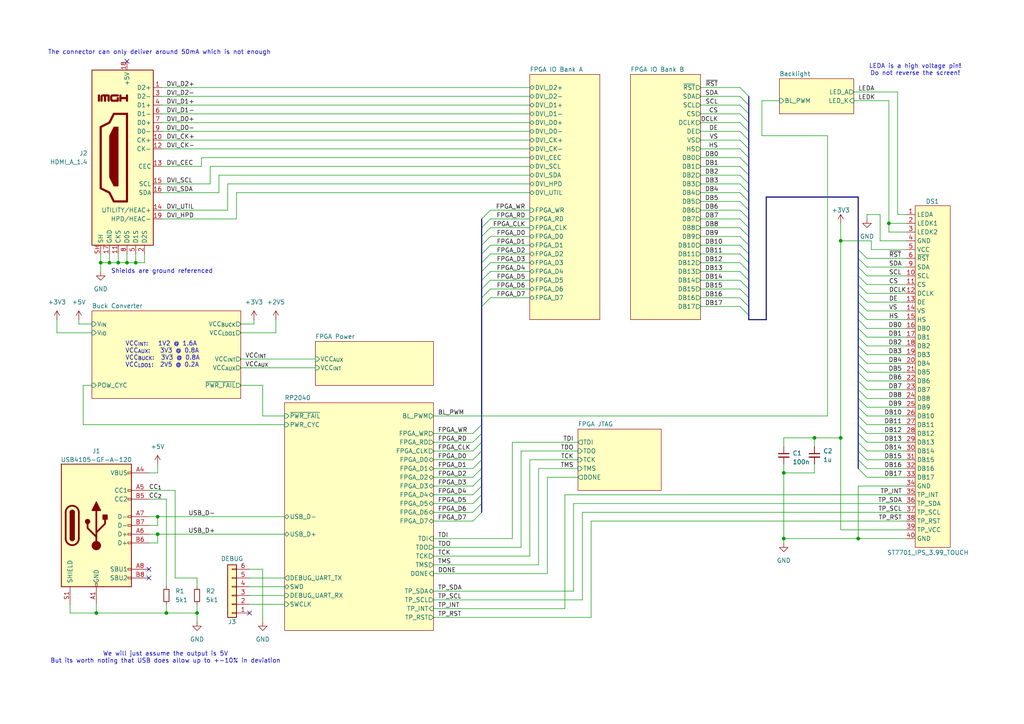
<source format=kicad_sch>
(kicad_sch
	(version 20231120)
	(generator "eeschema")
	(generator_version "8.0")
	(uuid "5cc60e42-d666-4a43-b4f0-3784ee4bf951")
	(paper "A4")
	(title_block
		(title "Top Sheet")
		(date "2024-03-11")
		(rev "1")
		(company "https://github.com/Cuprum77")
	)
	(lib_symbols
		(symbol "+3V3_1"
			(power)
			(pin_numbers hide)
			(pin_names
				(offset 0) hide)
			(exclude_from_sim no)
			(in_bom yes)
			(on_board yes)
			(property "Reference" "#PWR"
				(at 0 -3.81 0)
				(effects
					(font
						(size 1.27 1.27)
					)
					(hide yes)
				)
			)
			(property "Value" "+3V3"
				(at 0 3.556 0)
				(effects
					(font
						(size 1.27 1.27)
					)
				)
			)
			(property "Footprint" ""
				(at 0 0 0)
				(effects
					(font
						(size 1.27 1.27)
					)
					(hide yes)
				)
			)
			(property "Datasheet" ""
				(at 0 0 0)
				(effects
					(font
						(size 1.27 1.27)
					)
					(hide yes)
				)
			)
			(property "Description" "Power symbol creates a global label with name \"+3V3\""
				(at 0 0 0)
				(effects
					(font
						(size 1.27 1.27)
					)
					(hide yes)
				)
			)
			(property "ki_keywords" "global power"
				(at 0 0 0)
				(effects
					(font
						(size 1.27 1.27)
					)
					(hide yes)
				)
			)
			(symbol "+3V3_1_0_1"
				(polyline
					(pts
						(xy -0.762 1.27) (xy 0 2.54)
					)
					(stroke
						(width 0)
						(type default)
					)
					(fill
						(type none)
					)
				)
				(polyline
					(pts
						(xy 0 0) (xy 0 2.54)
					)
					(stroke
						(width 0)
						(type default)
					)
					(fill
						(type none)
					)
				)
				(polyline
					(pts
						(xy 0 2.54) (xy 0.762 1.27)
					)
					(stroke
						(width 0)
						(type default)
					)
					(fill
						(type none)
					)
				)
			)
			(symbol "+3V3_1_1_1"
				(pin power_in line
					(at 0 0 90)
					(length 0)
					(name "~"
						(effects
							(font
								(size 1.27 1.27)
							)
						)
					)
					(number "1"
						(effects
							(font
								(size 1.27 1.27)
							)
						)
					)
				)
			)
		)
		(symbol "Connector:USB_C_Receptacle_USB2.0"
			(pin_names
				(offset 1.016)
			)
			(exclude_from_sim no)
			(in_bom yes)
			(on_board yes)
			(property "Reference" "J"
				(at -10.16 19.05 0)
				(effects
					(font
						(size 1.27 1.27)
					)
					(justify left)
				)
			)
			(property "Value" "USB_C_Receptacle_USB2.0"
				(at 19.05 19.05 0)
				(effects
					(font
						(size 1.27 1.27)
					)
					(justify right)
				)
			)
			(property "Footprint" ""
				(at 3.81 0 0)
				(effects
					(font
						(size 1.27 1.27)
					)
					(hide yes)
				)
			)
			(property "Datasheet" "https://www.usb.org/sites/default/files/documents/usb_type-c.zip"
				(at 3.81 0 0)
				(effects
					(font
						(size 1.27 1.27)
					)
					(hide yes)
				)
			)
			(property "Description" "USB 2.0-only Type-C Receptacle connector"
				(at 0 0 0)
				(effects
					(font
						(size 1.27 1.27)
					)
					(hide yes)
				)
			)
			(property "ki_keywords" "usb universal serial bus type-C USB2.0"
				(at 0 0 0)
				(effects
					(font
						(size 1.27 1.27)
					)
					(hide yes)
				)
			)
			(property "ki_fp_filters" "USB*C*Receptacle*"
				(at 0 0 0)
				(effects
					(font
						(size 1.27 1.27)
					)
					(hide yes)
				)
			)
			(symbol "USB_C_Receptacle_USB2.0_0_0"
				(rectangle
					(start -0.254 -17.78)
					(end 0.254 -16.764)
					(stroke
						(width 0)
						(type default)
					)
					(fill
						(type none)
					)
				)
				(rectangle
					(start 10.16 -14.986)
					(end 9.144 -15.494)
					(stroke
						(width 0)
						(type default)
					)
					(fill
						(type none)
					)
				)
				(rectangle
					(start 10.16 -12.446)
					(end 9.144 -12.954)
					(stroke
						(width 0)
						(type default)
					)
					(fill
						(type none)
					)
				)
				(rectangle
					(start 10.16 -4.826)
					(end 9.144 -5.334)
					(stroke
						(width 0)
						(type default)
					)
					(fill
						(type none)
					)
				)
				(rectangle
					(start 10.16 -2.286)
					(end 9.144 -2.794)
					(stroke
						(width 0)
						(type default)
					)
					(fill
						(type none)
					)
				)
				(rectangle
					(start 10.16 0.254)
					(end 9.144 -0.254)
					(stroke
						(width 0)
						(type default)
					)
					(fill
						(type none)
					)
				)
				(rectangle
					(start 10.16 2.794)
					(end 9.144 2.286)
					(stroke
						(width 0)
						(type default)
					)
					(fill
						(type none)
					)
				)
				(rectangle
					(start 10.16 7.874)
					(end 9.144 7.366)
					(stroke
						(width 0)
						(type default)
					)
					(fill
						(type none)
					)
				)
				(rectangle
					(start 10.16 10.414)
					(end 9.144 9.906)
					(stroke
						(width 0)
						(type default)
					)
					(fill
						(type none)
					)
				)
				(rectangle
					(start 10.16 15.494)
					(end 9.144 14.986)
					(stroke
						(width 0)
						(type default)
					)
					(fill
						(type none)
					)
				)
			)
			(symbol "USB_C_Receptacle_USB2.0_0_1"
				(rectangle
					(start -10.16 17.78)
					(end 10.16 -17.78)
					(stroke
						(width 0.254)
						(type default)
					)
					(fill
						(type background)
					)
				)
				(arc
					(start -8.89 -3.81)
					(mid -6.985 -5.7067)
					(end -5.08 -3.81)
					(stroke
						(width 0.508)
						(type default)
					)
					(fill
						(type none)
					)
				)
				(arc
					(start -7.62 -3.81)
					(mid -6.985 -4.4423)
					(end -6.35 -3.81)
					(stroke
						(width 0.254)
						(type default)
					)
					(fill
						(type none)
					)
				)
				(arc
					(start -7.62 -3.81)
					(mid -6.985 -4.4423)
					(end -6.35 -3.81)
					(stroke
						(width 0.254)
						(type default)
					)
					(fill
						(type outline)
					)
				)
				(rectangle
					(start -7.62 -3.81)
					(end -6.35 3.81)
					(stroke
						(width 0.254)
						(type default)
					)
					(fill
						(type outline)
					)
				)
				(arc
					(start -6.35 3.81)
					(mid -6.985 4.4423)
					(end -7.62 3.81)
					(stroke
						(width 0.254)
						(type default)
					)
					(fill
						(type none)
					)
				)
				(arc
					(start -6.35 3.81)
					(mid -6.985 4.4423)
					(end -7.62 3.81)
					(stroke
						(width 0.254)
						(type default)
					)
					(fill
						(type outline)
					)
				)
				(arc
					(start -5.08 3.81)
					(mid -6.985 5.7067)
					(end -8.89 3.81)
					(stroke
						(width 0.508)
						(type default)
					)
					(fill
						(type none)
					)
				)
				(circle
					(center -2.54 1.143)
					(radius 0.635)
					(stroke
						(width 0.254)
						(type default)
					)
					(fill
						(type outline)
					)
				)
				(circle
					(center 0 -5.842)
					(radius 1.27)
					(stroke
						(width 0)
						(type default)
					)
					(fill
						(type outline)
					)
				)
				(polyline
					(pts
						(xy -8.89 -3.81) (xy -8.89 3.81)
					)
					(stroke
						(width 0.508)
						(type default)
					)
					(fill
						(type none)
					)
				)
				(polyline
					(pts
						(xy -5.08 3.81) (xy -5.08 -3.81)
					)
					(stroke
						(width 0.508)
						(type default)
					)
					(fill
						(type none)
					)
				)
				(polyline
					(pts
						(xy 0 -5.842) (xy 0 4.318)
					)
					(stroke
						(width 0.508)
						(type default)
					)
					(fill
						(type none)
					)
				)
				(polyline
					(pts
						(xy 0 -3.302) (xy -2.54 -0.762) (xy -2.54 0.508)
					)
					(stroke
						(width 0.508)
						(type default)
					)
					(fill
						(type none)
					)
				)
				(polyline
					(pts
						(xy 0 -2.032) (xy 2.54 0.508) (xy 2.54 1.778)
					)
					(stroke
						(width 0.508)
						(type default)
					)
					(fill
						(type none)
					)
				)
				(polyline
					(pts
						(xy -1.27 4.318) (xy 0 6.858) (xy 1.27 4.318) (xy -1.27 4.318)
					)
					(stroke
						(width 0.254)
						(type default)
					)
					(fill
						(type outline)
					)
				)
				(rectangle
					(start 1.905 1.778)
					(end 3.175 3.048)
					(stroke
						(width 0.254)
						(type default)
					)
					(fill
						(type outline)
					)
				)
			)
			(symbol "USB_C_Receptacle_USB2.0_1_1"
				(pin passive line
					(at 0 -22.86 90)
					(length 5.08)
					(name "GND"
						(effects
							(font
								(size 1.27 1.27)
							)
						)
					)
					(number "A1"
						(effects
							(font
								(size 1.27 1.27)
							)
						)
					)
				)
				(pin passive line
					(at 0 -22.86 90)
					(length 5.08) hide
					(name "GND"
						(effects
							(font
								(size 1.27 1.27)
							)
						)
					)
					(number "A12"
						(effects
							(font
								(size 1.27 1.27)
							)
						)
					)
				)
				(pin passive line
					(at 15.24 15.24 180)
					(length 5.08)
					(name "VBUS"
						(effects
							(font
								(size 1.27 1.27)
							)
						)
					)
					(number "A4"
						(effects
							(font
								(size 1.27 1.27)
							)
						)
					)
				)
				(pin bidirectional line
					(at 15.24 10.16 180)
					(length 5.08)
					(name "CC1"
						(effects
							(font
								(size 1.27 1.27)
							)
						)
					)
					(number "A5"
						(effects
							(font
								(size 1.27 1.27)
							)
						)
					)
				)
				(pin bidirectional line
					(at 15.24 -2.54 180)
					(length 5.08)
					(name "D+"
						(effects
							(font
								(size 1.27 1.27)
							)
						)
					)
					(number "A6"
						(effects
							(font
								(size 1.27 1.27)
							)
						)
					)
				)
				(pin bidirectional line
					(at 15.24 2.54 180)
					(length 5.08)
					(name "D-"
						(effects
							(font
								(size 1.27 1.27)
							)
						)
					)
					(number "A7"
						(effects
							(font
								(size 1.27 1.27)
							)
						)
					)
				)
				(pin bidirectional line
					(at 15.24 -12.7 180)
					(length 5.08)
					(name "SBU1"
						(effects
							(font
								(size 1.27 1.27)
							)
						)
					)
					(number "A8"
						(effects
							(font
								(size 1.27 1.27)
							)
						)
					)
				)
				(pin passive line
					(at 15.24 15.24 180)
					(length 5.08) hide
					(name "VBUS"
						(effects
							(font
								(size 1.27 1.27)
							)
						)
					)
					(number "A9"
						(effects
							(font
								(size 1.27 1.27)
							)
						)
					)
				)
				(pin passive line
					(at 0 -22.86 90)
					(length 5.08) hide
					(name "GND"
						(effects
							(font
								(size 1.27 1.27)
							)
						)
					)
					(number "B1"
						(effects
							(font
								(size 1.27 1.27)
							)
						)
					)
				)
				(pin passive line
					(at 0 -22.86 90)
					(length 5.08) hide
					(name "GND"
						(effects
							(font
								(size 1.27 1.27)
							)
						)
					)
					(number "B12"
						(effects
							(font
								(size 1.27 1.27)
							)
						)
					)
				)
				(pin passive line
					(at 15.24 15.24 180)
					(length 5.08) hide
					(name "VBUS"
						(effects
							(font
								(size 1.27 1.27)
							)
						)
					)
					(number "B4"
						(effects
							(font
								(size 1.27 1.27)
							)
						)
					)
				)
				(pin bidirectional line
					(at 15.24 7.62 180)
					(length 5.08)
					(name "CC2"
						(effects
							(font
								(size 1.27 1.27)
							)
						)
					)
					(number "B5"
						(effects
							(font
								(size 1.27 1.27)
							)
						)
					)
				)
				(pin bidirectional line
					(at 15.24 -5.08 180)
					(length 5.08)
					(name "D+"
						(effects
							(font
								(size 1.27 1.27)
							)
						)
					)
					(number "B6"
						(effects
							(font
								(size 1.27 1.27)
							)
						)
					)
				)
				(pin bidirectional line
					(at 15.24 0 180)
					(length 5.08)
					(name "D-"
						(effects
							(font
								(size 1.27 1.27)
							)
						)
					)
					(number "B7"
						(effects
							(font
								(size 1.27 1.27)
							)
						)
					)
				)
				(pin bidirectional line
					(at 15.24 -15.24 180)
					(length 5.08)
					(name "SBU2"
						(effects
							(font
								(size 1.27 1.27)
							)
						)
					)
					(number "B8"
						(effects
							(font
								(size 1.27 1.27)
							)
						)
					)
				)
				(pin passive line
					(at 15.24 15.24 180)
					(length 5.08) hide
					(name "VBUS"
						(effects
							(font
								(size 1.27 1.27)
							)
						)
					)
					(number "B9"
						(effects
							(font
								(size 1.27 1.27)
							)
						)
					)
				)
				(pin passive line
					(at -7.62 -22.86 90)
					(length 5.08)
					(name "SHIELD"
						(effects
							(font
								(size 1.27 1.27)
							)
						)
					)
					(number "S1"
						(effects
							(font
								(size 1.27 1.27)
							)
						)
					)
				)
			)
		)
		(symbol "Connector_Generic:Conn_01x06"
			(pin_names
				(offset 1.016) hide)
			(exclude_from_sim no)
			(in_bom yes)
			(on_board yes)
			(property "Reference" "J"
				(at 0 7.62 0)
				(effects
					(font
						(size 1.27 1.27)
					)
				)
			)
			(property "Value" "Conn_01x06"
				(at 0 -10.16 0)
				(effects
					(font
						(size 1.27 1.27)
					)
				)
			)
			(property "Footprint" ""
				(at 0 0 0)
				(effects
					(font
						(size 1.27 1.27)
					)
					(hide yes)
				)
			)
			(property "Datasheet" "~"
				(at 0 0 0)
				(effects
					(font
						(size 1.27 1.27)
					)
					(hide yes)
				)
			)
			(property "Description" "Generic connector, single row, 01x06, script generated (kicad-library-utils/schlib/autogen/connector/)"
				(at 0 0 0)
				(effects
					(font
						(size 1.27 1.27)
					)
					(hide yes)
				)
			)
			(property "ki_keywords" "connector"
				(at 0 0 0)
				(effects
					(font
						(size 1.27 1.27)
					)
					(hide yes)
				)
			)
			(property "ki_fp_filters" "Connector*:*_1x??_*"
				(at 0 0 0)
				(effects
					(font
						(size 1.27 1.27)
					)
					(hide yes)
				)
			)
			(symbol "Conn_01x06_1_1"
				(rectangle
					(start -1.27 -7.493)
					(end 0 -7.747)
					(stroke
						(width 0.1524)
						(type default)
					)
					(fill
						(type none)
					)
				)
				(rectangle
					(start -1.27 -4.953)
					(end 0 -5.207)
					(stroke
						(width 0.1524)
						(type default)
					)
					(fill
						(type none)
					)
				)
				(rectangle
					(start -1.27 -2.413)
					(end 0 -2.667)
					(stroke
						(width 0.1524)
						(type default)
					)
					(fill
						(type none)
					)
				)
				(rectangle
					(start -1.27 0.127)
					(end 0 -0.127)
					(stroke
						(width 0.1524)
						(type default)
					)
					(fill
						(type none)
					)
				)
				(rectangle
					(start -1.27 2.667)
					(end 0 2.413)
					(stroke
						(width 0.1524)
						(type default)
					)
					(fill
						(type none)
					)
				)
				(rectangle
					(start -1.27 5.207)
					(end 0 4.953)
					(stroke
						(width 0.1524)
						(type default)
					)
					(fill
						(type none)
					)
				)
				(rectangle
					(start -1.27 6.35)
					(end 1.27 -8.89)
					(stroke
						(width 0.254)
						(type default)
					)
					(fill
						(type background)
					)
				)
				(pin passive line
					(at -5.08 5.08 0)
					(length 3.81)
					(name "Pin_1"
						(effects
							(font
								(size 1.27 1.27)
							)
						)
					)
					(number "1"
						(effects
							(font
								(size 1.27 1.27)
							)
						)
					)
				)
				(pin passive line
					(at -5.08 2.54 0)
					(length 3.81)
					(name "Pin_2"
						(effects
							(font
								(size 1.27 1.27)
							)
						)
					)
					(number "2"
						(effects
							(font
								(size 1.27 1.27)
							)
						)
					)
				)
				(pin passive line
					(at -5.08 0 0)
					(length 3.81)
					(name "Pin_3"
						(effects
							(font
								(size 1.27 1.27)
							)
						)
					)
					(number "3"
						(effects
							(font
								(size 1.27 1.27)
							)
						)
					)
				)
				(pin passive line
					(at -5.08 -2.54 0)
					(length 3.81)
					(name "Pin_4"
						(effects
							(font
								(size 1.27 1.27)
							)
						)
					)
					(number "4"
						(effects
							(font
								(size 1.27 1.27)
							)
						)
					)
				)
				(pin passive line
					(at -5.08 -5.08 0)
					(length 3.81)
					(name "Pin_5"
						(effects
							(font
								(size 1.27 1.27)
							)
						)
					)
					(number "5"
						(effects
							(font
								(size 1.27 1.27)
							)
						)
					)
				)
				(pin passive line
					(at -5.08 -7.62 0)
					(length 3.81)
					(name "Pin_6"
						(effects
							(font
								(size 1.27 1.27)
							)
						)
					)
					(number "6"
						(effects
							(font
								(size 1.27 1.27)
							)
						)
					)
				)
			)
		)
		(symbol "Cuprum:HDMI_A_1.4"
			(exclude_from_sim no)
			(in_bom yes)
			(on_board yes)
			(property "Reference" "J"
				(at -6.35 26.67 0)
				(effects
					(font
						(size 1.27 1.27)
					)
				)
			)
			(property "Value" "HDMI_A_1.4"
				(at 10.16 26.67 0)
				(effects
					(font
						(size 1.27 1.27)
					)
				)
			)
			(property "Footprint" ""
				(at 0.635 0 0)
				(effects
					(font
						(size 1.27 1.27)
					)
					(hide yes)
				)
			)
			(property "Datasheet" "https://en.wikipedia.org/wiki/HDMI"
				(at 0.635 0 0)
				(effects
					(font
						(size 1.27 1.27)
					)
					(hide yes)
				)
			)
			(property "Description" "HDMI 1.4+ type A connector"
				(at 0 0 0)
				(effects
					(font
						(size 1.27 1.27)
					)
					(hide yes)
				)
			)
			(property "ki_keywords" "hdmi conn"
				(at 0 0 0)
				(effects
					(font
						(size 1.27 1.27)
					)
					(hide yes)
				)
			)
			(property "ki_fp_filters" "HDMI*A*"
				(at 0 0 0)
				(effects
					(font
						(size 1.27 1.27)
					)
					(hide yes)
				)
			)
			(symbol "HDMI_A_1.4_0_0"
				(polyline
					(pts
						(xy 8.128 16.51) (xy 8.128 18.034)
					)
					(stroke
						(width 0.635)
						(type default)
					)
					(fill
						(type none)
					)
				)
				(polyline
					(pts
						(xy 0 16.51) (xy 0 18.034) (xy 0 17.272) (xy 1.905 17.272) (xy 1.905 18.034) (xy 1.905 16.51)
					)
					(stroke
						(width 0.635)
						(type default)
					)
					(fill
						(type none)
					)
				)
				(polyline
					(pts
						(xy 2.667 18.034) (xy 4.318 18.034) (xy 4.572 17.78) (xy 4.572 16.764) (xy 4.318 16.51) (xy 2.667 16.51)
						(xy 2.667 17.272)
					)
					(stroke
						(width 0.635)
						(type default)
					)
					(fill
						(type none)
					)
				)
			)
			(symbol "HDMI_A_1.4_0_1"
				(rectangle
					(start -7.62 25.4)
					(end 10.16 -25.4)
					(stroke
						(width 0.254)
						(type default)
					)
					(fill
						(type background)
					)
				)
				(polyline
					(pts
						(xy 2.54 8.89) (xy 3.81 8.89) (xy 5.08 6.35) (xy 5.08 -5.715) (xy 3.81 -8.255) (xy 2.54 -8.255)
						(xy 2.54 8.89)
					)
					(stroke
						(width 0)
						(type default)
					)
					(fill
						(type outline)
					)
				)
				(polyline
					(pts
						(xy 5.334 16.51) (xy 5.334 18.034) (xy 6.35 18.034) (xy 6.35 16.51) (xy 6.35 18.034) (xy 7.112 18.034)
						(xy 7.366 17.78) (xy 7.366 16.51)
					)
					(stroke
						(width 0.635)
						(type default)
					)
					(fill
						(type none)
					)
				)
				(polyline
					(pts
						(xy 0 12.7) (xy 0 -12.7) (xy 3.81 -12.7) (xy 5.08 -10.16) (xy 7.62 -8.89) (xy 7.62 8.89) (xy 5.08 10.16)
						(xy 3.81 12.7) (xy 0 12.7)
					)
					(stroke
						(width 0.635)
						(type default)
					)
					(fill
						(type none)
					)
				)
			)
			(symbol "HDMI_A_1.4_1_1"
				(pin passive line
					(at -10.16 20.32 0)
					(length 2.54)
					(name "D2+"
						(effects
							(font
								(size 1.27 1.27)
							)
						)
					)
					(number "1"
						(effects
							(font
								(size 1.27 1.27)
							)
						)
					)
				)
				(pin passive line
					(at -10.16 5.08 0)
					(length 2.54)
					(name "CK+"
						(effects
							(font
								(size 1.27 1.27)
							)
						)
					)
					(number "10"
						(effects
							(font
								(size 1.27 1.27)
							)
						)
					)
				)
				(pin power_in line
					(at 2.54 -27.94 90)
					(length 2.54)
					(name "CKS"
						(effects
							(font
								(size 1.27 1.27)
							)
						)
					)
					(number "11"
						(effects
							(font
								(size 1.27 1.27)
							)
						)
					)
				)
				(pin passive line
					(at -10.16 2.54 0)
					(length 2.54)
					(name "CK-"
						(effects
							(font
								(size 1.27 1.27)
							)
						)
					)
					(number "12"
						(effects
							(font
								(size 1.27 1.27)
							)
						)
					)
				)
				(pin bidirectional line
					(at -10.16 -2.54 0)
					(length 2.54)
					(name "CEC"
						(effects
							(font
								(size 1.27 1.27)
							)
						)
					)
					(number "13"
						(effects
							(font
								(size 1.27 1.27)
							)
						)
					)
				)
				(pin passive line
					(at -10.16 -15.24 0)
					(length 2.54)
					(name "UTILITY/HEAC+"
						(effects
							(font
								(size 1.27 1.27)
							)
						)
					)
					(number "14"
						(effects
							(font
								(size 1.27 1.27)
							)
						)
					)
				)
				(pin passive line
					(at -10.16 -7.62 0)
					(length 2.54)
					(name "SCL"
						(effects
							(font
								(size 1.27 1.27)
							)
						)
					)
					(number "15"
						(effects
							(font
								(size 1.27 1.27)
							)
						)
					)
				)
				(pin bidirectional line
					(at -10.16 -10.16 0)
					(length 2.54)
					(name "SDA"
						(effects
							(font
								(size 1.27 1.27)
							)
						)
					)
					(number "16"
						(effects
							(font
								(size 1.27 1.27)
							)
						)
					)
				)
				(pin power_in line
					(at 5.08 -27.94 90)
					(length 2.54)
					(name "GND"
						(effects
							(font
								(size 1.27 1.27)
							)
						)
					)
					(number "17"
						(effects
							(font
								(size 1.27 1.27)
							)
						)
					)
				)
				(pin power_in line
					(at 0 27.94 270)
					(length 2.54)
					(name "+5V"
						(effects
							(font
								(size 1.27 1.27)
							)
						)
					)
					(number "18"
						(effects
							(font
								(size 1.27 1.27)
							)
						)
					)
				)
				(pin passive line
					(at -10.16 -17.78 0)
					(length 2.54)
					(name "HPD/HEAC-"
						(effects
							(font
								(size 1.27 1.27)
							)
						)
					)
					(number "19"
						(effects
							(font
								(size 1.27 1.27)
							)
						)
					)
				)
				(pin power_in line
					(at -5.08 -27.94 90)
					(length 2.54)
					(name "D2S"
						(effects
							(font
								(size 1.27 1.27)
							)
						)
					)
					(number "2"
						(effects
							(font
								(size 1.27 1.27)
							)
						)
					)
				)
				(pin passive line
					(at -10.16 17.78 0)
					(length 2.54)
					(name "D2-"
						(effects
							(font
								(size 1.27 1.27)
							)
						)
					)
					(number "3"
						(effects
							(font
								(size 1.27 1.27)
							)
						)
					)
				)
				(pin passive line
					(at -10.16 15.24 0)
					(length 2.54)
					(name "D1+"
						(effects
							(font
								(size 1.27 1.27)
							)
						)
					)
					(number "4"
						(effects
							(font
								(size 1.27 1.27)
							)
						)
					)
				)
				(pin power_in line
					(at -2.54 -27.94 90)
					(length 2.54)
					(name "D1S"
						(effects
							(font
								(size 1.27 1.27)
							)
						)
					)
					(number "5"
						(effects
							(font
								(size 1.27 1.27)
							)
						)
					)
				)
				(pin passive line
					(at -10.16 12.7 0)
					(length 2.54)
					(name "D1-"
						(effects
							(font
								(size 1.27 1.27)
							)
						)
					)
					(number "6"
						(effects
							(font
								(size 1.27 1.27)
							)
						)
					)
				)
				(pin passive line
					(at -10.16 10.16 0)
					(length 2.54)
					(name "D0+"
						(effects
							(font
								(size 1.27 1.27)
							)
						)
					)
					(number "7"
						(effects
							(font
								(size 1.27 1.27)
							)
						)
					)
				)
				(pin power_in line
					(at 0 -27.94 90)
					(length 2.54)
					(name "D0S"
						(effects
							(font
								(size 1.27 1.27)
							)
						)
					)
					(number "8"
						(effects
							(font
								(size 1.27 1.27)
							)
						)
					)
				)
				(pin passive line
					(at -10.16 7.62 0)
					(length 2.54)
					(name "D0-"
						(effects
							(font
								(size 1.27 1.27)
							)
						)
					)
					(number "9"
						(effects
							(font
								(size 1.27 1.27)
							)
						)
					)
				)
				(pin passive line
					(at 7.62 -27.94 90)
					(length 2.54)
					(name "SH"
						(effects
							(font
								(size 1.27 1.27)
							)
						)
					)
					(number "SH"
						(effects
							(font
								(size 1.27 1.27)
							)
						)
					)
				)
				(pin passive line
					(at 7.62 -27.94 90)
					(length 2.54) hide
					(name "SH"
						(effects
							(font
								(size 1.27 1.27)
							)
						)
					)
					(number "SH1"
						(effects
							(font
								(size 1.27 1.27)
							)
						)
					)
				)
				(pin passive line
					(at 7.62 -27.94 90)
					(length 2.54) hide
					(name "SH"
						(effects
							(font
								(size 1.27 1.27)
							)
						)
					)
					(number "SH2"
						(effects
							(font
								(size 1.27 1.27)
							)
						)
					)
				)
				(pin passive line
					(at 7.62 -27.94 90)
					(length 2.54) hide
					(name "SH"
						(effects
							(font
								(size 1.27 1.27)
							)
						)
					)
					(number "SH3"
						(effects
							(font
								(size 1.27 1.27)
							)
						)
					)
				)
			)
		)
		(symbol "Cuprum_Displays:ST7701_IPS_3.99_TOUCH"
			(exclude_from_sim no)
			(in_bom yes)
			(on_board yes)
			(property "Reference" "DS"
				(at 0 10.922 0)
				(effects
					(font
						(size 1.27 1.27)
					)
				)
			)
			(property "Value" "ST7701_IPS_3.99_TOUCH"
				(at 0 8.382 0)
				(effects
					(font
						(size 1.27 1.27)
					)
				)
			)
			(property "Footprint" ""
				(at -34.29 -6.35 0)
				(effects
					(font
						(size 1.27 1.27)
					)
					(hide yes)
				)
			)
			(property "Datasheet" ""
				(at -34.29 -6.35 0)
				(effects
					(font
						(size 1.27 1.27)
					)
					(hide yes)
				)
			)
			(property "Description" ""
				(at 0 0 0)
				(effects
					(font
						(size 1.27 1.27)
					)
					(hide yes)
				)
			)
			(symbol "ST7701_IPS_3.99_TOUCH_1_1"
				(rectangle
					(start -49.53 6.35)
					(end 49.53 -3.81)
					(stroke
						(width 0)
						(type default)
					)
					(fill
						(type background)
					)
				)
				(pin input line
					(at -46.99 -6.35 90)
					(length 2.54)
					(name "LEDA"
						(effects
							(font
								(size 1.27 1.27)
							)
						)
					)
					(number "1"
						(effects
							(font
								(size 1.27 1.27)
							)
						)
					)
				)
				(pin input line
					(at -29.21 -6.35 90)
					(length 2.54)
					(name "SCL"
						(effects
							(font
								(size 1.27 1.27)
							)
						)
					)
					(number "10"
						(effects
							(font
								(size 1.27 1.27)
							)
						)
					)
				)
				(pin input line
					(at -26.67 -6.35 90)
					(length 2.54)
					(name "CS"
						(effects
							(font
								(size 1.27 1.27)
							)
						)
					)
					(number "11"
						(effects
							(font
								(size 1.27 1.27)
							)
						)
					)
				)
				(pin input line
					(at -24.13 -6.35 90)
					(length 2.54)
					(name "DCLK"
						(effects
							(font
								(size 1.27 1.27)
							)
						)
					)
					(number "12"
						(effects
							(font
								(size 1.27 1.27)
							)
						)
					)
				)
				(pin input line
					(at -21.59 -6.35 90)
					(length 2.54)
					(name "DE"
						(effects
							(font
								(size 1.27 1.27)
							)
						)
					)
					(number "13"
						(effects
							(font
								(size 1.27 1.27)
							)
						)
					)
				)
				(pin input line
					(at -19.05 -6.35 90)
					(length 2.54)
					(name "VS"
						(effects
							(font
								(size 1.27 1.27)
							)
						)
					)
					(number "14"
						(effects
							(font
								(size 1.27 1.27)
							)
						)
					)
				)
				(pin input line
					(at -16.51 -6.35 90)
					(length 2.54)
					(name "HS"
						(effects
							(font
								(size 1.27 1.27)
							)
						)
					)
					(number "15"
						(effects
							(font
								(size 1.27 1.27)
							)
						)
					)
				)
				(pin input line
					(at -13.97 -6.35 90)
					(length 2.54)
					(name "DB0"
						(effects
							(font
								(size 1.27 1.27)
							)
						)
					)
					(number "16"
						(effects
							(font
								(size 1.27 1.27)
							)
						)
					)
				)
				(pin input line
					(at -11.43 -6.35 90)
					(length 2.54)
					(name "DB1"
						(effects
							(font
								(size 1.27 1.27)
							)
						)
					)
					(number "17"
						(effects
							(font
								(size 1.27 1.27)
							)
						)
					)
				)
				(pin input line
					(at -8.89 -6.35 90)
					(length 2.54)
					(name "DB2"
						(effects
							(font
								(size 1.27 1.27)
							)
						)
					)
					(number "18"
						(effects
							(font
								(size 1.27 1.27)
							)
						)
					)
				)
				(pin input line
					(at -6.35 -6.35 90)
					(length 2.54)
					(name "DB3"
						(effects
							(font
								(size 1.27 1.27)
							)
						)
					)
					(number "19"
						(effects
							(font
								(size 1.27 1.27)
							)
						)
					)
				)
				(pin input line
					(at -44.45 -6.35 90)
					(length 2.54)
					(name "LEDK1"
						(effects
							(font
								(size 1.27 1.27)
							)
						)
					)
					(number "2"
						(effects
							(font
								(size 1.27 1.27)
							)
						)
					)
				)
				(pin input line
					(at -3.81 -6.35 90)
					(length 2.54)
					(name "DB4"
						(effects
							(font
								(size 1.27 1.27)
							)
						)
					)
					(number "20"
						(effects
							(font
								(size 1.27 1.27)
							)
						)
					)
				)
				(pin input line
					(at -1.27 -6.35 90)
					(length 2.54)
					(name "DB5"
						(effects
							(font
								(size 1.27 1.27)
							)
						)
					)
					(number "21"
						(effects
							(font
								(size 1.27 1.27)
							)
						)
					)
				)
				(pin input line
					(at 1.27 -6.35 90)
					(length 2.54)
					(name "DB6"
						(effects
							(font
								(size 1.27 1.27)
							)
						)
					)
					(number "22"
						(effects
							(font
								(size 1.27 1.27)
							)
						)
					)
				)
				(pin input line
					(at 3.81 -6.35 90)
					(length 2.54)
					(name "DB7"
						(effects
							(font
								(size 1.27 1.27)
							)
						)
					)
					(number "23"
						(effects
							(font
								(size 1.27 1.27)
							)
						)
					)
				)
				(pin input line
					(at 6.35 -6.35 90)
					(length 2.54)
					(name "DB8"
						(effects
							(font
								(size 1.27 1.27)
							)
						)
					)
					(number "24"
						(effects
							(font
								(size 1.27 1.27)
							)
						)
					)
				)
				(pin input line
					(at 8.89 -6.35 90)
					(length 2.54)
					(name "DB9"
						(effects
							(font
								(size 1.27 1.27)
							)
						)
					)
					(number "25"
						(effects
							(font
								(size 1.27 1.27)
							)
						)
					)
				)
				(pin input line
					(at 11.43 -6.35 90)
					(length 2.54)
					(name "DB10"
						(effects
							(font
								(size 1.27 1.27)
							)
						)
					)
					(number "26"
						(effects
							(font
								(size 1.27 1.27)
							)
						)
					)
				)
				(pin input line
					(at 13.97 -6.35 90)
					(length 2.54)
					(name "DB11"
						(effects
							(font
								(size 1.27 1.27)
							)
						)
					)
					(number "27"
						(effects
							(font
								(size 1.27 1.27)
							)
						)
					)
				)
				(pin input line
					(at 16.51 -6.35 90)
					(length 2.54)
					(name "DB12"
						(effects
							(font
								(size 1.27 1.27)
							)
						)
					)
					(number "28"
						(effects
							(font
								(size 1.27 1.27)
							)
						)
					)
				)
				(pin input line
					(at 19.05 -6.35 90)
					(length 2.54)
					(name "DB13"
						(effects
							(font
								(size 1.27 1.27)
							)
						)
					)
					(number "29"
						(effects
							(font
								(size 1.27 1.27)
							)
						)
					)
				)
				(pin input line
					(at -41.91 -6.35 90)
					(length 2.54)
					(name "LEDK2"
						(effects
							(font
								(size 1.27 1.27)
							)
						)
					)
					(number "3"
						(effects
							(font
								(size 1.27 1.27)
							)
						)
					)
				)
				(pin input line
					(at 21.59 -6.35 90)
					(length 2.54)
					(name "DB14"
						(effects
							(font
								(size 1.27 1.27)
							)
						)
					)
					(number "30"
						(effects
							(font
								(size 1.27 1.27)
							)
						)
					)
				)
				(pin input line
					(at 24.13 -6.35 90)
					(length 2.54)
					(name "DB15"
						(effects
							(font
								(size 1.27 1.27)
							)
						)
					)
					(number "31"
						(effects
							(font
								(size 1.27 1.27)
							)
						)
					)
				)
				(pin input line
					(at 26.67 -6.35 90)
					(length 2.54)
					(name "DB16"
						(effects
							(font
								(size 1.27 1.27)
							)
						)
					)
					(number "32"
						(effects
							(font
								(size 1.27 1.27)
							)
						)
					)
				)
				(pin input line
					(at 29.21 -6.35 90)
					(length 2.54)
					(name "DB17"
						(effects
							(font
								(size 1.27 1.27)
							)
						)
					)
					(number "33"
						(effects
							(font
								(size 1.27 1.27)
							)
						)
					)
				)
				(pin input line
					(at 31.75 -6.35 90)
					(length 2.54)
					(name "GND"
						(effects
							(font
								(size 1.27 1.27)
							)
						)
					)
					(number "34"
						(effects
							(font
								(size 1.27 1.27)
							)
						)
					)
				)
				(pin input line
					(at 34.29 -6.35 90)
					(length 2.54)
					(name "TP_INT"
						(effects
							(font
								(size 1.27 1.27)
							)
						)
					)
					(number "35"
						(effects
							(font
								(size 1.27 1.27)
							)
						)
					)
				)
				(pin input line
					(at 36.83 -6.35 90)
					(length 2.54)
					(name "TP_SDA"
						(effects
							(font
								(size 1.27 1.27)
							)
						)
					)
					(number "36"
						(effects
							(font
								(size 1.27 1.27)
							)
						)
					)
				)
				(pin input line
					(at 39.37 -6.35 90)
					(length 2.54)
					(name "TP_SCL"
						(effects
							(font
								(size 1.27 1.27)
							)
						)
					)
					(number "37"
						(effects
							(font
								(size 1.27 1.27)
							)
						)
					)
				)
				(pin input line
					(at 41.91 -6.35 90)
					(length 2.54)
					(name "TP_RST"
						(effects
							(font
								(size 1.27 1.27)
							)
						)
					)
					(number "38"
						(effects
							(font
								(size 1.27 1.27)
							)
						)
					)
				)
				(pin input line
					(at 44.45 -6.35 90)
					(length 2.54)
					(name "TP_VCC"
						(effects
							(font
								(size 1.27 1.27)
							)
						)
					)
					(number "39"
						(effects
							(font
								(size 1.27 1.27)
							)
						)
					)
				)
				(pin input line
					(at -39.37 -6.35 90)
					(length 2.54)
					(name "GND"
						(effects
							(font
								(size 1.27 1.27)
							)
						)
					)
					(number "4"
						(effects
							(font
								(size 1.27 1.27)
							)
						)
					)
				)
				(pin input line
					(at 46.99 -6.35 90)
					(length 2.54)
					(name "GND"
						(effects
							(font
								(size 1.27 1.27)
							)
						)
					)
					(number "40"
						(effects
							(font
								(size 1.27 1.27)
							)
						)
					)
				)
				(pin input line
					(at -36.83 -6.35 90)
					(length 2.54)
					(name "VCC"
						(effects
							(font
								(size 1.27 1.27)
							)
						)
					)
					(number "5"
						(effects
							(font
								(size 1.27 1.27)
							)
						)
					)
				)
				(pin input line
					(at -34.29 -6.35 90)
					(length 2.54)
					(name "~{RST}"
						(effects
							(font
								(size 1.27 1.27)
							)
						)
					)
					(number "6"
						(effects
							(font
								(size 1.27 1.27)
							)
						)
					)
				)
				(pin input line
					(at -31.75 -6.35 90)
					(length 2.54)
					(name "SDA"
						(effects
							(font
								(size 1.27 1.27)
							)
						)
					)
					(number "9"
						(effects
							(font
								(size 1.27 1.27)
							)
						)
					)
				)
				(pin passive line
					(at 46.99 -6.35 90)
					(length 2.54) hide
					(name "GND"
						(effects
							(font
								(size 1.27 1.27)
							)
						)
					)
					(number "S1"
						(effects
							(font
								(size 1.27 1.27)
							)
						)
					)
				)
				(pin passive line
					(at 46.99 -6.35 90)
					(length 2.54) hide
					(name "GND"
						(effects
							(font
								(size 1.27 1.27)
							)
						)
					)
					(number "S2"
						(effects
							(font
								(size 1.27 1.27)
							)
						)
					)
				)
			)
		)
		(symbol "Device:C_Small"
			(pin_numbers hide)
			(pin_names
				(offset 0.254) hide)
			(exclude_from_sim no)
			(in_bom yes)
			(on_board yes)
			(property "Reference" "C"
				(at 0.254 1.778 0)
				(effects
					(font
						(size 1.27 1.27)
					)
					(justify left)
				)
			)
			(property "Value" "C_Small"
				(at 0.254 -2.032 0)
				(effects
					(font
						(size 1.27 1.27)
					)
					(justify left)
				)
			)
			(property "Footprint" ""
				(at 0 0 0)
				(effects
					(font
						(size 1.27 1.27)
					)
					(hide yes)
				)
			)
			(property "Datasheet" "~"
				(at 0 0 0)
				(effects
					(font
						(size 1.27 1.27)
					)
					(hide yes)
				)
			)
			(property "Description" "Unpolarized capacitor, small symbol"
				(at 0 0 0)
				(effects
					(font
						(size 1.27 1.27)
					)
					(hide yes)
				)
			)
			(property "ki_keywords" "capacitor cap"
				(at 0 0 0)
				(effects
					(font
						(size 1.27 1.27)
					)
					(hide yes)
				)
			)
			(property "ki_fp_filters" "C_*"
				(at 0 0 0)
				(effects
					(font
						(size 1.27 1.27)
					)
					(hide yes)
				)
			)
			(symbol "C_Small_0_1"
				(polyline
					(pts
						(xy -1.524 -0.508) (xy 1.524 -0.508)
					)
					(stroke
						(width 0.3302)
						(type default)
					)
					(fill
						(type none)
					)
				)
				(polyline
					(pts
						(xy -1.524 0.508) (xy 1.524 0.508)
					)
					(stroke
						(width 0.3048)
						(type default)
					)
					(fill
						(type none)
					)
				)
			)
			(symbol "C_Small_1_1"
				(pin passive line
					(at 0 2.54 270)
					(length 2.032)
					(name "~"
						(effects
							(font
								(size 1.27 1.27)
							)
						)
					)
					(number "1"
						(effects
							(font
								(size 1.27 1.27)
							)
						)
					)
				)
				(pin passive line
					(at 0 -2.54 90)
					(length 2.032)
					(name "~"
						(effects
							(font
								(size 1.27 1.27)
							)
						)
					)
					(number "2"
						(effects
							(font
								(size 1.27 1.27)
							)
						)
					)
				)
			)
		)
		(symbol "Device:R_Small"
			(pin_numbers hide)
			(pin_names
				(offset 0.254) hide)
			(exclude_from_sim no)
			(in_bom yes)
			(on_board yes)
			(property "Reference" "R"
				(at 0.762 0.508 0)
				(effects
					(font
						(size 1.27 1.27)
					)
					(justify left)
				)
			)
			(property "Value" "R_Small"
				(at 0.762 -1.016 0)
				(effects
					(font
						(size 1.27 1.27)
					)
					(justify left)
				)
			)
			(property "Footprint" ""
				(at 0 0 0)
				(effects
					(font
						(size 1.27 1.27)
					)
					(hide yes)
				)
			)
			(property "Datasheet" "~"
				(at 0 0 0)
				(effects
					(font
						(size 1.27 1.27)
					)
					(hide yes)
				)
			)
			(property "Description" "Resistor, small symbol"
				(at 0 0 0)
				(effects
					(font
						(size 1.27 1.27)
					)
					(hide yes)
				)
			)
			(property "ki_keywords" "R resistor"
				(at 0 0 0)
				(effects
					(font
						(size 1.27 1.27)
					)
					(hide yes)
				)
			)
			(property "ki_fp_filters" "R_*"
				(at 0 0 0)
				(effects
					(font
						(size 1.27 1.27)
					)
					(hide yes)
				)
			)
			(symbol "R_Small_0_1"
				(rectangle
					(start -0.762 1.778)
					(end 0.762 -1.778)
					(stroke
						(width 0.2032)
						(type default)
					)
					(fill
						(type none)
					)
				)
			)
			(symbol "R_Small_1_1"
				(pin passive line
					(at 0 2.54 270)
					(length 0.762)
					(name "~"
						(effects
							(font
								(size 1.27 1.27)
							)
						)
					)
					(number "1"
						(effects
							(font
								(size 1.27 1.27)
							)
						)
					)
				)
				(pin passive line
					(at 0 -2.54 90)
					(length 0.762)
					(name "~"
						(effects
							(font
								(size 1.27 1.27)
							)
						)
					)
					(number "2"
						(effects
							(font
								(size 1.27 1.27)
							)
						)
					)
				)
			)
		)
		(symbol "PCM_4ms_Power-symbol:GND"
			(power)
			(pin_names
				(offset 0)
			)
			(exclude_from_sim no)
			(in_bom yes)
			(on_board yes)
			(property "Reference" "#PWR"
				(at 0 -6.35 0)
				(effects
					(font
						(size 1.27 1.27)
					)
					(hide yes)
				)
			)
			(property "Value" "GND"
				(at 0 -3.81 0)
				(effects
					(font
						(size 1.27 1.27)
					)
				)
			)
			(property "Footprint" ""
				(at 0 0 0)
				(effects
					(font
						(size 1.27 1.27)
					)
					(hide yes)
				)
			)
			(property "Datasheet" ""
				(at 0 0 0)
				(effects
					(font
						(size 1.27 1.27)
					)
					(hide yes)
				)
			)
			(property "Description" ""
				(at 0 0 0)
				(effects
					(font
						(size 1.27 1.27)
					)
					(hide yes)
				)
			)
			(symbol "GND_0_1"
				(polyline
					(pts
						(xy 0 0) (xy 0 -1.27) (xy 1.27 -1.27) (xy 0 -2.54) (xy -1.27 -1.27) (xy 0 -1.27)
					)
					(stroke
						(width 0)
						(type default)
					)
					(fill
						(type none)
					)
				)
			)
			(symbol "GND_1_1"
				(pin power_in line
					(at 0 0 270)
					(length 0) hide
					(name "GND"
						(effects
							(font
								(size 1.27 1.27)
							)
						)
					)
					(number "1"
						(effects
							(font
								(size 1.27 1.27)
							)
						)
					)
				)
			)
		)
		(symbol "power:+2V5"
			(power)
			(pin_numbers hide)
			(pin_names
				(offset 0) hide)
			(exclude_from_sim no)
			(in_bom yes)
			(on_board yes)
			(property "Reference" "#PWR"
				(at 0 -3.81 0)
				(effects
					(font
						(size 1.27 1.27)
					)
					(hide yes)
				)
			)
			(property "Value" "+2V5"
				(at 0 3.556 0)
				(effects
					(font
						(size 1.27 1.27)
					)
				)
			)
			(property "Footprint" ""
				(at 0 0 0)
				(effects
					(font
						(size 1.27 1.27)
					)
					(hide yes)
				)
			)
			(property "Datasheet" ""
				(at 0 0 0)
				(effects
					(font
						(size 1.27 1.27)
					)
					(hide yes)
				)
			)
			(property "Description" "Power symbol creates a global label with name \"+2V5\""
				(at 0 0 0)
				(effects
					(font
						(size 1.27 1.27)
					)
					(hide yes)
				)
			)
			(property "ki_keywords" "global power"
				(at 0 0 0)
				(effects
					(font
						(size 1.27 1.27)
					)
					(hide yes)
				)
			)
			(symbol "+2V5_0_1"
				(polyline
					(pts
						(xy -0.762 1.27) (xy 0 2.54)
					)
					(stroke
						(width 0)
						(type default)
					)
					(fill
						(type none)
					)
				)
				(polyline
					(pts
						(xy 0 0) (xy 0 2.54)
					)
					(stroke
						(width 0)
						(type default)
					)
					(fill
						(type none)
					)
				)
				(polyline
					(pts
						(xy 0 2.54) (xy 0.762 1.27)
					)
					(stroke
						(width 0)
						(type default)
					)
					(fill
						(type none)
					)
				)
			)
			(symbol "+2V5_1_1"
				(pin power_in line
					(at 0 0 90)
					(length 0)
					(name "~"
						(effects
							(font
								(size 1.27 1.27)
							)
						)
					)
					(number "1"
						(effects
							(font
								(size 1.27 1.27)
							)
						)
					)
				)
			)
		)
		(symbol "power:+3V3"
			(power)
			(pin_names
				(offset 0)
			)
			(exclude_from_sim no)
			(in_bom yes)
			(on_board yes)
			(property "Reference" "#PWR"
				(at 0 -3.81 0)
				(effects
					(font
						(size 1.27 1.27)
					)
					(hide yes)
				)
			)
			(property "Value" "+3V3"
				(at 0 3.556 0)
				(effects
					(font
						(size 1.27 1.27)
					)
				)
			)
			(property "Footprint" ""
				(at 0 0 0)
				(effects
					(font
						(size 1.27 1.27)
					)
					(hide yes)
				)
			)
			(property "Datasheet" ""
				(at 0 0 0)
				(effects
					(font
						(size 1.27 1.27)
					)
					(hide yes)
				)
			)
			(property "Description" "Power symbol creates a global label with name \"+3V3\""
				(at 0 0 0)
				(effects
					(font
						(size 1.27 1.27)
					)
					(hide yes)
				)
			)
			(property "ki_keywords" "global power"
				(at 0 0 0)
				(effects
					(font
						(size 1.27 1.27)
					)
					(hide yes)
				)
			)
			(symbol "+3V3_0_1"
				(polyline
					(pts
						(xy -0.762 1.27) (xy 0 2.54)
					)
					(stroke
						(width 0)
						(type default)
					)
					(fill
						(type none)
					)
				)
				(polyline
					(pts
						(xy 0 0) (xy 0 2.54)
					)
					(stroke
						(width 0)
						(type default)
					)
					(fill
						(type none)
					)
				)
				(polyline
					(pts
						(xy 0 2.54) (xy 0.762 1.27)
					)
					(stroke
						(width 0)
						(type default)
					)
					(fill
						(type none)
					)
				)
			)
			(symbol "+3V3_1_1"
				(pin power_in line
					(at 0 0 90)
					(length 0) hide
					(name "+3V3"
						(effects
							(font
								(size 1.27 1.27)
							)
						)
					)
					(number "1"
						(effects
							(font
								(size 1.27 1.27)
							)
						)
					)
				)
			)
		)
		(symbol "power:+5V"
			(power)
			(pin_numbers hide)
			(pin_names
				(offset 0) hide)
			(exclude_from_sim no)
			(in_bom yes)
			(on_board yes)
			(property "Reference" "#PWR"
				(at 0 -3.81 0)
				(effects
					(font
						(size 1.27 1.27)
					)
					(hide yes)
				)
			)
			(property "Value" "+5V"
				(at 0 3.556 0)
				(effects
					(font
						(size 1.27 1.27)
					)
				)
			)
			(property "Footprint" ""
				(at 0 0 0)
				(effects
					(font
						(size 1.27 1.27)
					)
					(hide yes)
				)
			)
			(property "Datasheet" ""
				(at 0 0 0)
				(effects
					(font
						(size 1.27 1.27)
					)
					(hide yes)
				)
			)
			(property "Description" "Power symbol creates a global label with name \"+5V\""
				(at 0 0 0)
				(effects
					(font
						(size 1.27 1.27)
					)
					(hide yes)
				)
			)
			(property "ki_keywords" "global power"
				(at 0 0 0)
				(effects
					(font
						(size 1.27 1.27)
					)
					(hide yes)
				)
			)
			(symbol "+5V_0_1"
				(polyline
					(pts
						(xy -0.762 1.27) (xy 0 2.54)
					)
					(stroke
						(width 0)
						(type default)
					)
					(fill
						(type none)
					)
				)
				(polyline
					(pts
						(xy 0 0) (xy 0 2.54)
					)
					(stroke
						(width 0)
						(type default)
					)
					(fill
						(type none)
					)
				)
				(polyline
					(pts
						(xy 0 2.54) (xy 0.762 1.27)
					)
					(stroke
						(width 0)
						(type default)
					)
					(fill
						(type none)
					)
				)
			)
			(symbol "+5V_1_1"
				(pin power_in line
					(at 0 0 90)
					(length 0)
					(name "~"
						(effects
							(font
								(size 1.27 1.27)
							)
						)
					)
					(number "1"
						(effects
							(font
								(size 1.27 1.27)
							)
						)
					)
				)
			)
		)
	)
	(junction
		(at 29.21 76.2)
		(diameter 0)
		(color 0 0 0 0)
		(uuid "04850c45-d0c2-4ab7-a7ca-ea26cfaae790")
	)
	(junction
		(at 34.29 76.2)
		(diameter 0)
		(color 0 0 0 0)
		(uuid "08fae87d-30c7-46b4-adad-45b9b0ac5fa6")
	)
	(junction
		(at 257.81 64.77)
		(diameter 0)
		(color 0 0 0 0)
		(uuid "2bf6892a-d321-49eb-ba5d-b9bd49a971f0")
	)
	(junction
		(at 36.83 76.2)
		(diameter 0)
		(color 0 0 0 0)
		(uuid "40ceb11a-2839-48a9-911e-0e0dc60c8a62")
	)
	(junction
		(at 45.72 149.86)
		(diameter 0)
		(color 0 0 0 0)
		(uuid "4196be76-8db5-4dd3-89c0-2e1b9c967c7b")
	)
	(junction
		(at 57.15 177.8)
		(diameter 0)
		(color 0 0 0 0)
		(uuid "4c5fbb7d-2da4-4aa1-8c25-ef9b48e17150")
	)
	(junction
		(at 227.33 156.21)
		(diameter 0)
		(color 0 0 0 0)
		(uuid "5e08e042-8685-4eef-b981-67326ccdfc47")
	)
	(junction
		(at 243.84 127)
		(diameter 0)
		(color 0 0 0 0)
		(uuid "5e2f44dc-4af1-4e9d-91ae-d89fe7c9e298")
	)
	(junction
		(at 27.94 177.8)
		(diameter 0)
		(color 0 0 0 0)
		(uuid "7877bd65-771b-4b80-9de3-b8e4d7ff9c3d")
	)
	(junction
		(at 48.26 177.8)
		(diameter 0)
		(color 0 0 0 0)
		(uuid "88cb9ccd-b47d-443c-b73b-2fa20973b534")
	)
	(junction
		(at 45.72 154.94)
		(diameter 0)
		(color 0 0 0 0)
		(uuid "9cbf691c-a5c6-458d-a1f9-ef18aa60a6ef")
	)
	(junction
		(at 248.92 156.21)
		(diameter 0)
		(color 0 0 0 0)
		(uuid "a0cedfa1-8fae-4de2-aa54-3e59261b06a0")
	)
	(junction
		(at 39.37 76.2)
		(diameter 0)
		(color 0 0 0 0)
		(uuid "a3408012-6a6b-43e1-8b50-047b15930b5e")
	)
	(junction
		(at 236.22 127)
		(diameter 0)
		(color 0 0 0 0)
		(uuid "bfaa4bde-0785-4967-b3fe-406bf2080101")
	)
	(junction
		(at 31.75 76.2)
		(diameter 0)
		(color 0 0 0 0)
		(uuid "cb86efd3-3281-4b92-8ec7-229ea0b90926")
	)
	(junction
		(at 227.33 137.16)
		(diameter 0)
		(color 0 0 0 0)
		(uuid "d05b7f9e-bc90-49e8-8bc6-4a59393a32de")
	)
	(junction
		(at 243.84 69.85)
		(diameter 0)
		(color 0 0 0 0)
		(uuid "f26d624e-e79c-4b34-bbeb-da2efa35feb4")
	)
	(no_connect
		(at 72.39 177.8)
		(uuid "3d59e556-2b2b-48dd-a061-2cfeeb673776")
	)
	(no_connect
		(at 36.83 17.78)
		(uuid "8efe8a47-7839-41b3-b452-5d3dc5f9d8c8")
	)
	(no_connect
		(at 43.18 167.64)
		(uuid "9902cc10-7249-42a2-8a01-5418fe05807d")
	)
	(no_connect
		(at 43.18 165.1)
		(uuid "bb1ddea8-0646-4319-ab28-c9cdda6ff2cc")
	)
	(bus_entry
		(at 139.7 73.66)
		(size 2.54 -2.54)
		(stroke
			(width 0)
			(type default)
		)
		(uuid "066f13e0-5cdd-4c64-9005-37c9a79cd81d")
	)
	(bus_entry
		(at 251.46 138.43)
		(size -2.54 -2.54)
		(stroke
			(width 0)
			(type default)
		)
		(uuid "077684a4-b1c7-4ee5-a113-5396a8db7aee")
	)
	(bus_entry
		(at 214.63 27.94)
		(size 2.54 2.54)
		(stroke
			(width 0)
			(type default)
		)
		(uuid "097bf37f-c23a-4789-a807-040bee156912")
	)
	(bus_entry
		(at 251.46 97.79)
		(size -2.54 -2.54)
		(stroke
			(width 0)
			(type default)
		)
		(uuid "0be99a45-6ed0-4ab6-bdd8-2c1f15ea74a5")
	)
	(bus_entry
		(at 251.46 74.93)
		(size -2.54 -2.54)
		(stroke
			(width 0)
			(type default)
		)
		(uuid "0e914de1-eba2-41a6-b40b-58b1330dfd8b")
	)
	(bus_entry
		(at 137.16 125.73)
		(size 2.54 -2.54)
		(stroke
			(width 0)
			(type default)
		)
		(uuid "0e9b514e-8989-4d18-98f4-ce32b407837c")
	)
	(bus_entry
		(at 251.46 110.49)
		(size -2.54 -2.54)
		(stroke
			(width 0)
			(type default)
		)
		(uuid "12edb092-aaa2-4932-91f9-0c07fbce28f8")
	)
	(bus_entry
		(at 214.63 33.02)
		(size 2.54 2.54)
		(stroke
			(width 0)
			(type default)
		)
		(uuid "15d66893-d94d-4841-8ba1-887ea2086cde")
	)
	(bus_entry
		(at 214.63 25.4)
		(size 2.54 2.54)
		(stroke
			(width 0)
			(type default)
		)
		(uuid "1a5e0082-f239-40e4-acad-e5b75fb0cb34")
	)
	(bus_entry
		(at 139.7 76.2)
		(size 2.54 -2.54)
		(stroke
			(width 0)
			(type default)
		)
		(uuid "213b8636-ef4b-4553-990d-8e6c7ecfcd50")
	)
	(bus_entry
		(at 251.46 80.01)
		(size -2.54 -2.54)
		(stroke
			(width 0)
			(type default)
		)
		(uuid "21ddcaa3-40ea-4a67-a15f-12ade0f4f5a0")
	)
	(bus_entry
		(at 251.46 128.27)
		(size -2.54 -2.54)
		(stroke
			(width 0)
			(type default)
		)
		(uuid "27d026db-2d1d-4213-8910-271481021fd1")
	)
	(bus_entry
		(at 214.63 50.8)
		(size 2.54 2.54)
		(stroke
			(width 0)
			(type default)
		)
		(uuid "31ff3067-7915-42ef-944a-e783b99ae830")
	)
	(bus_entry
		(at 214.63 53.34)
		(size 2.54 2.54)
		(stroke
			(width 0)
			(type default)
		)
		(uuid "3201ce3d-5725-418d-91bc-64ec9f226d41")
	)
	(bus_entry
		(at 251.46 77.47)
		(size -2.54 -2.54)
		(stroke
			(width 0)
			(type default)
		)
		(uuid "36e98ade-027d-4786-aafb-350e5d09768c")
	)
	(bus_entry
		(at 214.63 83.82)
		(size 2.54 2.54)
		(stroke
			(width 0)
			(type default)
		)
		(uuid "39bb7ed8-6f3f-4095-811d-fd7a457edf5d")
	)
	(bus_entry
		(at 139.7 66.04)
		(size 2.54 -2.54)
		(stroke
			(width 0)
			(type default)
		)
		(uuid "3dd6c4c2-8973-4709-b4b1-69b90a1cc8fa")
	)
	(bus_entry
		(at 214.63 38.1)
		(size 2.54 2.54)
		(stroke
			(width 0)
			(type default)
		)
		(uuid "4614c677-80d0-4267-a70a-1f4e95179614")
	)
	(bus_entry
		(at 139.7 88.9)
		(size 2.54 -2.54)
		(stroke
			(width 0)
			(type default)
		)
		(uuid "48598e37-3f2e-41ea-bfc1-1fa12ede9fba")
	)
	(bus_entry
		(at 139.7 81.28)
		(size 2.54 -2.54)
		(stroke
			(width 0)
			(type default)
		)
		(uuid "4c661cdb-a9a0-4db1-8bc9-0746006b0ae1")
	)
	(bus_entry
		(at 137.16 130.81)
		(size 2.54 -2.54)
		(stroke
			(width 0)
			(type default)
		)
		(uuid "515627d9-937e-4d6e-b2d1-d92591655cab")
	)
	(bus_entry
		(at 137.16 135.89)
		(size 2.54 -2.54)
		(stroke
			(width 0)
			(type default)
		)
		(uuid "533fce04-37b9-4ff6-9f6d-0d0c619d442a")
	)
	(bus_entry
		(at 251.46 133.35)
		(size -2.54 -2.54)
		(stroke
			(width 0)
			(type default)
		)
		(uuid "5391f1bd-4715-4c5a-bc5c-01d4580db845")
	)
	(bus_entry
		(at 214.63 71.12)
		(size 2.54 2.54)
		(stroke
			(width 0)
			(type default)
		)
		(uuid "55d7b9aa-0102-4379-a512-aff73f2b0666")
	)
	(bus_entry
		(at 137.16 128.27)
		(size 2.54 -2.54)
		(stroke
			(width 0)
			(type default)
		)
		(uuid "56028bab-5a95-42b6-8dac-7c07f30a8a31")
	)
	(bus_entry
		(at 251.46 120.65)
		(size -2.54 -2.54)
		(stroke
			(width 0)
			(type default)
		)
		(uuid "66208283-ee11-4c15-a078-32b4b5c4232c")
	)
	(bus_entry
		(at 251.46 82.55)
		(size -2.54 -2.54)
		(stroke
			(width 0)
			(type default)
		)
		(uuid "669b565c-6132-4fdd-8930-0a2fae8812e9")
	)
	(bus_entry
		(at 251.46 130.81)
		(size -2.54 -2.54)
		(stroke
			(width 0)
			(type default)
		)
		(uuid "67406ec0-e523-469a-bc85-fb79049a7390")
	)
	(bus_entry
		(at 139.7 83.82)
		(size 2.54 -2.54)
		(stroke
			(width 0)
			(type default)
		)
		(uuid "69180bfb-31e5-47f8-855e-da1f6df3c6ed")
	)
	(bus_entry
		(at 139.7 86.36)
		(size 2.54 -2.54)
		(stroke
			(width 0)
			(type default)
		)
		(uuid "69397090-8184-4069-807f-1ba600f78336")
	)
	(bus_entry
		(at 137.16 148.59)
		(size 2.54 -2.54)
		(stroke
			(width 0)
			(type default)
		)
		(uuid "69df6c93-9f9c-4fba-9bab-bdd68386b77e")
	)
	(bus_entry
		(at 214.63 63.5)
		(size 2.54 2.54)
		(stroke
			(width 0)
			(type default)
		)
		(uuid "6fa4246b-fcf5-4654-b1af-7bd54cdd3c07")
	)
	(bus_entry
		(at 214.63 86.36)
		(size 2.54 2.54)
		(stroke
			(width 0)
			(type default)
		)
		(uuid "714f0a92-1168-4263-acaa-4d33051e11d5")
	)
	(bus_entry
		(at 137.16 151.13)
		(size 2.54 -2.54)
		(stroke
			(width 0)
			(type default)
		)
		(uuid "72c2024d-96e1-4db6-aa1e-b4e5a2a158bc")
	)
	(bus_entry
		(at 251.46 118.11)
		(size -2.54 -2.54)
		(stroke
			(width 0)
			(type default)
		)
		(uuid "780a7416-09c1-4e54-902f-f7de41221838")
	)
	(bus_entry
		(at 251.46 95.25)
		(size -2.54 -2.54)
		(stroke
			(width 0)
			(type default)
		)
		(uuid "7f2061e6-a3c5-43ea-8d7d-ea9c36c18ba0")
	)
	(bus_entry
		(at 137.16 133.35)
		(size 2.54 -2.54)
		(stroke
			(width 0)
			(type default)
		)
		(uuid "7f8ef9bc-35cf-4d36-b9ea-29590b0114aa")
	)
	(bus_entry
		(at 251.46 92.71)
		(size -2.54 -2.54)
		(stroke
			(width 0)
			(type default)
		)
		(uuid "8a0a496e-0af7-45d0-8005-ed1a0009b011")
	)
	(bus_entry
		(at 214.63 66.04)
		(size 2.54 2.54)
		(stroke
			(width 0)
			(type default)
		)
		(uuid "8f911786-40d7-4801-b7d8-f92b98d8c3e1")
	)
	(bus_entry
		(at 214.63 88.9)
		(size 2.54 2.54)
		(stroke
			(width 0)
			(type default)
		)
		(uuid "8fd339a2-492c-4b4f-ae9b-c4c952621991")
	)
	(bus_entry
		(at 137.16 138.43)
		(size 2.54 -2.54)
		(stroke
			(width 0)
			(type default)
		)
		(uuid "91c9180d-fbc7-496f-b8be-b2284341fce2")
	)
	(bus_entry
		(at 214.63 68.58)
		(size 2.54 2.54)
		(stroke
			(width 0)
			(type default)
		)
		(uuid "94668cbc-bfdf-4679-b7eb-c0e11d98a64d")
	)
	(bus_entry
		(at 139.7 71.12)
		(size 2.54 -2.54)
		(stroke
			(width 0)
			(type default)
		)
		(uuid "a189ef1b-3b5a-4b4e-864f-8c0da210f1a2")
	)
	(bus_entry
		(at 137.16 140.97)
		(size 2.54 -2.54)
		(stroke
			(width 0)
			(type default)
		)
		(uuid "a34c108c-9702-4a5e-94a0-6f8ee34fc6d1")
	)
	(bus_entry
		(at 137.16 143.51)
		(size 2.54 -2.54)
		(stroke
			(width 0)
			(type default)
		)
		(uuid "aacc5cf2-f917-4873-8ba3-78d426806a6c")
	)
	(bus_entry
		(at 214.63 60.96)
		(size 2.54 2.54)
		(stroke
			(width 0)
			(type default)
		)
		(uuid "accf0e29-9ba8-4cdb-8585-00fd1fdf6c43")
	)
	(bus_entry
		(at 251.46 85.09)
		(size -2.54 -2.54)
		(stroke
			(width 0)
			(type default)
		)
		(uuid "ad5af5d3-8c60-453e-87de-68085f0d2ae0")
	)
	(bus_entry
		(at 251.46 102.87)
		(size -2.54 -2.54)
		(stroke
			(width 0)
			(type default)
		)
		(uuid "ae37c134-54e5-4489-af59-30cfc4424b1b")
	)
	(bus_entry
		(at 214.63 78.74)
		(size 2.54 2.54)
		(stroke
			(width 0)
			(type default)
		)
		(uuid "b457acf0-2a8a-44a4-8469-c7d2e1f36b80")
	)
	(bus_entry
		(at 214.63 48.26)
		(size 2.54 2.54)
		(stroke
			(width 0)
			(type default)
		)
		(uuid "b810deb5-2c6f-4b50-b6f1-01c6ae6b7801")
	)
	(bus_entry
		(at 139.7 63.5)
		(size 2.54 -2.54)
		(stroke
			(width 0)
			(type default)
		)
		(uuid "bf9b3d39-0883-4929-8c15-29693cc0830e")
	)
	(bus_entry
		(at 139.7 78.74)
		(size 2.54 -2.54)
		(stroke
			(width 0)
			(type default)
		)
		(uuid "c314d108-b1f7-4e0b-84f7-5ec422d3b45f")
	)
	(bus_entry
		(at 251.46 87.63)
		(size -2.54 -2.54)
		(stroke
			(width 0)
			(type default)
		)
		(uuid "c4966188-30eb-4674-94b1-3ce836bc4d83")
	)
	(bus_entry
		(at 214.63 55.88)
		(size 2.54 2.54)
		(stroke
			(width 0)
			(type default)
		)
		(uuid "c6a827d6-9a2e-46ba-a0fc-5ca2894a7365")
	)
	(bus_entry
		(at 251.46 100.33)
		(size -2.54 -2.54)
		(stroke
			(width 0)
			(type default)
		)
		(uuid "cc167922-a32d-4d42-88e9-0f6f52a1ae22")
	)
	(bus_entry
		(at 214.63 35.56)
		(size 2.54 2.54)
		(stroke
			(width 0)
			(type default)
		)
		(uuid "ce04c02d-d1b6-4dcf-a30a-06ed8f56101c")
	)
	(bus_entry
		(at 214.63 40.64)
		(size 2.54 2.54)
		(stroke
			(width 0)
			(type default)
		)
		(uuid "ce7fd192-8622-4c06-90aa-f5c6aa233534")
	)
	(bus_entry
		(at 251.46 135.89)
		(size -2.54 -2.54)
		(stroke
			(width 0)
			(type default)
		)
		(uuid "d08dea3b-a999-4054-b35a-ca797209cfb8")
	)
	(bus_entry
		(at 214.63 43.18)
		(size 2.54 2.54)
		(stroke
			(width 0)
			(type default)
		)
		(uuid "d0c459a2-bcc8-4633-ae8f-8bba640623ec")
	)
	(bus_entry
		(at 214.63 30.48)
		(size 2.54 2.54)
		(stroke
			(width 0)
			(type default)
		)
		(uuid "d8ae91ef-3885-49c3-bda9-3e8e12257e8a")
	)
	(bus_entry
		(at 251.46 125.73)
		(size -2.54 -2.54)
		(stroke
			(width 0)
			(type default)
		)
		(uuid "d8e45e64-16b0-40dc-8271-77af84628d41")
	)
	(bus_entry
		(at 251.46 107.95)
		(size -2.54 -2.54)
		(stroke
			(width 0)
			(type default)
		)
		(uuid "daf2d5d5-f690-4d64-bf17-21c76c9f7aed")
	)
	(bus_entry
		(at 251.46 105.41)
		(size -2.54 -2.54)
		(stroke
			(width 0)
			(type default)
		)
		(uuid "dd4a040c-b109-44df-930e-5d052e6b7110")
	)
	(bus_entry
		(at 251.46 115.57)
		(size -2.54 -2.54)
		(stroke
			(width 0)
			(type default)
		)
		(uuid "df0cf7e8-a0f9-427c-816b-21e9ca3eec89")
	)
	(bus_entry
		(at 251.46 90.17)
		(size -2.54 -2.54)
		(stroke
			(width 0)
			(type default)
		)
		(uuid "e7adb412-e0ee-42b4-bcc0-f811a538de3c")
	)
	(bus_entry
		(at 251.46 123.19)
		(size -2.54 -2.54)
		(stroke
			(width 0)
			(type default)
		)
		(uuid "e7c2a924-bf10-4977-a814-4a3eeb3a120f")
	)
	(bus_entry
		(at 214.63 58.42)
		(size 2.54 2.54)
		(stroke
			(width 0)
			(type default)
		)
		(uuid "eab605d0-190c-49bc-9ecf-c6508d625666")
	)
	(bus_entry
		(at 214.63 81.28)
		(size 2.54 2.54)
		(stroke
			(width 0)
			(type default)
		)
		(uuid "eae8b4fb-ac70-4710-a2a1-e8eb02cfe23d")
	)
	(bus_entry
		(at 214.63 76.2)
		(size 2.54 2.54)
		(stroke
			(width 0)
			(type default)
		)
		(uuid "f19b1bad-6c71-4089-a882-048e6e75cbf6")
	)
	(bus_entry
		(at 251.46 113.03)
		(size -2.54 -2.54)
		(stroke
			(width 0)
			(type default)
		)
		(uuid "f4fec3af-aba2-441a-a372-8d3642a16098")
	)
	(bus_entry
		(at 139.7 68.58)
		(size 2.54 -2.54)
		(stroke
			(width 0)
			(type default)
		)
		(uuid "f6bebbc7-7f90-437e-a6d6-b607fefee763")
	)
	(bus_entry
		(at 214.63 45.72)
		(size 2.54 2.54)
		(stroke
			(width 0)
			(type default)
		)
		(uuid "f6edd93f-cfe0-4014-9ce9-64f31807fb6a")
	)
	(bus_entry
		(at 137.16 146.05)
		(size 2.54 -2.54)
		(stroke
			(width 0)
			(type default)
		)
		(uuid "f9f0a557-132e-4805-9a83-1ef47e7e72bd")
	)
	(bus_entry
		(at 214.63 73.66)
		(size 2.54 2.54)
		(stroke
			(width 0)
			(type default)
		)
		(uuid "fc6af9cc-bbdf-4371-a879-9102035ea9b5")
	)
	(wire
		(pts
			(xy 72.39 172.72) (xy 82.55 172.72)
		)
		(stroke
			(width 0)
			(type default)
		)
		(uuid "006af201-d486-498e-a6e0-9f45c11b2320")
	)
	(wire
		(pts
			(xy 39.37 73.66) (xy 39.37 76.2)
		)
		(stroke
			(width 0)
			(type default)
		)
		(uuid "00aed7b4-39d2-4644-9275-ed5728565f32")
	)
	(wire
		(pts
			(xy 240.03 120.65) (xy 240.03 39.37)
		)
		(stroke
			(width 0)
			(type default)
		)
		(uuid "026cb550-761e-427d-a8b3-a75150ad08ee")
	)
	(bus
		(pts
			(xy 217.17 73.66) (xy 217.17 76.2)
		)
		(stroke
			(width 0)
			(type default)
		)
		(uuid "03419244-30a2-41e8-aa6a-c3332a3cad7d")
	)
	(wire
		(pts
			(xy 73.66 92.71) (xy 73.66 93.98)
		)
		(stroke
			(width 0)
			(type default)
		)
		(uuid "03617eff-66cc-4276-a22f-bae32b7ce418")
	)
	(wire
		(pts
			(xy 214.63 43.18) (xy 203.2 43.18)
		)
		(stroke
			(width 0)
			(type default)
		)
		(uuid "03905ddf-267c-42e1-9c78-d3a2e6241a42")
	)
	(wire
		(pts
			(xy 76.2 111.76) (xy 76.2 120.65)
		)
		(stroke
			(width 0)
			(type default)
		)
		(uuid "039c017a-124c-45ad-9275-3387797db319")
	)
	(wire
		(pts
			(xy 236.22 127) (xy 236.22 129.54)
		)
		(stroke
			(width 0)
			(type default)
		)
		(uuid "03e487cf-17b2-4636-9c45-4df686918f79")
	)
	(wire
		(pts
			(xy 48.26 144.78) (xy 43.18 144.78)
		)
		(stroke
			(width 0)
			(type default)
		)
		(uuid "040c45ef-1bb5-404e-a1ce-67ea87253c1e")
	)
	(wire
		(pts
			(xy 214.63 53.34) (xy 203.2 53.34)
		)
		(stroke
			(width 0)
			(type default)
		)
		(uuid "06788e17-0da8-440f-bea3-ec6e88f30c50")
	)
	(wire
		(pts
			(xy 125.73 143.51) (xy 137.16 143.51)
		)
		(stroke
			(width 0)
			(type default)
		)
		(uuid "06c6835a-31f4-4be8-b0e9-c46f73e07da3")
	)
	(wire
		(pts
			(xy 45.72 149.86) (xy 82.55 149.86)
		)
		(stroke
			(width 0)
			(type default)
		)
		(uuid "06db7a06-1811-47e2-b750-06a1889658e2")
	)
	(wire
		(pts
			(xy 46.99 53.34) (xy 60.96 53.34)
		)
		(stroke
			(width 0)
			(type default)
		)
		(uuid "074c45bc-aa02-4e84-be1d-ef9947935a8e")
	)
	(wire
		(pts
			(xy 168.91 148.59) (xy 168.91 173.99)
		)
		(stroke
			(width 0)
			(type default)
		)
		(uuid "079bb7e5-5c32-4401-89c4-cdaace80a2db")
	)
	(wire
		(pts
			(xy 252.73 72.39) (xy 252.73 69.85)
		)
		(stroke
			(width 0)
			(type default)
		)
		(uuid "0a046c9a-3841-4f7d-b9cd-1ceeebe7a330")
	)
	(wire
		(pts
			(xy 153.67 73.66) (xy 142.24 73.66)
		)
		(stroke
			(width 0)
			(type default)
		)
		(uuid "0a09eeec-f4a5-49c2-8609-1fdf1edb8d96")
	)
	(bus
		(pts
			(xy 139.7 86.36) (xy 139.7 88.9)
		)
		(stroke
			(width 0)
			(type default)
		)
		(uuid "0a0c0195-555e-46a8-9dad-25ee8aaf0a33")
	)
	(wire
		(pts
			(xy 27.94 175.26) (xy 27.94 177.8)
		)
		(stroke
			(width 0)
			(type default)
		)
		(uuid "0bddf097-f103-4ac7-865b-131560dcb0c2")
	)
	(bus
		(pts
			(xy 217.17 63.5) (xy 217.17 66.04)
		)
		(stroke
			(width 0)
			(type default)
		)
		(uuid "0c18c0e0-ea66-498e-8ebb-1cb4b9bc0e36")
	)
	(wire
		(pts
			(xy 248.92 156.21) (xy 262.89 156.21)
		)
		(stroke
			(width 0)
			(type default)
		)
		(uuid "0cddc34b-0600-4a57-97c4-2df24ccecf01")
	)
	(wire
		(pts
			(xy 48.26 177.8) (xy 57.15 177.8)
		)
		(stroke
			(width 0)
			(type default)
		)
		(uuid "0dc92c31-90ed-4711-bb2b-5948668b5660")
	)
	(wire
		(pts
			(xy 214.63 38.1) (xy 203.2 38.1)
		)
		(stroke
			(width 0)
			(type default)
		)
		(uuid "0df71d81-e17e-4639-82da-6fef64ce1b0d")
	)
	(bus
		(pts
			(xy 248.92 110.49) (xy 248.92 113.03)
		)
		(stroke
			(width 0)
			(type default)
		)
		(uuid "0e3a82b8-799f-4192-9ec4-c00a93deafc5")
	)
	(wire
		(pts
			(xy 214.63 45.72) (xy 203.2 45.72)
		)
		(stroke
			(width 0)
			(type default)
		)
		(uuid "0ea1904b-6a38-4b50-928a-8c28aa6b4b0d")
	)
	(wire
		(pts
			(xy 29.21 76.2) (xy 31.75 76.2)
		)
		(stroke
			(width 0)
			(type default)
		)
		(uuid "0eb7ee4d-c323-4cea-8e28-1e565f34bef4")
	)
	(wire
		(pts
			(xy 227.33 137.16) (xy 227.33 156.21)
		)
		(stroke
			(width 0)
			(type default)
		)
		(uuid "0f430d07-173a-4847-9720-bfdbb07a1195")
	)
	(bus
		(pts
			(xy 217.17 27.94) (xy 217.17 30.48)
		)
		(stroke
			(width 0)
			(type default)
		)
		(uuid "1101d8b2-ae1c-4ca6-a8b7-9fb951e1f7a0")
	)
	(wire
		(pts
			(xy 43.18 149.86) (xy 45.72 149.86)
		)
		(stroke
			(width 0)
			(type default)
		)
		(uuid "12830224-a19d-44c4-a48b-7ebe3bea9254")
	)
	(wire
		(pts
			(xy 171.45 151.13) (xy 262.89 151.13)
		)
		(stroke
			(width 0)
			(type default)
		)
		(uuid "12f8ab0a-6040-4848-ac83-75127ce63c29")
	)
	(wire
		(pts
			(xy 125.73 128.27) (xy 137.16 128.27)
		)
		(stroke
			(width 0)
			(type default)
		)
		(uuid "13787d11-76be-423c-a4c5-7ec6125e6af1")
	)
	(bus
		(pts
			(xy 217.17 91.44) (xy 217.17 92.71)
		)
		(stroke
			(width 0)
			(type default)
		)
		(uuid "14992d26-18da-4ea4-b04d-5a9e4e3de585")
	)
	(wire
		(pts
			(xy 36.83 76.2) (xy 34.29 76.2)
		)
		(stroke
			(width 0)
			(type default)
		)
		(uuid "14e0a094-b0b9-46af-acc9-aa0585615b37")
	)
	(wire
		(pts
			(xy 125.73 176.53) (xy 163.83 176.53)
		)
		(stroke
			(width 0)
			(type default)
		)
		(uuid "1551e94c-d068-4ffc-b990-e75b8d3588c0")
	)
	(wire
		(pts
			(xy 58.42 45.72) (xy 58.42 48.26)
		)
		(stroke
			(width 0)
			(type default)
		)
		(uuid "15ca5820-e364-40aa-a982-164def302c95")
	)
	(wire
		(pts
			(xy 251.46 110.49) (xy 262.89 110.49)
		)
		(stroke
			(width 0)
			(type default)
		)
		(uuid "15fbe32e-70e6-469f-8c61-d00bfecda73a")
	)
	(wire
		(pts
			(xy 20.32 177.8) (xy 27.94 177.8)
		)
		(stroke
			(width 0)
			(type default)
		)
		(uuid "1676e201-dac9-43e0-844b-f29ea16acd3b")
	)
	(bus
		(pts
			(xy 248.92 102.87) (xy 248.92 105.41)
		)
		(stroke
			(width 0)
			(type default)
		)
		(uuid "16871e88-4f15-4263-9115-2417e3fd5cbe")
	)
	(bus
		(pts
			(xy 139.7 81.28) (xy 139.7 83.82)
		)
		(stroke
			(width 0)
			(type default)
		)
		(uuid "1749d127-fef9-44d3-8466-f8b82db62de8")
	)
	(wire
		(pts
			(xy 46.99 38.1) (xy 153.67 38.1)
		)
		(stroke
			(width 0)
			(type default)
		)
		(uuid "1798a42c-c6c8-4c05-8f49-22c83b77f704")
	)
	(wire
		(pts
			(xy 227.33 129.54) (xy 227.33 127)
		)
		(stroke
			(width 0)
			(type default)
		)
		(uuid "17df821f-abe3-4efe-b37e-efcaccba90af")
	)
	(bus
		(pts
			(xy 217.17 83.82) (xy 217.17 86.36)
		)
		(stroke
			(width 0)
			(type default)
		)
		(uuid "190dac42-4d6d-4d5e-b853-8ea13435c161")
	)
	(wire
		(pts
			(xy 125.73 130.81) (xy 137.16 130.81)
		)
		(stroke
			(width 0)
			(type default)
		)
		(uuid "19c098bf-851d-43a2-b527-74e4a1c48cfa")
	)
	(wire
		(pts
			(xy 72.39 165.1) (xy 76.2 165.1)
		)
		(stroke
			(width 0)
			(type default)
		)
		(uuid "1a0ba91b-2978-43f9-8dda-7fe00ab5f8f2")
	)
	(wire
		(pts
			(xy 262.89 72.39) (xy 252.73 72.39)
		)
		(stroke
			(width 0)
			(type default)
		)
		(uuid "1a2988e9-67dd-489b-94f9-4597aa781ea6")
	)
	(wire
		(pts
			(xy 125.73 161.29) (xy 153.67 161.29)
		)
		(stroke
			(width 0)
			(type default)
		)
		(uuid "1b1daa71-11cd-46ed-90d9-c527fd9367ee")
	)
	(wire
		(pts
			(xy 43.18 154.94) (xy 45.72 154.94)
		)
		(stroke
			(width 0)
			(type default)
		)
		(uuid "1c068eef-8f26-4a97-9cbf-545785f46da4")
	)
	(bus
		(pts
			(xy 217.17 92.71) (xy 222.25 92.71)
		)
		(stroke
			(width 0)
			(type default)
		)
		(uuid "1d826e1e-7161-4acf-803c-62e08045bcaa")
	)
	(bus
		(pts
			(xy 139.7 128.27) (xy 139.7 130.81)
		)
		(stroke
			(width 0)
			(type default)
		)
		(uuid "1d89e9ce-d697-43aa-8581-c37705c9c4b2")
	)
	(wire
		(pts
			(xy 16.51 92.71) (xy 16.51 96.52)
		)
		(stroke
			(width 0)
			(type default)
		)
		(uuid "1d9206cd-7c45-4869-93df-9d265f6cf596")
	)
	(bus
		(pts
			(xy 217.17 35.56) (xy 217.17 38.1)
		)
		(stroke
			(width 0)
			(type default)
		)
		(uuid "1f83cdcc-5743-4d4e-9725-4b9cca2bd8ff")
	)
	(wire
		(pts
			(xy 251.46 123.19) (xy 262.89 123.19)
		)
		(stroke
			(width 0)
			(type default)
		)
		(uuid "1f90e560-2e1b-439c-a95e-3bcdd17bd370")
	)
	(wire
		(pts
			(xy 125.73 148.59) (xy 137.16 148.59)
		)
		(stroke
			(width 0)
			(type default)
		)
		(uuid "1fad87e7-62de-470b-927d-ebe7a595e4c7")
	)
	(wire
		(pts
			(xy 214.63 63.5) (xy 203.2 63.5)
		)
		(stroke
			(width 0)
			(type default)
		)
		(uuid "21228ad8-4eda-4fb9-8af2-212417000381")
	)
	(wire
		(pts
			(xy 50.8 142.24) (xy 50.8 167.64)
		)
		(stroke
			(width 0)
			(type default)
		)
		(uuid "23fc14c0-8e6b-4834-abc5-71bb9d9d777f")
	)
	(wire
		(pts
			(xy 158.75 166.37) (xy 158.75 138.43)
		)
		(stroke
			(width 0)
			(type default)
		)
		(uuid "2429267e-8f20-4efe-b425-fd31210e530f")
	)
	(wire
		(pts
			(xy 243.84 153.67) (xy 262.89 153.67)
		)
		(stroke
			(width 0)
			(type default)
		)
		(uuid "26ca827e-41d1-4272-bb51-f46047f5b417")
	)
	(wire
		(pts
			(xy 72.39 175.26) (xy 82.55 175.26)
		)
		(stroke
			(width 0)
			(type default)
		)
		(uuid "272d6a7c-a730-4fc4-9247-6b9db6f81bbe")
	)
	(wire
		(pts
			(xy 251.46 130.81) (xy 262.89 130.81)
		)
		(stroke
			(width 0)
			(type default)
		)
		(uuid "2aba00bf-bdfa-4dba-a75c-4fe5df7a1405")
	)
	(wire
		(pts
			(xy 257.81 67.31) (xy 262.89 67.31)
		)
		(stroke
			(width 0)
			(type default)
		)
		(uuid "2b3c60b2-ad5e-461d-bea9-02eedebe6358")
	)
	(bus
		(pts
			(xy 248.92 74.93) (xy 248.92 77.47)
		)
		(stroke
			(width 0)
			(type default)
		)
		(uuid "2b6e6da4-34f6-40fe-868d-e149b2d5f90f")
	)
	(wire
		(pts
			(xy 125.73 156.21) (xy 148.59 156.21)
		)
		(stroke
			(width 0)
			(type default)
		)
		(uuid "2c7c8fbb-11eb-47b6-8bf2-cca8ef00a4cd")
	)
	(bus
		(pts
			(xy 217.17 58.42) (xy 217.17 60.96)
		)
		(stroke
			(width 0)
			(type default)
		)
		(uuid "2df3add7-bf1b-4d09-96e6-33801f8aefdb")
	)
	(wire
		(pts
			(xy 125.73 133.35) (xy 137.16 133.35)
		)
		(stroke
			(width 0)
			(type default)
		)
		(uuid "2fba8536-336e-4ed9-b7dc-a8b7e549c15e")
	)
	(wire
		(pts
			(xy 153.67 86.36) (xy 142.24 86.36)
		)
		(stroke
			(width 0)
			(type default)
		)
		(uuid "305eeb36-9c5b-478d-8b0b-4d11a523c768")
	)
	(bus
		(pts
			(xy 217.17 81.28) (xy 217.17 83.82)
		)
		(stroke
			(width 0)
			(type default)
		)
		(uuid "3071cf7a-9e47-4578-8a37-07064c144852")
	)
	(wire
		(pts
			(xy 125.73 166.37) (xy 158.75 166.37)
		)
		(stroke
			(width 0)
			(type default)
		)
		(uuid "30807ee8-c95e-48eb-89df-0e9e7ba8ec0a")
	)
	(wire
		(pts
			(xy 251.46 74.93) (xy 262.89 74.93)
		)
		(stroke
			(width 0)
			(type default)
		)
		(uuid "30b4242a-5f9c-4df9-b557-70058269948c")
	)
	(wire
		(pts
			(xy 214.63 33.02) (xy 203.2 33.02)
		)
		(stroke
			(width 0)
			(type default)
		)
		(uuid "344770d1-ec5c-4fca-b6f0-dc3300f18d6e")
	)
	(wire
		(pts
			(xy 46.99 40.64) (xy 153.67 40.64)
		)
		(stroke
			(width 0)
			(type default)
		)
		(uuid "35200af0-6cc3-45d0-94ba-e6cf4e93516f")
	)
	(wire
		(pts
			(xy 43.18 137.16) (xy 45.72 137.16)
		)
		(stroke
			(width 0)
			(type default)
		)
		(uuid "36183660-dcc5-42d1-8867-c9b415afb63e")
	)
	(bus
		(pts
			(xy 248.92 57.15) (xy 222.25 57.15)
		)
		(stroke
			(width 0)
			(type default)
		)
		(uuid "36a80296-dc86-4d6f-b43c-663be447912e")
	)
	(wire
		(pts
			(xy 69.85 106.68) (xy 91.44 106.68)
		)
		(stroke
			(width 0)
			(type default)
		)
		(uuid "3762b4a0-7a49-45da-99f3-dec8ad9bd9cf")
	)
	(wire
		(pts
			(xy 46.99 27.94) (xy 153.67 27.94)
		)
		(stroke
			(width 0)
			(type default)
		)
		(uuid "38c0ef98-87ee-46ed-974a-96935831273f")
	)
	(wire
		(pts
			(xy 69.85 96.52) (xy 80.01 96.52)
		)
		(stroke
			(width 0)
			(type default)
		)
		(uuid "3aad433c-4e78-424d-bfdf-ebbe133d64d3")
	)
	(wire
		(pts
			(xy 153.67 81.28) (xy 142.24 81.28)
		)
		(stroke
			(width 0)
			(type default)
		)
		(uuid "3d1a0fbf-e2af-4dbc-91d5-a56d5557014f")
	)
	(wire
		(pts
			(xy 214.63 68.58) (xy 203.2 68.58)
		)
		(stroke
			(width 0)
			(type default)
		)
		(uuid "3d90a69b-7759-4644-838b-125ab7a0add6")
	)
	(wire
		(pts
			(xy 46.99 33.02) (xy 153.67 33.02)
		)
		(stroke
			(width 0)
			(type default)
		)
		(uuid "3f19abe2-5b15-4272-8610-20ae2104e764")
	)
	(wire
		(pts
			(xy 45.72 152.4) (xy 45.72 149.86)
		)
		(stroke
			(width 0)
			(type default)
		)
		(uuid "3f7760b3-ca04-43e2-880a-0b3913d9bdba")
	)
	(wire
		(pts
			(xy 251.46 80.01) (xy 262.89 80.01)
		)
		(stroke
			(width 0)
			(type default)
		)
		(uuid "3fc680ef-118d-4e86-9a37-1c17a7f64465")
	)
	(wire
		(pts
			(xy 57.15 167.64) (xy 50.8 167.64)
		)
		(stroke
			(width 0)
			(type default)
		)
		(uuid "401a8716-4117-4058-a6ac-ce63628bd35e")
	)
	(wire
		(pts
			(xy 251.46 82.55) (xy 262.89 82.55)
		)
		(stroke
			(width 0)
			(type default)
		)
		(uuid "410d8d6d-cb6b-47a4-acbf-716481a80127")
	)
	(wire
		(pts
			(xy 158.75 138.43) (xy 167.64 138.43)
		)
		(stroke
			(width 0)
			(type default)
		)
		(uuid "44da609e-9552-40c0-b003-cfd25585497f")
	)
	(wire
		(pts
			(xy 257.81 67.31) (xy 257.81 64.77)
		)
		(stroke
			(width 0)
			(type default)
		)
		(uuid "4515d8fc-2860-4352-b81c-1eba9e313877")
	)
	(wire
		(pts
			(xy 251.46 128.27) (xy 262.89 128.27)
		)
		(stroke
			(width 0)
			(type default)
		)
		(uuid "451be3c4-d82b-471b-94c0-2a8ece5e3bce")
	)
	(wire
		(pts
			(xy 251.46 120.65) (xy 262.89 120.65)
		)
		(stroke
			(width 0)
			(type default)
		)
		(uuid "454b1e37-89b0-44d2-964d-b28170013714")
	)
	(bus
		(pts
			(xy 248.92 90.17) (xy 248.92 92.71)
		)
		(stroke
			(width 0)
			(type default)
		)
		(uuid "4713282d-764d-483f-86f8-3b6782f78a73")
	)
	(bus
		(pts
			(xy 139.7 73.66) (xy 139.7 76.2)
		)
		(stroke
			(width 0)
			(type default)
		)
		(uuid "4775802c-3708-4759-b69d-5be2ab37d828")
	)
	(wire
		(pts
			(xy 36.83 73.66) (xy 36.83 76.2)
		)
		(stroke
			(width 0)
			(type default)
		)
		(uuid "480e2de7-15a1-41db-81b4-ea23ceec87a5")
	)
	(wire
		(pts
			(xy 214.63 55.88) (xy 203.2 55.88)
		)
		(stroke
			(width 0)
			(type default)
		)
		(uuid "4a95ce1b-883b-4716-8d31-2374a9d489f3")
	)
	(wire
		(pts
			(xy 156.21 163.83) (xy 125.73 163.83)
		)
		(stroke
			(width 0)
			(type default)
		)
		(uuid "4e29ff8f-7975-4a6e-8819-8119e975675b")
	)
	(wire
		(pts
			(xy 236.22 134.62) (xy 236.22 137.16)
		)
		(stroke
			(width 0)
			(type default)
		)
		(uuid "4e55e236-5bef-4c26-b39f-8b9f1625b86b")
	)
	(wire
		(pts
			(xy 125.73 125.73) (xy 137.16 125.73)
		)
		(stroke
			(width 0)
			(type default)
		)
		(uuid "4ea639e9-55f4-4f61-83a8-f5c4db21cc88")
	)
	(wire
		(pts
			(xy 220.98 39.37) (xy 220.98 29.21)
		)
		(stroke
			(width 0)
			(type default)
		)
		(uuid "4f26ccb2-3ca4-4bdd-8465-120c9c6bd622")
	)
	(bus
		(pts
			(xy 248.92 87.63) (xy 248.92 90.17)
		)
		(stroke
			(width 0)
			(type default)
		)
		(uuid "4fa7b69f-3c84-4b01-8ec1-51132b511142")
	)
	(wire
		(pts
			(xy 153.67 60.96) (xy 142.24 60.96)
		)
		(stroke
			(width 0)
			(type default)
		)
		(uuid "516cf321-5c63-4395-8052-faab8c35428c")
	)
	(wire
		(pts
			(xy 257.81 29.21) (xy 247.65 29.21)
		)
		(stroke
			(width 0)
			(type default)
		)
		(uuid "51eacf1f-5801-4ae7-9b2f-44d0d57fda61")
	)
	(bus
		(pts
			(xy 248.92 82.55) (xy 248.92 85.09)
		)
		(stroke
			(width 0)
			(type default)
		)
		(uuid "53176fda-5a5b-46fa-8559-6bd47e799031")
	)
	(bus
		(pts
			(xy 217.17 78.74) (xy 217.17 81.28)
		)
		(stroke
			(width 0)
			(type default)
		)
		(uuid "57d0ec66-921b-458e-97ba-bbd27be812c9")
	)
	(bus
		(pts
			(xy 248.92 95.25) (xy 248.92 97.79)
		)
		(stroke
			(width 0)
			(type default)
		)
		(uuid "584074a3-0d1e-4d2b-bdb1-d4a2f26027ce")
	)
	(wire
		(pts
			(xy 227.33 156.21) (xy 227.33 157.48)
		)
		(stroke
			(width 0)
			(type default)
		)
		(uuid "5911e74a-2aaa-4137-b303-91fa8a2a3ec7")
	)
	(wire
		(pts
			(xy 236.22 137.16) (xy 227.33 137.16)
		)
		(stroke
			(width 0)
			(type default)
		)
		(uuid "5a65eb8d-1b21-4a57-b62d-b7abfeff9977")
	)
	(wire
		(pts
			(xy 48.26 177.8) (xy 48.26 175.26)
		)
		(stroke
			(width 0)
			(type default)
		)
		(uuid "5b592a0a-7c82-43cc-879d-30d6c3b1a862")
	)
	(bus
		(pts
			(xy 217.17 76.2) (xy 217.17 78.74)
		)
		(stroke
			(width 0)
			(type default)
		)
		(uuid "5dc8f6db-a3b4-43a2-bf59-4724ca2bc03f")
	)
	(wire
		(pts
			(xy 214.63 40.64) (xy 203.2 40.64)
		)
		(stroke
			(width 0)
			(type default)
		)
		(uuid "617fffeb-e29e-4845-8fef-7670584031f2")
	)
	(wire
		(pts
			(xy 255.27 69.85) (xy 255.27 62.23)
		)
		(stroke
			(width 0)
			(type default)
		)
		(uuid "61baaf84-87a4-4fc0-815f-1a3639a172bc")
	)
	(wire
		(pts
			(xy 153.67 55.88) (xy 68.58 55.88)
		)
		(stroke
			(width 0)
			(type default)
		)
		(uuid "623568e4-8f03-4fe3-8a96-5530a44df969")
	)
	(wire
		(pts
			(xy 41.91 73.66) (xy 41.91 76.2)
		)
		(stroke
			(width 0)
			(type default)
		)
		(uuid "62dd007c-7e52-49a0-a3e0-6a521964f508")
	)
	(wire
		(pts
			(xy 29.21 73.66) (xy 29.21 76.2)
		)
		(stroke
			(width 0)
			(type default)
		)
		(uuid "64c652c1-098b-400d-b255-64a6dbe8dfe1")
	)
	(wire
		(pts
			(xy 69.85 93.98) (xy 73.66 93.98)
		)
		(stroke
			(width 0)
			(type default)
		)
		(uuid "6567c469-56e6-418d-b880-ff565252b21b")
	)
	(bus
		(pts
			(xy 139.7 88.9) (xy 139.7 123.19)
		)
		(stroke
			(width 0)
			(type default)
		)
		(uuid "65713362-9a3b-4cdf-b9c8-3503e90f665e")
	)
	(wire
		(pts
			(xy 39.37 76.2) (xy 36.83 76.2)
		)
		(stroke
			(width 0)
			(type default)
		)
		(uuid "661b0f54-0ecc-4516-838e-6038abbe53a1")
	)
	(wire
		(pts
			(xy 153.67 76.2) (xy 142.24 76.2)
		)
		(stroke
			(width 0)
			(type default)
		)
		(uuid "66356f8a-9d73-4da3-b2c6-b50edce591a9")
	)
	(wire
		(pts
			(xy 80.01 92.71) (xy 80.01 96.52)
		)
		(stroke
			(width 0)
			(type default)
		)
		(uuid "66fcb9fe-aac2-4bd3-9f4a-b4f5b4d82bf3")
	)
	(wire
		(pts
			(xy 151.13 158.75) (xy 125.73 158.75)
		)
		(stroke
			(width 0)
			(type default)
		)
		(uuid "69acedff-614e-4287-b1a0-b51c930da33c")
	)
	(wire
		(pts
			(xy 214.63 73.66) (xy 203.2 73.66)
		)
		(stroke
			(width 0)
			(type default)
		)
		(uuid "6b544a9c-9660-4acb-9b5f-4f0458a93d5f")
	)
	(wire
		(pts
			(xy 156.21 135.89) (xy 167.64 135.89)
		)
		(stroke
			(width 0)
			(type default)
		)
		(uuid "6bc77ed0-9e04-41ea-ad85-734ba7f52a8b")
	)
	(bus
		(pts
			(xy 217.17 45.72) (xy 217.17 48.26)
		)
		(stroke
			(width 0)
			(type default)
		)
		(uuid "6dadd59b-208d-4712-a273-46b2f86005be")
	)
	(wire
		(pts
			(xy 151.13 130.81) (xy 151.13 158.75)
		)
		(stroke
			(width 0)
			(type default)
		)
		(uuid "6db22431-dc0e-4be9-84d7-94601a33242d")
	)
	(bus
		(pts
			(xy 217.17 68.58) (xy 217.17 71.12)
		)
		(stroke
			(width 0)
			(type default)
		)
		(uuid "6e3648bb-fc71-461c-9157-cacd71ba5294")
	)
	(wire
		(pts
			(xy 214.63 86.36) (xy 203.2 86.36)
		)
		(stroke
			(width 0)
			(type default)
		)
		(uuid "6e497360-1533-436f-bd48-a732ae064e80")
	)
	(wire
		(pts
			(xy 153.67 63.5) (xy 142.24 63.5)
		)
		(stroke
			(width 0)
			(type default)
		)
		(uuid "6eb7f420-d86e-461a-aef6-c27e44742812")
	)
	(wire
		(pts
			(xy 26.67 96.52) (xy 16.51 96.52)
		)
		(stroke
			(width 0)
			(type default)
		)
		(uuid "6ee8f3cd-974c-4920-8119-b6984c9a1a31")
	)
	(wire
		(pts
			(xy 45.72 154.94) (xy 45.72 157.48)
		)
		(stroke
			(width 0)
			(type default)
		)
		(uuid "6f5ae844-86f8-4129-8947-571729595f62")
	)
	(wire
		(pts
			(xy 60.96 53.34) (xy 60.96 48.26)
		)
		(stroke
			(width 0)
			(type default)
		)
		(uuid "709d919a-3fed-4773-9581-76dcaaf2d9da")
	)
	(bus
		(pts
			(xy 139.7 146.05) (xy 139.7 148.59)
		)
		(stroke
			(width 0)
			(type default)
		)
		(uuid "70baecaa-56aa-4ef0-a5fc-9c25823f0593")
	)
	(wire
		(pts
			(xy 60.96 48.26) (xy 153.67 48.26)
		)
		(stroke
			(width 0)
			(type default)
		)
		(uuid "712f9167-f938-4a11-93c8-7ea5f1e79833")
	)
	(wire
		(pts
			(xy 214.63 50.8) (xy 203.2 50.8)
		)
		(stroke
			(width 0)
			(type default)
		)
		(uuid "71bf61cd-f687-4e2a-a7e6-82e64d659586")
	)
	(wire
		(pts
			(xy 76.2 120.65) (xy 82.55 120.65)
		)
		(stroke
			(width 0)
			(type default)
		)
		(uuid "7247341b-2315-405a-8ddd-b707091db63c")
	)
	(wire
		(pts
			(xy 57.15 167.64) (xy 57.15 170.18)
		)
		(stroke
			(width 0)
			(type default)
		)
		(uuid "72bede59-3472-49d5-8b83-cbb56c6dc9a5")
	)
	(wire
		(pts
			(xy 153.67 66.04) (xy 142.24 66.04)
		)
		(stroke
			(width 0)
			(type default)
		)
		(uuid "73db2655-c85b-4e38-a936-173045ab9056")
	)
	(wire
		(pts
			(xy 24.13 123.19) (xy 24.13 111.76)
		)
		(stroke
			(width 0)
			(type default)
		)
		(uuid "744b3de7-01d1-4487-ad31-ae6587d82238")
	)
	(wire
		(pts
			(xy 214.63 78.74) (xy 203.2 78.74)
		)
		(stroke
			(width 0)
			(type default)
		)
		(uuid "74b94c61-c28c-4790-ae82-1159e76dcb93")
	)
	(wire
		(pts
			(xy 227.33 127) (xy 236.22 127)
		)
		(stroke
			(width 0)
			(type default)
		)
		(uuid "756d69d9-4473-4751-9ac1-2e4997ce8bcb")
	)
	(wire
		(pts
			(xy 257.81 64.77) (xy 262.89 64.77)
		)
		(stroke
			(width 0)
			(type default)
		)
		(uuid "77600e7b-ade6-4228-b28a-4bf734e8eb16")
	)
	(bus
		(pts
			(xy 217.17 71.12) (xy 217.17 73.66)
		)
		(stroke
			(width 0)
			(type default)
		)
		(uuid "78e7234f-b22b-48c9-89cc-6a2d4f530f8d")
	)
	(wire
		(pts
			(xy 31.75 73.66) (xy 31.75 76.2)
		)
		(stroke
			(width 0)
			(type default)
		)
		(uuid "7a37e601-3532-4aad-b1f9-903126ce43eb")
	)
	(bus
		(pts
			(xy 248.92 77.47) (xy 248.92 80.01)
		)
		(stroke
			(width 0)
			(type default)
		)
		(uuid "7b362373-4f35-4d0a-89f2-d58548ac704e")
	)
	(wire
		(pts
			(xy 214.63 48.26) (xy 203.2 48.26)
		)
		(stroke
			(width 0)
			(type default)
		)
		(uuid "7bf38a35-963c-4595-88fd-6c5de1631b32")
	)
	(wire
		(pts
			(xy 57.15 177.8) (xy 57.15 180.34)
		)
		(stroke
			(width 0)
			(type default)
		)
		(uuid "7ccba9fb-0534-44bc-8c3d-61271dd9c5e1")
	)
	(bus
		(pts
			(xy 217.17 60.96) (xy 217.17 63.5)
		)
		(stroke
			(width 0)
			(type default)
		)
		(uuid "7da4b23d-47c0-4171-b886-45d406a6810e")
	)
	(bus
		(pts
			(xy 248.92 113.03) (xy 248.92 115.57)
		)
		(stroke
			(width 0)
			(type default)
		)
		(uuid "7eb17e5e-e772-4a1a-b3f5-1a102ebbce1a")
	)
	(wire
		(pts
			(xy 68.58 55.88) (xy 68.58 63.5)
		)
		(stroke
			(width 0)
			(type default)
		)
		(uuid "7eb3567d-0ad8-425a-9fdf-b86e7c2b4819")
	)
	(wire
		(pts
			(xy 251.46 125.73) (xy 262.89 125.73)
		)
		(stroke
			(width 0)
			(type default)
		)
		(uuid "7f0a6083-a06a-4e91-81b7-133b8420f10e")
	)
	(bus
		(pts
			(xy 248.92 105.41) (xy 248.92 107.95)
		)
		(stroke
			(width 0)
			(type default)
		)
		(uuid "7f7b94f8-6fc4-4392-b628-97e98465b27b")
	)
	(bus
		(pts
			(xy 139.7 66.04) (xy 139.7 68.58)
		)
		(stroke
			(width 0)
			(type default)
		)
		(uuid "80a2fb3a-76d0-42df-a3c3-4e14c916dcc3")
	)
	(wire
		(pts
			(xy 227.33 134.62) (xy 227.33 137.16)
		)
		(stroke
			(width 0)
			(type default)
		)
		(uuid "81339ca5-6d9e-4828-b9dc-6baa10b7a40b")
	)
	(wire
		(pts
			(xy 163.83 143.51) (xy 262.89 143.51)
		)
		(stroke
			(width 0)
			(type default)
		)
		(uuid "82ab9196-19cf-40b4-917a-24cf8f97d247")
	)
	(wire
		(pts
			(xy 168.91 148.59) (xy 262.89 148.59)
		)
		(stroke
			(width 0)
			(type default)
		)
		(uuid "82b4041f-a057-4202-8e7b-eba04f2b0e93")
	)
	(wire
		(pts
			(xy 214.63 60.96) (xy 203.2 60.96)
		)
		(stroke
			(width 0)
			(type default)
		)
		(uuid "838be738-0533-49da-adef-05cf95f9d2ed")
	)
	(wire
		(pts
			(xy 43.18 142.24) (xy 50.8 142.24)
		)
		(stroke
			(width 0)
			(type default)
		)
		(uuid "84582360-7727-4098-9eae-cc09a653947c")
	)
	(wire
		(pts
			(xy 251.46 85.09) (xy 262.89 85.09)
		)
		(stroke
			(width 0)
			(type default)
		)
		(uuid "84ebacac-0e2e-48c3-b089-ec5d58326ded")
	)
	(wire
		(pts
			(xy 251.46 92.71) (xy 262.89 92.71)
		)
		(stroke
			(width 0)
			(type default)
		)
		(uuid "86d40042-d42c-4c1b-9936-0191d499e168")
	)
	(bus
		(pts
			(xy 248.92 92.71) (xy 248.92 95.25)
		)
		(stroke
			(width 0)
			(type default)
		)
		(uuid "87469598-90c5-42c5-80eb-b9550d05deb6")
	)
	(wire
		(pts
			(xy 163.83 176.53) (xy 163.83 143.51)
		)
		(stroke
			(width 0)
			(type default)
		)
		(uuid "875bdcb3-cdb1-49e7-93a6-b9d1b3809b93")
	)
	(wire
		(pts
			(xy 243.84 64.77) (xy 243.84 69.85)
		)
		(stroke
			(width 0)
			(type default)
		)
		(uuid "8987151e-2e2f-4e0e-bf0c-60eaf55ac1c0")
	)
	(wire
		(pts
			(xy 125.73 179.07) (xy 171.45 179.07)
		)
		(stroke
			(width 0)
			(type default)
		)
		(uuid "8a0043c6-b8ed-4ac1-837d-66d328ef4a84")
	)
	(wire
		(pts
			(xy 214.63 58.42) (xy 203.2 58.42)
		)
		(stroke
			(width 0)
			(type default)
		)
		(uuid "8a1ab957-45b5-47d1-9bfd-11d9b36e3cdb")
	)
	(wire
		(pts
			(xy 214.63 66.04) (xy 203.2 66.04)
		)
		(stroke
			(width 0)
			(type default)
		)
		(uuid "8b159461-490b-4b40-b851-55125ff7d84a")
	)
	(bus
		(pts
			(xy 217.17 50.8) (xy 217.17 53.34)
		)
		(stroke
			(width 0)
			(type default)
		)
		(uuid "8c799c88-603c-4c34-9808-476337697545")
	)
	(bus
		(pts
			(xy 217.17 66.04) (xy 217.17 68.58)
		)
		(stroke
			(width 0)
			(type default)
		)
		(uuid "8d098a94-8ba2-49c9-8773-93e20f7da057")
	)
	(wire
		(pts
			(xy 153.67 71.12) (xy 142.24 71.12)
		)
		(stroke
			(width 0)
			(type default)
		)
		(uuid "8d55dcb9-38ba-49fe-b17f-7c51d64675e2")
	)
	(wire
		(pts
			(xy 214.63 25.4) (xy 203.2 25.4)
		)
		(stroke
			(width 0)
			(type default)
		)
		(uuid "8d6cc0e8-2021-4f63-80bd-56a286e580ba")
	)
	(wire
		(pts
			(xy 153.67 133.35) (xy 167.64 133.35)
		)
		(stroke
			(width 0)
			(type default)
		)
		(uuid "8e4700b6-566c-4f58-a402-3f2f03b44a21")
	)
	(wire
		(pts
			(xy 214.63 81.28) (xy 203.2 81.28)
		)
		(stroke
			(width 0)
			(type default)
		)
		(uuid "8e530c67-68c8-4d25-a385-d35ec143f44b")
	)
	(bus
		(pts
			(xy 248.92 130.81) (xy 248.92 133.35)
		)
		(stroke
			(width 0)
			(type default)
		)
		(uuid "8e775508-ad97-4781-b3ac-1fac1814ef1c")
	)
	(bus
		(pts
			(xy 139.7 130.81) (xy 139.7 133.35)
		)
		(stroke
			(width 0)
			(type default)
		)
		(uuid "8e984fb3-6747-4424-acc9-42caa5b474fd")
	)
	(wire
		(pts
			(xy 45.72 137.16) (xy 45.72 134.62)
		)
		(stroke
			(width 0)
			(type default)
		)
		(uuid "8f39fd77-9600-4e0c-8804-dfc046ea1961")
	)
	(wire
		(pts
			(xy 46.99 30.48) (xy 153.67 30.48)
		)
		(stroke
			(width 0)
			(type default)
		)
		(uuid "8fb10034-6378-4849-93cf-a0899d5cf9e8")
	)
	(wire
		(pts
			(xy 251.46 90.17) (xy 262.89 90.17)
		)
		(stroke
			(width 0)
			(type default)
		)
		(uuid "8fbda011-d516-46c5-ba85-40c8af7a8e8d")
	)
	(wire
		(pts
			(xy 214.63 35.56) (xy 203.2 35.56)
		)
		(stroke
			(width 0)
			(type default)
		)
		(uuid "9008d6cd-2a3d-4a3a-964a-f547386b7c59")
	)
	(bus
		(pts
			(xy 248.92 133.35) (xy 248.92 135.89)
		)
		(stroke
			(width 0)
			(type default)
		)
		(uuid "92ab06ee-9342-47c3-9010-bb3e8eb4e4f7")
	)
	(bus
		(pts
			(xy 248.92 125.73) (xy 248.92 128.27)
		)
		(stroke
			(width 0)
			(type default)
		)
		(uuid "930221a2-bcaa-451f-9e49-a29581e4dc7a")
	)
	(wire
		(pts
			(xy 125.73 151.13) (xy 137.16 151.13)
		)
		(stroke
			(width 0)
			(type default)
		)
		(uuid "937235f5-1c3f-4a53-8789-ec5c8767b140")
	)
	(wire
		(pts
			(xy 251.46 135.89) (xy 262.89 135.89)
		)
		(stroke
			(width 0)
			(type default)
		)
		(uuid "944a101b-dec8-48e4-a6b2-1ad65f095666")
	)
	(wire
		(pts
			(xy 27.94 177.8) (xy 48.26 177.8)
		)
		(stroke
			(width 0)
			(type default)
		)
		(uuid "95accdc9-d7ee-4400-9264-2e036828dd50")
	)
	(wire
		(pts
			(xy 41.91 76.2) (xy 39.37 76.2)
		)
		(stroke
			(width 0)
			(type default)
		)
		(uuid "96aad072-423e-4d59-8b96-d1105590f3be")
	)
	(bus
		(pts
			(xy 248.92 123.19) (xy 248.92 125.73)
		)
		(stroke
			(width 0)
			(type default)
		)
		(uuid "985115db-e08a-4889-9bb2-9ae7d012c331")
	)
	(wire
		(pts
			(xy 166.37 146.05) (xy 262.89 146.05)
		)
		(stroke
			(width 0)
			(type default)
		)
		(uuid "99c1c905-cdcd-4fc5-8b0d-0d2ebbfa6b30")
	)
	(wire
		(pts
			(xy 63.5 50.8) (xy 63.5 55.88)
		)
		(stroke
			(width 0)
			(type default)
		)
		(uuid "9a275636-5049-4c98-8e5c-48e42a68ed2d")
	)
	(bus
		(pts
			(xy 248.92 80.01) (xy 248.92 82.55)
		)
		(stroke
			(width 0)
			(type default)
		)
		(uuid "9a3fb1bf-ba13-4955-b811-e447e402af98")
	)
	(wire
		(pts
			(xy 68.58 63.5) (xy 46.99 63.5)
		)
		(stroke
			(width 0)
			(type default)
		)
		(uuid "9a4481d6-830f-4be0-af9b-5ccd090c6e93")
	)
	(bus
		(pts
			(xy 139.7 138.43) (xy 139.7 140.97)
		)
		(stroke
			(width 0)
			(type default)
		)
		(uuid "9a6f72c9-5b64-4f8a-9f36-f8c9603095b9")
	)
	(wire
		(pts
			(xy 214.63 76.2) (xy 203.2 76.2)
		)
		(stroke
			(width 0)
			(type default)
		)
		(uuid "9b2c6541-bae5-45cc-a03a-d6445807c972")
	)
	(wire
		(pts
			(xy 214.63 88.9) (xy 203.2 88.9)
		)
		(stroke
			(width 0)
			(type default)
		)
		(uuid "9becb67f-bded-4d2d-9973-bda6525394b7")
	)
	(wire
		(pts
			(xy 46.99 43.18) (xy 153.67 43.18)
		)
		(stroke
			(width 0)
			(type default)
		)
		(uuid "9c433700-53ac-4714-9773-81ed4008bdbe")
	)
	(bus
		(pts
			(xy 139.7 71.12) (xy 139.7 73.66)
		)
		(stroke
			(width 0)
			(type default)
		)
		(uuid "9d366898-5b1f-4f36-bde6-653ab9ed3490")
	)
	(wire
		(pts
			(xy 66.04 53.34) (xy 153.67 53.34)
		)
		(stroke
			(width 0)
			(type default)
		)
		(uuid "9d411e01-5cec-434f-bb4e-de84407e5975")
	)
	(bus
		(pts
			(xy 248.92 85.09) (xy 248.92 87.63)
		)
		(stroke
			(width 0)
			(type default)
		)
		(uuid "9e274819-7789-4324-80be-acdfd215c209")
	)
	(bus
		(pts
			(xy 217.17 33.02) (xy 217.17 35.56)
		)
		(stroke
			(width 0)
			(type default)
		)
		(uuid "a014f736-6fca-4add-b420-1e785cb48305")
	)
	(wire
		(pts
			(xy 125.73 138.43) (xy 137.16 138.43)
		)
		(stroke
			(width 0)
			(type default)
		)
		(uuid "a0f28549-3c85-4996-b05f-4b4c2eee7db1")
	)
	(wire
		(pts
			(xy 262.89 62.23) (xy 260.35 62.23)
		)
		(stroke
			(width 0)
			(type default)
		)
		(uuid "a1b16d15-8941-4498-a8c7-e54ac3166451")
	)
	(wire
		(pts
			(xy 220.98 29.21) (xy 226.06 29.21)
		)
		(stroke
			(width 0)
			(type default)
		)
		(uuid "a1bcbbcf-8106-4531-afcf-091909916dbc")
	)
	(wire
		(pts
			(xy 125.73 140.97) (xy 137.16 140.97)
		)
		(stroke
			(width 0)
			(type default)
		)
		(uuid "a28c6e8b-2be3-4d95-b286-eea88912c76a")
	)
	(wire
		(pts
			(xy 26.67 93.98) (xy 22.86 93.98)
		)
		(stroke
			(width 0)
			(type default)
		)
		(uuid "a2a7943e-6e40-4bfa-aa8b-d788ce610b94")
	)
	(wire
		(pts
			(xy 69.85 111.76) (xy 76.2 111.76)
		)
		(stroke
			(width 0)
			(type default)
		)
		(uuid "a3e815c6-c3f8-4d8a-abb3-4e7c568185db")
	)
	(wire
		(pts
			(xy 153.67 161.29) (xy 153.67 133.35)
		)
		(stroke
			(width 0)
			(type default)
		)
		(uuid "a4b52ead-a247-4b3c-892c-d71db2e228f7")
	)
	(wire
		(pts
			(xy 243.84 69.85) (xy 243.84 127)
		)
		(stroke
			(width 0)
			(type default)
		)
		(uuid "a4c2666b-d42b-4df1-bb47-8709ad68fcda")
	)
	(wire
		(pts
			(xy 43.18 152.4) (xy 45.72 152.4)
		)
		(stroke
			(width 0)
			(type default)
		)
		(uuid "a6ac314f-c6ce-4b39-abdc-7d1bdee2f4a7")
	)
	(bus
		(pts
			(xy 222.25 57.15) (xy 222.25 92.71)
		)
		(stroke
			(width 0)
			(type default)
		)
		(uuid "a738462c-aea3-40b7-9133-15920f8f1b76")
	)
	(wire
		(pts
			(xy 46.99 35.56) (xy 153.67 35.56)
		)
		(stroke
			(width 0)
			(type default)
		)
		(uuid "a7710379-50a0-4ae8-9b9d-1ea35cad0ecb")
	)
	(wire
		(pts
			(xy 251.46 118.11) (xy 262.89 118.11)
		)
		(stroke
			(width 0)
			(type default)
		)
		(uuid "a78fe752-3088-4098-a2cf-7e64b7afb66a")
	)
	(bus
		(pts
			(xy 248.92 107.95) (xy 248.92 110.49)
		)
		(stroke
			(width 0)
			(type default)
		)
		(uuid "a816eb27-2c47-483c-94f8-842bc4db0a05")
	)
	(bus
		(pts
			(xy 139.7 63.5) (xy 139.7 66.04)
		)
		(stroke
			(width 0)
			(type default)
		)
		(uuid "a88167b8-7995-4443-917f-eb72f854750b")
	)
	(wire
		(pts
			(xy 24.13 111.76) (xy 26.67 111.76)
		)
		(stroke
			(width 0)
			(type default)
		)
		(uuid "a8d3727c-301d-4196-9a62-ae5632ce9987")
	)
	(bus
		(pts
			(xy 217.17 53.34) (xy 217.17 55.88)
		)
		(stroke
			(width 0)
			(type default)
		)
		(uuid "ab6fdea9-72d9-4e94-a338-dd52662a247c")
	)
	(bus
		(pts
			(xy 248.92 128.27) (xy 248.92 130.81)
		)
		(stroke
			(width 0)
			(type default)
		)
		(uuid "ac00d90e-55f8-4f08-9609-57bfb261c7f8")
	)
	(bus
		(pts
			(xy 217.17 86.36) (xy 217.17 88.9)
		)
		(stroke
			(width 0)
			(type default)
		)
		(uuid "ace281ba-8846-4d07-ae01-f50054da06b8")
	)
	(wire
		(pts
			(xy 151.13 130.81) (xy 167.64 130.81)
		)
		(stroke
			(width 0)
			(type default)
		)
		(uuid "b050db26-5a91-467b-9a84-339320509d03")
	)
	(wire
		(pts
			(xy 20.32 175.26) (xy 20.32 177.8)
		)
		(stroke
			(width 0)
			(type default)
		)
		(uuid "b11d4a2f-ef0d-41ea-a100-298a8cc165a2")
	)
	(bus
		(pts
			(xy 139.7 125.73) (xy 139.7 128.27)
		)
		(stroke
			(width 0)
			(type default)
		)
		(uuid "b1625336-47d2-4fa4-9cee-69529d4c0d55")
	)
	(bus
		(pts
			(xy 217.17 38.1) (xy 217.17 40.64)
		)
		(stroke
			(width 0)
			(type default)
		)
		(uuid "b2451432-5ce9-4599-ae52-7c0c79cbd2b0")
	)
	(bus
		(pts
			(xy 139.7 123.19) (xy 139.7 125.73)
		)
		(stroke
			(width 0)
			(type default)
		)
		(uuid "b443522f-d725-4747-b178-1a2a363ac431")
	)
	(wire
		(pts
			(xy 45.72 154.94) (xy 82.55 154.94)
		)
		(stroke
			(width 0)
			(type default)
		)
		(uuid "b47b96e8-c5fa-42d0-9613-47b2385d66fd")
	)
	(wire
		(pts
			(xy 29.21 76.2) (xy 29.21 78.74)
		)
		(stroke
			(width 0)
			(type default)
		)
		(uuid "b50687f6-f962-49c6-a7f7-4674a234f8d8")
	)
	(wire
		(pts
			(xy 251.46 115.57) (xy 262.89 115.57)
		)
		(stroke
			(width 0)
			(type default)
		)
		(uuid "b5a7a56f-918d-45ca-b80b-3968d9a1951a")
	)
	(bus
		(pts
			(xy 217.17 48.26) (xy 217.17 50.8)
		)
		(stroke
			(width 0)
			(type default)
		)
		(uuid "b5b2dd5f-3a58-421e-845e-cb6e17048e17")
	)
	(wire
		(pts
			(xy 251.46 113.03) (xy 262.89 113.03)
		)
		(stroke
			(width 0)
			(type default)
		)
		(uuid "b6093f60-4f9e-41fa-9952-ebda3b1f65aa")
	)
	(wire
		(pts
			(xy 251.46 100.33) (xy 262.89 100.33)
		)
		(stroke
			(width 0)
			(type default)
		)
		(uuid "b686046a-955b-4a4e-a079-3c12deccbfd7")
	)
	(wire
		(pts
			(xy 252.73 69.85) (xy 243.84 69.85)
		)
		(stroke
			(width 0)
			(type default)
		)
		(uuid "b76c8ae6-acb5-42eb-b76e-dd49e71777d1")
	)
	(bus
		(pts
			(xy 217.17 40.64) (xy 217.17 43.18)
		)
		(stroke
			(width 0)
			(type default)
		)
		(uuid "b95c0d14-d004-48c0-a7ae-c14545895fe2")
	)
	(wire
		(pts
			(xy 257.81 29.21) (xy 257.81 64.77)
		)
		(stroke
			(width 0)
			(type default)
		)
		(uuid "ba9d5f7c-5991-415d-b8da-2bbf92919ec8")
	)
	(bus
		(pts
			(xy 139.7 68.58) (xy 139.7 71.12)
		)
		(stroke
			(width 0)
			(type default)
		)
		(uuid "bac4df73-fcaf-4742-8ac3-13379c49772f")
	)
	(wire
		(pts
			(xy 76.2 165.1) (xy 76.2 180.34)
		)
		(stroke
			(width 0)
			(type default)
		)
		(uuid "bb0edbb8-0b61-450b-a254-cbd2bd8f79fc")
	)
	(wire
		(pts
			(xy 251.46 105.41) (xy 262.89 105.41)
		)
		(stroke
			(width 0)
			(type default)
		)
		(uuid "bbda10c5-cffe-4cb5-a2f8-d1336df28d43")
	)
	(wire
		(pts
			(xy 43.18 157.48) (xy 45.72 157.48)
		)
		(stroke
			(width 0)
			(type default)
		)
		(uuid "bc09d933-56ce-475c-a7dd-4cfa2ed8a361")
	)
	(wire
		(pts
			(xy 34.29 76.2) (xy 31.75 76.2)
		)
		(stroke
			(width 0)
			(type default)
		)
		(uuid "bc27ab67-e758-4064-87c1-cf8569cd34cb")
	)
	(wire
		(pts
			(xy 251.46 102.87) (xy 262.89 102.87)
		)
		(stroke
			(width 0)
			(type default)
		)
		(uuid "bd2bfea2-5b11-4f53-9bce-50c00c0f10db")
	)
	(wire
		(pts
			(xy 125.73 135.89) (xy 137.16 135.89)
		)
		(stroke
			(width 0)
			(type default)
		)
		(uuid "bda474fa-846d-4e83-b9e7-b4b8883fb528")
	)
	(wire
		(pts
			(xy 63.5 55.88) (xy 46.99 55.88)
		)
		(stroke
			(width 0)
			(type default)
		)
		(uuid "bdbdee15-2f59-4a1d-8f08-9a1a4e4f23af")
	)
	(bus
		(pts
			(xy 139.7 83.82) (xy 139.7 86.36)
		)
		(stroke
			(width 0)
			(type default)
		)
		(uuid "bfcc1312-ffa6-414d-9275-3ed5f7627447")
	)
	(wire
		(pts
			(xy 262.89 69.85) (xy 255.27 69.85)
		)
		(stroke
			(width 0)
			(type default)
		)
		(uuid "c0fd14bc-1e91-4ac1-81b4-788be77ad88f")
	)
	(wire
		(pts
			(xy 251.46 97.79) (xy 262.89 97.79)
		)
		(stroke
			(width 0)
			(type default)
		)
		(uuid "c12cf7d9-5f35-4a59-8772-cfa07289775a")
	)
	(wire
		(pts
			(xy 251.46 107.95) (xy 262.89 107.95)
		)
		(stroke
			(width 0)
			(type default)
		)
		(uuid "c2a034ee-7643-4349-a860-649e30cd06e4")
	)
	(wire
		(pts
			(xy 148.59 128.27) (xy 167.64 128.27)
		)
		(stroke
			(width 0)
			(type default)
		)
		(uuid "c337c166-29e7-4d0f-8b5b-52035b3610c1")
	)
	(wire
		(pts
			(xy 214.63 71.12) (xy 203.2 71.12)
		)
		(stroke
			(width 0)
			(type default)
		)
		(uuid "c3b4fc81-ae60-410b-9f3d-fe4c86951cf1")
	)
	(wire
		(pts
			(xy 48.26 170.18) (xy 48.26 144.78)
		)
		(stroke
			(width 0)
			(type default)
		)
		(uuid "c3f3322d-9d0c-4b4e-adb4-3868c99c09ab")
	)
	(bus
		(pts
			(xy 139.7 143.51) (xy 139.7 146.05)
		)
		(stroke
			(width 0)
			(type default)
		)
		(uuid "c4926ef9-8823-4e0c-a9de-63d0cb8cbf3e")
	)
	(bus
		(pts
			(xy 217.17 43.18) (xy 217.17 45.72)
		)
		(stroke
			(width 0)
			(type default)
		)
		(uuid "c5284a6f-c0fe-4122-b351-b4c3aad240eb")
	)
	(wire
		(pts
			(xy 243.84 127) (xy 243.84 153.67)
		)
		(stroke
			(width 0)
			(type default)
		)
		(uuid "c6b553fd-9305-4759-bfa3-c7d0611c1d2b")
	)
	(wire
		(pts
			(xy 153.67 50.8) (xy 63.5 50.8)
		)
		(stroke
			(width 0)
			(type default)
		)
		(uuid "c7252df1-5671-4e62-b026-e2fe29229a28")
	)
	(wire
		(pts
			(xy 262.89 140.97) (xy 248.92 140.97)
		)
		(stroke
			(width 0)
			(type default)
		)
		(uuid "c894b92a-522d-4991-8e22-f7f91fe73e8f")
	)
	(bus
		(pts
			(xy 248.92 115.57) (xy 248.92 118.11)
		)
		(stroke
			(width 0)
			(type default)
		)
		(uuid "c9a89552-ce08-42d7-a043-956738f2b001")
	)
	(wire
		(pts
			(xy 240.03 39.37) (xy 220.98 39.37)
		)
		(stroke
			(width 0)
			(type default)
		)
		(uuid "c9ae49da-918c-4a8d-8543-afbf9ed2b1e8")
	)
	(wire
		(pts
			(xy 251.46 62.23) (xy 255.27 62.23)
		)
		(stroke
			(width 0)
			(type default)
		)
		(uuid "c9d25482-c3db-4325-8bbe-4ae5564e82f3")
	)
	(wire
		(pts
			(xy 251.46 95.25) (xy 262.89 95.25)
		)
		(stroke
			(width 0)
			(type default)
		)
		(uuid "ca4952a3-3942-47b6-aba8-aa1327c62abd")
	)
	(wire
		(pts
			(xy 251.46 77.47) (xy 262.89 77.47)
		)
		(stroke
			(width 0)
			(type default)
		)
		(uuid "cb73dfba-9c18-41b6-b1fa-169da8b1d86c")
	)
	(wire
		(pts
			(xy 156.21 135.89) (xy 156.21 163.83)
		)
		(stroke
			(width 0)
			(type default)
		)
		(uuid "cb76da44-321c-40c7-b890-094278e2b5e8")
	)
	(wire
		(pts
			(xy 148.59 156.21) (xy 148.59 128.27)
		)
		(stroke
			(width 0)
			(type default)
		)
		(uuid "cff2737f-d0b6-4c81-bcc8-741828d049ea")
	)
	(wire
		(pts
			(xy 214.63 30.48) (xy 203.2 30.48)
		)
		(stroke
			(width 0)
			(type default)
		)
		(uuid "d08970f7-bbe1-4915-9996-8d34d7ec4a06")
	)
	(wire
		(pts
			(xy 66.04 60.96) (xy 66.04 53.34)
		)
		(stroke
			(width 0)
			(type default)
		)
		(uuid "d09305d3-1118-45aa-bc7e-871ea28d48e3")
	)
	(bus
		(pts
			(xy 139.7 140.97) (xy 139.7 143.51)
		)
		(stroke
			(width 0)
			(type default)
		)
		(uuid "d13d86c7-214c-4bbd-a724-e73d4815b9d9")
	)
	(wire
		(pts
			(xy 82.55 123.19) (xy 24.13 123.19)
		)
		(stroke
			(width 0)
			(type default)
		)
		(uuid "d1c7d728-39ee-40ca-9585-7cb8873c1386")
	)
	(wire
		(pts
			(xy 251.46 87.63) (xy 262.89 87.63)
		)
		(stroke
			(width 0)
			(type default)
		)
		(uuid "d2b75cc2-1623-44c7-8b61-ee96e03b1908")
	)
	(wire
		(pts
			(xy 46.99 60.96) (xy 66.04 60.96)
		)
		(stroke
			(width 0)
			(type default)
		)
		(uuid "d3d80054-f46e-431e-b0d0-c939ea846802")
	)
	(bus
		(pts
			(xy 217.17 88.9) (xy 217.17 91.44)
		)
		(stroke
			(width 0)
			(type default)
		)
		(uuid "d5315671-2c8b-46b2-95fc-b940fe2cb216")
	)
	(wire
		(pts
			(xy 22.86 92.71) (xy 22.86 93.98)
		)
		(stroke
			(width 0)
			(type default)
		)
		(uuid "d557ba63-bb86-4db4-9c51-9539ff040d7d")
	)
	(wire
		(pts
			(xy 214.63 27.94) (xy 203.2 27.94)
		)
		(stroke
			(width 0)
			(type default)
		)
		(uuid "d81517bb-ffbe-43c9-b74d-6e1590e55bd2")
	)
	(wire
		(pts
			(xy 57.15 175.26) (xy 57.15 177.8)
		)
		(stroke
			(width 0)
			(type default)
		)
		(uuid "d8e333cc-ae08-4621-96de-2439dfa34770")
	)
	(wire
		(pts
			(xy 72.39 170.18) (xy 82.55 170.18)
		)
		(stroke
			(width 0)
			(type default)
		)
		(uuid "da121b71-e9c9-48c5-bfc2-ba98f2a4cf01")
	)
	(wire
		(pts
			(xy 251.46 133.35) (xy 262.89 133.35)
		)
		(stroke
			(width 0)
			(type default)
		)
		(uuid "da823eec-2010-4fa1-9158-99a79dca588b")
	)
	(wire
		(pts
			(xy 34.29 73.66) (xy 34.29 76.2)
		)
		(stroke
			(width 0)
			(type default)
		)
		(uuid "db27cf75-f8ed-43ed-9ef2-26507fb39bed")
	)
	(bus
		(pts
			(xy 217.17 55.88) (xy 217.17 58.42)
		)
		(stroke
			(width 0)
			(type default)
		)
		(uuid "db7c3291-4a14-4743-b729-3abf98b9a6cc")
	)
	(bus
		(pts
			(xy 248.92 120.65) (xy 248.92 123.19)
		)
		(stroke
			(width 0)
			(type default)
		)
		(uuid "dbddf744-7c81-4b62-9e0c-e3226073ee2f")
	)
	(wire
		(pts
			(xy 72.39 167.64) (xy 82.55 167.64)
		)
		(stroke
			(width 0)
			(type default)
		)
		(uuid "dcd6d408-ec17-4bb5-957d-6a15422d3d77")
	)
	(wire
		(pts
			(xy 260.35 26.67) (xy 247.65 26.67)
		)
		(stroke
			(width 0)
			(type default)
		)
		(uuid "e18891e5-f4b4-4028-8e5e-ff0895706218")
	)
	(wire
		(pts
			(xy 153.67 68.58) (xy 142.24 68.58)
		)
		(stroke
			(width 0)
			(type default)
		)
		(uuid "e22a75a2-4f53-4be3-8c45-4a9fdea87f6c")
	)
	(bus
		(pts
			(xy 139.7 133.35) (xy 139.7 135.89)
		)
		(stroke
			(width 0)
			(type default)
		)
		(uuid "e27b7ddc-5ed3-4fe2-8992-50482af5ae2d")
	)
	(bus
		(pts
			(xy 139.7 76.2) (xy 139.7 78.74)
		)
		(stroke
			(width 0)
			(type default)
		)
		(uuid "e546e3e7-f918-4477-9550-355194b2a38b")
	)
	(bus
		(pts
			(xy 248.92 57.15) (xy 248.92 72.39)
		)
		(stroke
			(width 0)
			(type default)
		)
		(uuid "e6647b72-5af7-4ef1-90dd-389f01c40f4a")
	)
	(bus
		(pts
			(xy 248.92 72.39) (xy 248.92 74.93)
		)
		(stroke
			(width 0)
			(type default)
		)
		(uuid "e6d132ff-b409-4a3d-bb02-c8bf5b2f2812")
	)
	(wire
		(pts
			(xy 153.67 45.72) (xy 58.42 45.72)
		)
		(stroke
			(width 0)
			(type default)
		)
		(uuid "e6e9b349-d4e7-4844-b55f-39eed93f7192")
	)
	(wire
		(pts
			(xy 251.46 138.43) (xy 262.89 138.43)
		)
		(stroke
			(width 0)
			(type default)
		)
		(uuid "e7393f30-0255-4be6-93f3-71d44d7d51de")
	)
	(wire
		(pts
			(xy 166.37 171.45) (xy 125.73 171.45)
		)
		(stroke
			(width 0)
			(type default)
		)
		(uuid "e7b28b15-4681-44d7-a4a7-10d1ddfd6b3e")
	)
	(bus
		(pts
			(xy 217.17 30.48) (xy 217.17 33.02)
		)
		(stroke
			(width 0)
			(type default)
		)
		(uuid "e80d3d9c-db2f-495a-91cb-2e3ef44bae9c")
	)
	(bus
		(pts
			(xy 139.7 78.74) (xy 139.7 81.28)
		)
		(stroke
			(width 0)
			(type default)
		)
		(uuid "e8e19c62-8e05-4ac0-8184-703a1c808f17")
	)
	(wire
		(pts
			(xy 251.46 62.23) (xy 251.46 63.5)
		)
		(stroke
			(width 0)
			(type default)
		)
		(uuid "ee9e971a-4b6b-42fa-929b-b3637886da58")
	)
	(wire
		(pts
			(xy 171.45 179.07) (xy 171.45 151.13)
		)
		(stroke
			(width 0)
			(type default)
		)
		(uuid "eeb69bdc-6eb0-4565-a92d-5f3a8c00bdb1")
	)
	(wire
		(pts
			(xy 227.33 156.21) (xy 248.92 156.21)
		)
		(stroke
			(width 0)
			(type default)
		)
		(uuid "ef133108-efb5-4e85-92d6-6316cf1cab01")
	)
	(wire
		(pts
			(xy 69.85 104.14) (xy 91.44 104.14)
		)
		(stroke
			(width 0)
			(type default)
		)
		(uuid "ef33e862-9e23-441a-9af0-77ca2c7c7771")
	)
	(wire
		(pts
			(xy 166.37 146.05) (xy 166.37 171.45)
		)
		(stroke
			(width 0)
			(type default)
		)
		(uuid "f0407779-a2e4-47c2-848d-65a55f074568")
	)
	(wire
		(pts
			(xy 125.73 146.05) (xy 137.16 146.05)
		)
		(stroke
			(width 0)
			(type default)
		)
		(uuid "f1142dff-820b-4e22-9218-eac6b1bbc13f")
	)
	(wire
		(pts
			(xy 153.67 78.74) (xy 142.24 78.74)
		)
		(stroke
			(width 0)
			(type default)
		)
		(uuid "f15e3021-ec0c-4b9a-a459-3b24927664d2")
	)
	(bus
		(pts
			(xy 248.92 97.79) (xy 248.92 100.33)
		)
		(stroke
			(width 0)
			(type default)
		)
		(uuid "f35fa4dd-98d5-4382-8009-c9086519cbc6")
	)
	(wire
		(pts
			(xy 46.99 25.4) (xy 153.67 25.4)
		)
		(stroke
			(width 0)
			(type default)
		)
		(uuid "f376ef59-adf8-488c-aa18-6561ace2c5be")
	)
	(wire
		(pts
			(xy 214.63 83.82) (xy 203.2 83.82)
		)
		(stroke
			(width 0)
			(type default)
		)
		(uuid "f475c846-ce90-48da-9cbb-a6aebac6773f")
	)
	(wire
		(pts
			(xy 248.92 140.97) (xy 248.92 156.21)
		)
		(stroke
			(width 0)
			(type default)
		)
		(uuid "f6157d3f-fbe6-49cf-8beb-1ac3f5a0baa9")
	)
	(wire
		(pts
			(xy 153.67 83.82) (xy 142.24 83.82)
		)
		(stroke
			(width 0)
			(type default)
		)
		(uuid "f65696b5-54c1-4329-ad3f-0b817a79cf7a")
	)
	(wire
		(pts
			(xy 168.91 173.99) (xy 125.73 173.99)
		)
		(stroke
			(width 0)
			(type default)
		)
		(uuid "f69d1215-6d09-49cc-9676-0f5d19c27411")
	)
	(bus
		(pts
			(xy 139.7 135.89) (xy 139.7 138.43)
		)
		(stroke
			(width 0)
			(type default)
		)
		(uuid "f899fb9a-4626-4303-8b4b-71ca3b471afb")
	)
	(bus
		(pts
			(xy 248.92 100.33) (xy 248.92 102.87)
		)
		(stroke
			(width 0)
			(type default)
		)
		(uuid "f8c4d6a8-b0db-4c07-8bbd-7a0f99438b1c")
	)
	(wire
		(pts
			(xy 236.22 127) (xy 243.84 127)
		)
		(stroke
			(width 0)
			(type default)
		)
		(uuid "fa05874c-326a-435c-8798-ab936f2600cc")
	)
	(wire
		(pts
			(xy 125.73 120.65) (xy 240.03 120.65)
		)
		(stroke
			(width 0)
			(type default)
		)
		(uuid "fac87f0f-9c28-4539-bba7-e3f403763489")
	)
	(wire
		(pts
			(xy 260.35 26.67) (xy 260.35 62.23)
		)
		(stroke
			(width 0)
			(type default)
		)
		(uuid "fdfe0a20-8da4-4445-abef-d8cd1469aea7")
	)
	(wire
		(pts
			(xy 58.42 48.26) (xy 46.99 48.26)
		)
		(stroke
			(width 0)
			(type default)
		)
		(uuid "fec32196-2e34-48c9-b2a2-e628001b80c9")
	)
	(bus
		(pts
			(xy 248.92 118.11) (xy 248.92 120.65)
		)
		(stroke
			(width 0)
			(type default)
		)
		(uuid "ffb3e0fc-4e6d-4fdc-98a3-7db22388598a")
	)
	(text "LEDA is a high voltage pin!\nDo not reverse the screen!\n"
		(exclude_from_sim no)
		(at 265.43 20.32 0)
		(effects
			(font
				(size 1.27 1.27)
			)
		)
		(uuid "60d10fb4-089f-48da-a5f8-203f9cf23db6")
	)
	(text "VCC_{INT}:   1V2 @ 1.6A\nVCC_{AUX}:   3V3 @ 0.8A\nVCC_{BUCK}:  3V3 @ 0.8A\nVCC_{LDO1}:  2V5 @ 0.2A"
		(exclude_from_sim no)
		(at 36.322 102.87 0)
		(effects
			(font
				(face "KiCad Font")
				(size 1.27 1.27)
			)
			(justify left)
		)
		(uuid "8e8dc773-bed1-4309-b623-275f22c3d920")
	)
	(text "Shields are ground referenced\n"
		(exclude_from_sim no)
		(at 46.99 78.74 0)
		(effects
			(font
				(size 1.27 1.27)
			)
		)
		(uuid "8f28c565-f717-4596-97ba-3bd458b99a5b")
	)
	(text "We will just assume the output is 5V\nBut its worth noting that USB does allow up to +-10% in deviation\n"
		(exclude_from_sim no)
		(at 48.006 190.754 0)
		(effects
			(font
				(size 1.27 1.27)
			)
		)
		(uuid "a31efc68-3610-422d-ab77-63a030575161")
	)
	(text "TODO:\n- Finish JTAG interface\n"
		(exclude_from_sim no)
		(at 46.736 255.778 0)
		(effects
			(font
				(size 6 6)
			)
			(justify left)
		)
		(uuid "a91bb7f5-b192-42b7-905f-8a0dd1a68701")
	)
	(text "The connector can only deliver around 50mA which is not enough"
		(exclude_from_sim no)
		(at 46.228 15.24 0)
		(effects
			(font
				(size 1.27 1.27)
			)
		)
		(uuid "cd2c8c1d-2ab4-45b1-bcfd-5d81f1b951a7")
	)
	(label "TP_SDA"
		(at 261.62 146.05 180)
		(fields_autoplaced yes)
		(effects
			(font
				(size 1.27 1.27)
			)
			(justify right bottom)
		)
		(uuid "008b52e6-9c10-45a1-9676-093c63040df9")
	)
	(label "TMS"
		(at 166.37 135.89 180)
		(fields_autoplaced yes)
		(effects
			(font
				(size 1.27 1.27)
			)
			(justify right bottom)
		)
		(uuid "09fcd325-0f58-45bf-8d97-ba427bf195f4")
	)
	(label "DB13"
		(at 261.62 128.27 180)
		(fields_autoplaced yes)
		(effects
			(font
				(size 1.27 1.27)
			)
			(justify right bottom)
		)
		(uuid "0bccb1a8-5b2a-445c-8be5-b752df79621d")
	)
	(label "USB_D+"
		(at 54.61 154.94 0)
		(fields_autoplaced yes)
		(effects
			(font
				(size 1.27 1.27)
			)
			(justify left bottom)
		)
		(uuid "0d242101-98eb-4d2d-9be0-0293a5e11b21")
	)
	(label "DB15"
		(at 261.62 133.35 180)
		(fields_autoplaced yes)
		(effects
			(font
				(size 1.27 1.27)
			)
			(justify right bottom)
		)
		(uuid "0d427bd4-98f4-454c-b41d-d47fae7c20ac")
	)
	(label "TDO"
		(at 166.37 130.81 180)
		(fields_autoplaced yes)
		(effects
			(font
				(size 1.27 1.27)
			)
			(justify right bottom)
		)
		(uuid "0dcbbe7b-916d-49df-8cba-8786e9b1fe65")
	)
	(label "DB6"
		(at 204.47 60.96 0)
		(fields_autoplaced yes)
		(effects
			(font
				(size 1.27 1.27)
			)
			(justify left bottom)
		)
		(uuid "0ebca0bb-4a61-4df9-8390-c71f932a8f77")
	)
	(label "LEDA"
		(at 248.92 26.67 0)
		(fields_autoplaced yes)
		(effects
			(font
				(size 1.27 1.27)
			)
			(justify left bottom)
		)
		(uuid "13e724d7-88b2-46ba-ada7-5a019eaaef0a")
	)
	(label "CS"
		(at 208.28 33.02 180)
		(fields_autoplaced yes)
		(effects
			(font
				(size 1.27 1.27)
			)
			(justify right bottom)
		)
		(uuid "141975c4-0a29-444e-bb9e-00c0474445c6")
	)
	(label "TMS"
		(at 127 163.83 0)
		(fields_autoplaced yes)
		(effects
			(font
				(size 1.27 1.27)
			)
			(justify left bottom)
		)
		(uuid "1866d3fa-ab21-43f1-9db4-103a6bb4be40")
	)
	(label "DB11"
		(at 261.62 123.19 180)
		(fields_autoplaced yes)
		(effects
			(font
				(size 1.27 1.27)
			)
			(justify right bottom)
		)
		(uuid "1a581560-dfd4-485c-b623-a4fb2a66fe3c")
	)
	(label "DB11"
		(at 204.47 73.66 0)
		(fields_autoplaced yes)
		(effects
			(font
				(size 1.27 1.27)
			)
			(justify left bottom)
		)
		(uuid "1ab72305-e9bf-4a01-a408-4a84161b38cf")
	)
	(label "VCC_{AUX}"
		(at 71.12 106.68 0)
		(fields_autoplaced yes)
		(effects
			(font
				(size 1.27 1.27)
			)
			(justify left bottom)
		)
		(uuid "1b9e0554-1073-4a37-84f2-ee6f893aead9")
	)
	(label "DB9"
		(at 261.62 118.11 180)
		(fields_autoplaced yes)
		(effects
			(font
				(size 1.27 1.27)
			)
			(justify right bottom)
		)
		(uuid "1c1fa2da-b6aa-487b-a42f-c3fbefba8274")
	)
	(label "~{RST}"
		(at 208.28 25.4 180)
		(fields_autoplaced yes)
		(effects
			(font
				(size 1.27 1.27)
			)
			(justify right bottom)
		)
		(uuid "1e25ae2b-c87f-4398-a2f7-00bc41a7f0c9")
	)
	(label "DB8"
		(at 204.47 66.04 0)
		(fields_autoplaced yes)
		(effects
			(font
				(size 1.27 1.27)
			)
			(justify left bottom)
		)
		(uuid "20acd86e-be27-450c-8b33-1fddd945c95c")
	)
	(label "DB7"
		(at 204.47 63.5 0)
		(fields_autoplaced yes)
		(effects
			(font
				(size 1.27 1.27)
			)
			(justify left bottom)
		)
		(uuid "21cd0a01-4d89-429a-8401-14854f574a3c")
	)
	(label "FPGA_RD"
		(at 152.4 63.5 180)
		(fields_autoplaced yes)
		(effects
			(font
				(size 1.27 1.27)
			)
			(justify right bottom)
		)
		(uuid "23918be6-b563-4eaa-a810-18a21a9d86e5")
	)
	(label "DB13"
		(at 204.47 78.74 0)
		(fields_autoplaced yes)
		(effects
			(font
				(size 1.27 1.27)
			)
			(justify left bottom)
		)
		(uuid "274044be-9583-4d70-adb4-8276ef90e9e9")
	)
	(label "DB0"
		(at 204.47 45.72 0)
		(fields_autoplaced yes)
		(effects
			(font
				(size 1.27 1.27)
			)
			(justify left bottom)
		)
		(uuid "284a5fdf-1be6-4a80-8e5c-20f98d0f3801")
	)
	(label "TDO"
		(at 127 158.75 0)
		(fields_autoplaced yes)
		(effects
			(font
				(size 1.27 1.27)
			)
			(justify left bottom)
		)
		(uuid "31e4245d-2274-4836-9602-ef2b1c301bda")
	)
	(label "FPGA_D1"
		(at 152.4 71.12 180)
		(fields_autoplaced yes)
		(effects
			(font
				(size 1.27 1.27)
			)
			(justify right bottom)
		)
		(uuid "323b4e98-0267-452d-9ca4-896ca8d36eaf")
	)
	(label "SCL"
		(at 208.28 30.48 180)
		(fields_autoplaced yes)
		(effects
			(font
				(size 1.27 1.27)
			)
			(justify right bottom)
		)
		(uuid "332ef93d-965f-47e3-a95e-8f852094c8b2")
	)
	(label "DE"
		(at 257.81 87.63 0)
		(fields_autoplaced yes)
		(effects
			(font
				(size 1.27 1.27)
			)
			(justify left bottom)
		)
		(uuid "35792bc4-2e51-4c4e-8582-24db6eb3f51a")
	)
	(label "FPGA_D3"
		(at 152.4 76.2 180)
		(fields_autoplaced yes)
		(effects
			(font
				(size 1.27 1.27)
			)
			(justify right bottom)
		)
		(uuid "376d89c1-1078-482e-ad9a-0ebfb0fd77f4")
	)
	(label "DONE"
		(at 127 166.37 0)
		(fields_autoplaced yes)
		(effects
			(font
				(size 1.27 1.27)
			)
			(justify left bottom)
		)
		(uuid "3d66b433-5448-4680-99f5-f63a4e6e37af")
	)
	(label "FPGA_RD"
		(at 127 128.27 0)
		(fields_autoplaced yes)
		(effects
			(font
				(size 1.27 1.27)
			)
			(justify left bottom)
		)
		(uuid "40dd23a9-11d5-42f7-8ded-8d3d40faf3ae")
	)
	(label "DVI_CEC"
		(at 48.26 48.26 0)
		(fields_autoplaced yes)
		(effects
			(font
				(size 1.27 1.27)
			)
			(justify left bottom)
		)
		(uuid "4138a943-be54-4574-badc-f7e9355754dd")
	)
	(label "DE"
		(at 208.28 38.1 180)
		(fields_autoplaced yes)
		(effects
			(font
				(size 1.27 1.27)
			)
			(justify right bottom)
		)
		(uuid "42e3d40e-ad2f-4715-a767-e7a63c461db4")
	)
	(label "TP_SCL"
		(at 261.62 148.59 180)
		(fields_autoplaced yes)
		(effects
			(font
				(size 1.27 1.27)
			)
			(justify right bottom)
		)
		(uuid "43f82f48-54c9-4afc-bc8d-732f58b933e2")
	)
	(label "FPGA_D7"
		(at 152.4 86.36 180)
		(fields_autoplaced yes)
		(effects
			(font
				(size 1.27 1.27)
			)
			(justify right bottom)
		)
		(uuid "44c79e27-f9cd-4bd8-9c79-50afa867d93b")
	)
	(label "FPGA_D0"
		(at 127 133.35 0)
		(fields_autoplaced yes)
		(effects
			(font
				(size 1.27 1.27)
			)
			(justify left bottom)
		)
		(uuid "4a9588e2-b752-432a-b793-49253c03daf3")
	)
	(label "DB2"
		(at 204.47 50.8 0)
		(fields_autoplaced yes)
		(effects
			(font
				(size 1.27 1.27)
			)
			(justify left bottom)
		)
		(uuid "4b11eeb7-b637-4868-87d2-9bbc59e2521c")
	)
	(label "DVI_UTIL"
		(at 48.26 60.96 0)
		(fields_autoplaced yes)
		(effects
			(font
				(size 1.27 1.27)
			)
			(justify left bottom)
		)
		(uuid "4b6caf49-194a-429c-8be4-ac585827a980")
	)
	(label "DB1"
		(at 204.47 48.26 0)
		(fields_autoplaced yes)
		(effects
			(font
				(size 1.27 1.27)
			)
			(justify left bottom)
		)
		(uuid "4ba84162-4b5d-40b3-b057-c5a43ae1c96c")
	)
	(label "DB7"
		(at 261.62 113.03 180)
		(fields_autoplaced yes)
		(effects
			(font
				(size 1.27 1.27)
			)
			(justify right bottom)
		)
		(uuid "4d3970c5-2928-407d-a707-1e5c98420491")
	)
	(label "DVI_D0+"
		(at 48.26 35.56 0)
		(fields_autoplaced yes)
		(effects
			(font
				(size 1.27 1.27)
			)
			(justify left bottom)
		)
		(uuid "4f4c40bc-5b94-4b51-bb2a-9f8b1ad7bb28")
	)
	(label "FPGA_D3"
		(at 127 140.97 0)
		(fields_autoplaced yes)
		(effects
			(font
				(size 1.27 1.27)
			)
			(justify left bottom)
		)
		(uuid "531c2135-9dc0-42fd-8588-51f89a9fda36")
	)
	(label "VCC_{INT}"
		(at 71.12 104.14 0)
		(fields_autoplaced yes)
		(effects
			(font
				(size 1.27 1.27)
			)
			(justify left bottom)
		)
		(uuid "54b98e00-304b-4b11-b79f-bf69a2845ab6")
	)
	(label "FPGA_D6"
		(at 152.4 83.82 180)
		(fields_autoplaced yes)
		(effects
			(font
				(size 1.27 1.27)
			)
			(justify right bottom)
		)
		(uuid "55cad1c7-ac43-4396-a825-cc531044301b")
	)
	(label "TDI"
		(at 127 156.21 0)
		(fields_autoplaced yes)
		(effects
			(font
				(size 1.27 1.27)
			)
			(justify left bottom)
		)
		(uuid "588ee88a-a638-4fe8-80c1-aad2e9009150")
	)
	(label "SDA"
		(at 208.28 27.94 180)
		(fields_autoplaced yes)
		(effects
			(font
				(size 1.27 1.27)
			)
			(justify right bottom)
		)
		(uuid "6115246d-c982-430e-a54d-3cda878c7e4d")
	)
	(label "LEDK"
		(at 248.92 29.21 0)
		(fields_autoplaced yes)
		(effects
			(font
				(size 1.27 1.27)
			)
			(justify left bottom)
		)
		(uuid "618eacfc-8835-4ec2-980c-48f4c7aca8c5")
	)
	(label "FPGA_D7"
		(at 127 151.13 0)
		(fields_autoplaced yes)
		(effects
			(font
				(size 1.27 1.27)
			)
			(justify left bottom)
		)
		(uuid "6222632b-f26f-4e3c-97f9-5fd7629265b0")
	)
	(label "DB15"
		(at 204.47 83.82 0)
		(fields_autoplaced yes)
		(effects
			(font
				(size 1.27 1.27)
			)
			(justify left bottom)
		)
		(uuid "66fe883d-626c-4c68-a5d6-11870dee9277")
	)
	(label "FPGA_D1"
		(at 127 135.89 0)
		(fields_autoplaced yes)
		(effects
			(font
				(size 1.27 1.27)
			)
			(justify left bottom)
		)
		(uuid "68c10c39-5c1d-4eda-b43c-793d78b4aeca")
	)
	(label "FPGA_D4"
		(at 127 143.51 0)
		(fields_autoplaced yes)
		(effects
			(font
				(size 1.27 1.27)
			)
			(justify left bottom)
		)
		(uuid "6941e989-dbbc-4b13-a119-7db274b92224")
	)
	(label "FPGA_WR"
		(at 152.4 60.96 180)
		(fields_autoplaced yes)
		(effects
			(font
				(size 1.27 1.27)
			)
			(justify right bottom)
		)
		(uuid "6a9b5486-e60e-4ed5-a396-063bc6b7aba5")
	)
	(label "VS"
		(at 257.81 90.17 0)
		(fields_autoplaced yes)
		(effects
			(font
				(size 1.27 1.27)
			)
			(justify left bottom)
		)
		(uuid "6dd05a0e-ccf7-4d6b-b730-d550bbe412b9")
	)
	(label "DB3"
		(at 261.62 102.87 180)
		(fields_autoplaced yes)
		(effects
			(font
				(size 1.27 1.27)
			)
			(justify right bottom)
		)
		(uuid "6eb535d8-6705-4c8f-9d34-e82482da42f4")
	)
	(label "DB14"
		(at 204.47 81.28 0)
		(fields_autoplaced yes)
		(effects
			(font
				(size 1.27 1.27)
			)
			(justify left bottom)
		)
		(uuid "70a3bc8a-0238-4231-b319-7cd28e1a51d1")
	)
	(label "DB12"
		(at 204.47 76.2 0)
		(fields_autoplaced yes)
		(effects
			(font
				(size 1.27 1.27)
			)
			(justify left bottom)
		)
		(uuid "725591a5-e8f9-4be5-81dd-40f21b9981fc")
	)
	(label "DB6"
		(at 261.62 110.49 180)
		(fields_autoplaced yes)
		(effects
			(font
				(size 1.27 1.27)
			)
			(justify right bottom)
		)
		(uuid "73d3c3af-41fc-47ba-b36a-beda4cc34e5e")
	)
	(label "DB9"
		(at 204.47 68.58 0)
		(fields_autoplaced yes)
		(effects
			(font
				(size 1.27 1.27)
			)
			(justify left bottom)
		)
		(uuid "75339b49-537e-4153-8071-ebb6a655da48")
	)
	(label "DB5"
		(at 204.47 58.42 0)
		(fields_autoplaced yes)
		(effects
			(font
				(size 1.27 1.27)
			)
			(justify left bottom)
		)
		(uuid "7f365026-5f40-48a5-95f0-a2b7bef5a55c")
	)
	(label "~{RST}"
		(at 257.81 74.93 0)
		(fields_autoplaced yes)
		(effects
			(font
				(size 1.27 1.27)
			)
			(justify left bottom)
		)
		(uuid "80b4e540-8d9f-4f1c-ae4e-7547572f6a71")
	)
	(label "TP_SCL"
		(at 127.006 173.99 0)
		(fields_autoplaced yes)
		(effects
			(font
				(size 1.27 1.27)
			)
			(justify left bottom)
		)
		(uuid "8146b3cc-5811-4097-87e1-4219112f4b48")
	)
	(label "DB16"
		(at 261.62 135.89 180)
		(fields_autoplaced yes)
		(effects
			(font
				(size 1.27 1.27)
			)
			(justify right bottom)
		)
		(uuid "86b3557b-c7de-4603-b80a-98139916cfb7")
	)
	(label "TCK"
		(at 166.37 133.35 180)
		(fields_autoplaced yes)
		(effects
			(font
				(size 1.27 1.27)
			)
			(justify right bottom)
		)
		(uuid "948aabd5-71cb-4679-b981-9abafd863ce3")
	)
	(label "DB4"
		(at 261.62 105.41 180)
		(fields_autoplaced yes)
		(effects
			(font
				(size 1.27 1.27)
			)
			(justify right bottom)
		)
		(uuid "961ee6d3-6269-48e5-ad45-c51f8a4cb2c1")
	)
	(label "SDA"
		(at 257.81 77.47 0)
		(fields_autoplaced yes)
		(effects
			(font
				(size 1.27 1.27)
			)
			(justify left bottom)
		)
		(uuid "9b156368-ef0b-4694-af2a-af160e530000")
	)
	(label "DVI_SDA"
		(at 48.26 55.88 0)
		(fields_autoplaced yes)
		(effects
			(font
				(size 1.27 1.27)
			)
			(justify left bottom)
		)
		(uuid "9b20bce2-482f-47d9-8edc-8c7c69d0ee41")
	)
	(label "DB10"
		(at 204.47 71.12 0)
		(fields_autoplaced yes)
		(effects
			(font
				(size 1.27 1.27)
			)
			(justify left bottom)
		)
		(uuid "9b8adec8-ac01-4d35-9f54-40218b4a680d")
	)
	(label "DB17"
		(at 261.62 138.43 180)
		(fields_autoplaced yes)
		(effects
			(font
				(size 1.27 1.27)
			)
			(justify right bottom)
		)
		(uuid "9cbb678f-8445-4d42-be7e-bce90a1a859f")
	)
	(label "FPGA_D5"
		(at 152.4 81.28 180)
		(fields_autoplaced yes)
		(effects
			(font
				(size 1.27 1.27)
			)
			(justify right bottom)
		)
		(uuid "9d9122c7-1221-4834-972a-b9a0bc8355ce")
	)
	(label "TCK"
		(at 127 161.29 0)
		(fields_autoplaced yes)
		(effects
			(font
				(size 1.27 1.27)
			)
			(justify left bottom)
		)
		(uuid "9e58ef49-6453-45fb-9402-732d4d39d0e9")
	)
	(label "CC_{2}"
		(at 43.18 144.78 0)
		(fields_autoplaced yes)
		(effects
			(font
				(size 1.27 1.27)
			)
			(justify left bottom)
		)
		(uuid "9e7c92e1-b8bf-426b-8b91-9067e69e55ee")
	)
	(label "DB14"
		(at 261.62 130.81 180)
		(fields_autoplaced yes)
		(effects
			(font
				(size 1.27 1.27)
			)
			(justify right bottom)
		)
		(uuid "9f509891-c6da-46cf-98fd-0810eed2e7e6")
	)
	(label "TDI"
		(at 166.37 128.27 180)
		(fields_autoplaced yes)
		(effects
			(font
				(size 1.27 1.27)
			)
			(justify right bottom)
		)
		(uuid "9f888127-e360-47ea-8a27-a04992174cca")
	)
	(label "DB12"
		(at 261.62 125.73 180)
		(fields_autoplaced yes)
		(effects
			(font
				(size 1.27 1.27)
			)
			(justify right bottom)
		)
		(uuid "a076c5a7-f494-4ba3-8e43-a06952e2aca0")
	)
	(label "DCLK"
		(at 208.28 35.56 180)
		(fields_autoplaced yes)
		(effects
			(font
				(size 1.27 1.27)
			)
			(justify right bottom)
		)
		(uuid "a1086036-e2f2-419c-8a05-e5789693d5e0")
	)
	(label "BL_PWM"
		(at 127 120.65 0)
		(fields_autoplaced yes)
		(effects
			(font
				(size 1.27 1.27)
			)
			(justify left bottom)
		)
		(uuid "a686b54a-f259-4e4e-9802-74e8dfa3e5df")
	)
	(label "DVI_D2+"
		(at 48.26 25.4 0)
		(fields_autoplaced yes)
		(effects
			(font
				(size 1.27 1.27)
			)
			(justify left bottom)
		)
		(uuid "a72499f9-22bc-4c36-9366-1bb63bf42e98")
	)
	(label "FPGA_D2"
		(at 152.4 73.66 180)
		(fields_autoplaced yes)
		(effects
			(font
				(size 1.27 1.27)
			)
			(justify right bottom)
		)
		(uuid "a79c766f-c56f-42b9-a5af-5e3af9692ace")
	)
	(label "DVI_D2-"
		(at 48.26 27.94 0)
		(fields_autoplaced yes)
		(effects
			(font
				(size 1.27 1.27)
			)
			(justify left bottom)
		)
		(uuid "a93f09ad-a22e-48d4-9dce-f34184bab4b1")
	)
	(label "DB16"
		(at 204.47 86.36 0)
		(fields_autoplaced yes)
		(effects
			(font
				(size 1.27 1.27)
			)
			(justify left bottom)
		)
		(uuid "a94c2cc9-87f5-4fcf-b431-37454cb67fa0")
	)
	(label "DVI_D1-"
		(at 48.26 33.02 0)
		(fields_autoplaced yes)
		(effects
			(font
				(size 1.27 1.27)
			)
			(justify left bottom)
		)
		(uuid "ac58f868-11a7-4452-9a5c-5735a1438a88")
	)
	(label "HS"
		(at 257.81 92.71 0)
		(fields_autoplaced yes)
		(effects
			(font
				(size 1.27 1.27)
			)
			(justify left bottom)
		)
		(uuid "b23c67fb-b9f8-4dd8-a4d4-e65ca56029b6")
	)
	(label "DVI_D1+"
		(at 48.26 30.48 0)
		(fields_autoplaced yes)
		(effects
			(font
				(size 1.27 1.27)
			)
			(justify left bottom)
		)
		(uuid "b778c3fc-7f9c-41c0-b8ac-8f5dca8b18bb")
	)
	(label "FPGA_D5"
		(at 127 146.05 0)
		(fields_autoplaced yes)
		(effects
			(font
				(size 1.27 1.27)
			)
			(justify left bottom)
		)
		(uuid "b7db5f63-51de-4490-9b65-76d2c1ad11d9")
	)
	(label "DB0"
		(at 261.62 95.25 180)
		(fields_autoplaced yes)
		(effects
			(font
				(size 1.27 1.27)
			)
			(justify right bottom)
		)
		(uuid "ba700bae-bba3-4561-be2d-a3e25c6deba0")
	)
	(label "DB1"
		(at 261.62 97.79 180)
		(fields_autoplaced yes)
		(effects
			(font
				(size 1.27 1.27)
			)
			(justify right bottom)
		)
		(uuid "ba97aa24-3e59-443d-a5ef-733ca88187b1")
	)
	(label "DB10"
		(at 261.62 120.65 180)
		(fields_autoplaced yes)
		(effects
			(font
				(size 1.27 1.27)
			)
			(justify right bottom)
		)
		(uuid "bc8d020b-bdbe-4ef6-922a-3094596a4922")
	)
	(label "FPGA_D6"
		(at 127 148.59 0)
		(fields_autoplaced yes)
		(effects
			(font
				(size 1.27 1.27)
			)
			(justify left bottom)
		)
		(uuid "be29092a-1c91-46ec-9ce3-a56a79518799")
	)
	(label "CS"
		(at 257.81 82.55 0)
		(fields_autoplaced yes)
		(effects
			(font
				(size 1.27 1.27)
			)
			(justify left bottom)
		)
		(uuid "be3e8692-8f43-460c-b7da-01df7988d9bf")
	)
	(label "SCL"
		(at 257.81 80.01 0)
		(fields_autoplaced yes)
		(effects
			(font
				(size 1.27 1.27)
			)
			(justify left bottom)
		)
		(uuid "c1c1b43c-11d2-42e1-8fd3-1f0cf4fdf837")
	)
	(label "TP_RST"
		(at 127.0085 179.07 0)
		(fields_autoplaced yes)
		(effects
			(font
				(size 1.27 1.27)
			)
			(justify left bottom)
		)
		(uuid "c34c32f2-9658-4112-824b-9aabf9cc4402")
	)
	(label "DVI_SCL"
		(at 48.26 53.34 0)
		(fields_autoplaced yes)
		(effects
			(font
				(size 1.27 1.27)
			)
			(justify left bottom)
		)
		(uuid "c42e7ed8-c37c-4121-932e-cd5e7a1f561e")
	)
	(label "USB_D-"
		(at 54.61 149.86 0)
		(fields_autoplaced yes)
		(effects
			(font
				(size 1.27 1.27)
			)
			(justify left bottom)
		)
		(uuid "c647f9ba-c564-47c1-9b3e-aed3ae6f3c9c")
	)
	(label "HS"
		(at 208.28 43.18 180)
		(fields_autoplaced yes)
		(effects
			(font
				(size 1.27 1.27)
			)
			(justify right bottom)
		)
		(uuid "c6ec3a33-63f7-4c35-b780-cdb3ff5cd43b")
	)
	(label "DVI_HPD"
		(at 48.26 63.5 0)
		(fields_autoplaced yes)
		(effects
			(font
				(size 1.27 1.27)
			)
			(justify left bottom)
		)
		(uuid "c9d2de5d-7c53-4a9b-ab14-51ecdc05a3ff")
	)
	(label "FPGA_CLK"
		(at 127 130.81 0)
		(fields_autoplaced yes)
		(effects
			(font
				(size 1.27 1.27)
			)
			(justify left bottom)
		)
		(uuid "cff10216-07dc-49f2-8f08-f904cd2ab0cf")
	)
	(label "FPGA_CLK"
		(at 152.4 66.04 180)
		(fields_autoplaced yes)
		(effects
			(font
				(size 1.27 1.27)
			)
			(justify right bottom)
		)
		(uuid "d01a7904-1c83-4564-81b9-10ad95363127")
	)
	(label "CC_{1}"
		(at 43.18 142.24 0)
		(fields_autoplaced yes)
		(effects
			(font
				(size 1.27 1.27)
			)
			(justify left bottom)
		)
		(uuid "d27d678e-15ba-450f-979c-b055a3577982")
	)
	(label "DCLK"
		(at 257.81 85.09 0)
		(fields_autoplaced yes)
		(effects
			(font
				(size 1.27 1.27)
			)
			(justify left bottom)
		)
		(uuid "d3177e60-099d-442b-b792-905639e1253f")
	)
	(label "VS"
		(at 208.28 40.64 180)
		(fields_autoplaced yes)
		(effects
			(font
				(size 1.27 1.27)
			)
			(justify right bottom)
		)
		(uuid "d79fd5a5-5a3b-406c-927c-56b4c09496fd")
	)
	(label "DVI_CK+"
		(at 48.26 40.64 0)
		(fields_autoplaced yes)
		(effects
			(font
				(size 1.27 1.27)
			)
			(justify left bottom)
		)
		(uuid "d8e3596a-0cce-402f-904a-fdaa2993e9e7")
	)
	(label "DB17"
		(at 204.47 88.9 0)
		(fields_autoplaced yes)
		(effects
			(font
				(size 1.27 1.27)
			)
			(justify left bottom)
		)
		(uuid "dbb3014d-1b3d-446c-8768-a054fdb87410")
	)
	(label "DVI_D0-"
		(at 48.26 38.1 0)
		(fields_autoplaced yes)
		(effects
			(font
				(size 1.27 1.27)
			)
			(justify left bottom)
		)
		(uuid "dbbeafb9-f4b4-4036-98ee-90fbb9f0f418")
	)
	(label "DVI_CK-"
		(at 48.26 43.18 0)
		(fields_autoplaced yes)
		(effects
			(font
				(size 1.27 1.27)
			)
			(justify left bottom)
		)
		(uuid "e0bb3867-7f5a-48f8-8061-781f6b31dac6")
	)
	(label "DB4"
		(at 204.47 55.88 0)
		(fields_autoplaced yes)
		(effects
			(font
				(size 1.27 1.27)
			)
			(justify left bottom)
		)
		(uuid "e10eb9cc-2835-4aaa-8d34-6edcf0e52de1")
	)
	(label "FPGA_D2"
		(at 127 138.43 0)
		(fields_autoplaced yes)
		(effects
			(font
				(size 1.27 1.27)
			)
			(justify left bottom)
		)
		(uuid "e54fb579-0704-4b16-9d69-99ec81d5f446")
	)
	(label "TP_INT"
		(at 261.62 143.51 180)
		(fields_autoplaced yes)
		(effects
			(font
				(size 1.27 1.27)
			)
			(justify right bottom)
		)
		(uuid "eacf5f9d-9fe5-41f8-ad40-266ba03af1fb")
	)
	(label "TP_INT"
		(at 127 176.53 0)
		(fields_autoplaced yes)
		(effects
			(font
				(size 1.27 1.27)
			)
			(justify left bottom)
		)
		(uuid "ec7f1f2d-3e84-404d-8c5e-356320fffb7c")
	)
	(label "TP_RST"
		(at 261.62 151.13 180)
		(fields_autoplaced yes)
		(effects
			(font
				(size 1.27 1.27)
			)
			(justify right bottom)
		)
		(uuid "ef120620-ddc5-408e-9cfc-87040692a3fe")
	)
	(label "DB2"
		(at 261.62 100.33 180)
		(fields_autoplaced yes)
		(effects
			(font
				(size 1.27 1.27)
			)
			(justify right bottom)
		)
		(uuid "efa02cc7-c498-4bd6-a208-cf0145a88af8")
	)
	(label "DB3"
		(at 204.47 53.34 0)
		(fields_autoplaced yes)
		(effects
			(font
				(size 1.27 1.27)
			)
			(justify left bottom)
		)
		(uuid "f0212857-1c91-4971-b432-e9e51d86d609")
	)
	(label "FPGA_WR"
		(at 127 125.73 0)
		(fields_autoplaced yes)
		(effects
			(font
				(size 1.27 1.27)
			)
			(justify left bottom)
		)
		(uuid "f76cd026-d0c5-4754-a9fd-ae10169af147")
	)
	(label "TP_SDA"
		(at 127.0032 171.45 0)
		(fields_autoplaced yes)
		(effects
			(font
				(size 1.27 1.27)
			)
			(justify left bottom)
		)
		(uuid "f7c92d1b-00d3-4e6e-8697-80f9f1c8df9f")
	)
	(label "FPGA_D0"
		(at 152.4 68.58 180)
		(fields_autoplaced yes)
		(effects
			(font
				(size 1.27 1.27)
			)
			(justify right bottom)
		)
		(uuid "f9a847dd-add4-484d-ba97-772d408063a7")
	)
	(label "DB5"
		(at 261.62 107.95 180)
		(fields_autoplaced yes)
		(effects
			(font
				(size 1.27 1.27)
			)
			(justify right bottom)
		)
		(uuid "fa0238e9-f84f-4709-b3b3-fe975f8c2a34")
	)
	(label "FPGA_D4"
		(at 152.4 78.74 180)
		(fields_autoplaced yes)
		(effects
			(font
				(size 1.27 1.27)
			)
			(justify right bottom)
		)
		(uuid "fda8c4b7-a707-45aa-bb31-91ea73663eca")
	)
	(label "DB8"
		(at 261.62 115.57 180)
		(fields_autoplaced yes)
		(effects
			(font
				(size 1.27 1.27)
			)
			(justify right bottom)
		)
		(uuid "fe4a5dcd-1242-4c91-9852-a10fe2edbf40")
	)
	(symbol
		(lib_name "+3V3_1")
		(lib_id "power:+3V3")
		(at 73.66 92.71 0)
		(unit 1)
		(exclude_from_sim no)
		(in_bom yes)
		(on_board yes)
		(dnp no)
		(fields_autoplaced yes)
		(uuid "0ecfc0b4-10a1-4079-8d29-61e62a11da49")
		(property "Reference" "#PWR06"
			(at 73.66 96.52 0)
			(effects
				(font
					(size 1.27 1.27)
				)
				(hide yes)
			)
		)
		(property "Value" "+3V3"
			(at 73.66 87.63 0)
			(effects
				(font
					(size 1.27 1.27)
				)
			)
		)
		(property "Footprint" ""
			(at 73.66 92.71 0)
			(effects
				(font
					(size 1.27 1.27)
				)
				(hide yes)
			)
		)
		(property "Datasheet" ""
			(at 73.66 92.71 0)
			(effects
				(font
					(size 1.27 1.27)
				)
				(hide yes)
			)
		)
		(property "Description" "Power symbol creates a global label with name \"+3V3\""
			(at 73.66 92.71 0)
			(effects
				(font
					(size 1.27 1.27)
				)
				(hide yes)
			)
		)
		(pin "1"
			(uuid "21ec4ba9-d663-40e6-8995-a01ee3c28ab9")
		)
		(instances
			(project "integrated_1"
				(path "/5cc60e42-d666-4a43-b4f0-3784ee4bf951"
					(reference "#PWR06")
					(unit 1)
				)
			)
		)
	)
	(symbol
		(lib_id "power:+2V5")
		(at 80.01 92.71 0)
		(unit 1)
		(exclude_from_sim no)
		(in_bom yes)
		(on_board yes)
		(dnp no)
		(fields_autoplaced yes)
		(uuid "22ccee9e-d656-4750-8144-8babd59f3fb0")
		(property "Reference" "#PWR08"
			(at 80.01 96.52 0)
			(effects
				(font
					(size 1.27 1.27)
				)
				(hide yes)
			)
		)
		(property "Value" "+2V5"
			(at 80.01 87.63 0)
			(effects
				(font
					(size 1.27 1.27)
				)
			)
		)
		(property "Footprint" ""
			(at 80.01 92.71 0)
			(effects
				(font
					(size 1.27 1.27)
				)
				(hide yes)
			)
		)
		(property "Datasheet" ""
			(at 80.01 92.71 0)
			(effects
				(font
					(size 1.27 1.27)
				)
				(hide yes)
			)
		)
		(property "Description" "Power symbol creates a global label with name \"+2V5\""
			(at 80.01 92.71 0)
			(effects
				(font
					(size 1.27 1.27)
				)
				(hide yes)
			)
		)
		(pin "1"
			(uuid "f1809c49-907b-4a9c-bd2e-d63d602aafdc")
		)
		(instances
			(project "integrated_1"
				(path "/5cc60e42-d666-4a43-b4f0-3784ee4bf951"
					(reference "#PWR08")
					(unit 1)
				)
			)
		)
	)
	(symbol
		(lib_id "Device:C_Small")
		(at 227.33 132.08 0)
		(unit 1)
		(exclude_from_sim no)
		(in_bom yes)
		(on_board yes)
		(dnp no)
		(fields_autoplaced yes)
		(uuid "23996fe8-f0d1-44c2-aeaf-99d9d46f1f90")
		(property "Reference" "C1"
			(at 229.87 131.4513 0)
			(effects
				(font
					(size 1.27 1.27)
				)
				(justify left)
			)
		)
		(property "Value" "100n"
			(at 229.87 133.9913 0)
			(effects
				(font
					(size 1.27 1.27)
				)
				(justify left)
			)
		)
		(property "Footprint" "KiCAD Library:C_0402_1005Metric"
			(at 227.33 132.08 0)
			(effects
				(font
					(size 1.27 1.27)
				)
				(hide yes)
			)
		)
		(property "Datasheet" "~"
			(at 227.33 132.08 0)
			(effects
				(font
					(size 1.27 1.27)
				)
				(hide yes)
			)
		)
		(property "Description" ""
			(at 227.33 132.08 0)
			(effects
				(font
					(size 1.27 1.27)
				)
				(hide yes)
			)
		)
		(pin "1"
			(uuid "ab01cc2d-1162-44c8-be9d-a444251e312f")
		)
		(pin "2"
			(uuid "23089a33-24b1-4455-af7c-5a6b185a533c")
		)
		(instances
			(project "integrated_1"
				(path "/5cc60e42-d666-4a43-b4f0-3784ee4bf951"
					(reference "C1")
					(unit 1)
				)
			)
		)
	)
	(symbol
		(lib_id "power:+5V")
		(at 45.72 134.62 0)
		(unit 1)
		(exclude_from_sim no)
		(in_bom yes)
		(on_board yes)
		(dnp no)
		(fields_autoplaced yes)
		(uuid "44f94e14-9af9-4ca3-a1f0-95bad0086494")
		(property "Reference" "#PWR04"
			(at 45.72 138.43 0)
			(effects
				(font
					(size 1.27 1.27)
				)
				(hide yes)
			)
		)
		(property "Value" "+5V"
			(at 45.72 129.54 0)
			(effects
				(font
					(size 1.27 1.27)
				)
			)
		)
		(property "Footprint" ""
			(at 45.72 134.62 0)
			(effects
				(font
					(size 1.27 1.27)
				)
				(hide yes)
			)
		)
		(property "Datasheet" ""
			(at 45.72 134.62 0)
			(effects
				(font
					(size 1.27 1.27)
				)
				(hide yes)
			)
		)
		(property "Description" "Power symbol creates a global label with name \"+5V\""
			(at 45.72 134.62 0)
			(effects
				(font
					(size 1.27 1.27)
				)
				(hide yes)
			)
		)
		(pin "1"
			(uuid "c9414ee4-8960-4e60-a646-420ad44f037c")
		)
		(instances
			(project "integrated_1"
				(path "/5cc60e42-d666-4a43-b4f0-3784ee4bf951"
					(reference "#PWR04")
					(unit 1)
				)
			)
		)
	)
	(symbol
		(lib_id "power:+3V3")
		(at 243.84 64.77 0)
		(unit 1)
		(exclude_from_sim no)
		(in_bom yes)
		(on_board yes)
		(dnp no)
		(uuid "6121f032-ab79-43ac-9d05-99f5448d5d68")
		(property "Reference" "#PWR010"
			(at 243.84 68.58 0)
			(effects
				(font
					(size 1.27 1.27)
				)
				(hide yes)
			)
		)
		(property "Value" "+3V3"
			(at 243.84 60.96 0)
			(effects
				(font
					(size 1.27 1.27)
				)
			)
		)
		(property "Footprint" ""
			(at 243.84 64.77 0)
			(effects
				(font
					(size 1.27 1.27)
				)
				(hide yes)
			)
		)
		(property "Datasheet" ""
			(at 243.84 64.77 0)
			(effects
				(font
					(size 1.27 1.27)
				)
				(hide yes)
			)
		)
		(property "Description" ""
			(at 243.84 64.77 0)
			(effects
				(font
					(size 1.27 1.27)
				)
				(hide yes)
			)
		)
		(pin "1"
			(uuid "a096f855-6b67-4d6c-8cdc-3f62e3244e2f")
		)
		(instances
			(project "integrated_1"
				(path "/5cc60e42-d666-4a43-b4f0-3784ee4bf951"
					(reference "#PWR010")
					(unit 1)
				)
			)
		)
	)
	(symbol
		(lib_id "power:+5V")
		(at 22.86 92.71 0)
		(unit 1)
		(exclude_from_sim no)
		(in_bom yes)
		(on_board yes)
		(dnp no)
		(fields_autoplaced yes)
		(uuid "68a30b1b-00e3-4c2a-9dfd-8f7218be956b")
		(property "Reference" "#PWR02"
			(at 22.86 96.52 0)
			(effects
				(font
					(size 1.27 1.27)
				)
				(hide yes)
			)
		)
		(property "Value" "+5V"
			(at 22.86 87.63 0)
			(effects
				(font
					(size 1.27 1.27)
				)
			)
		)
		(property "Footprint" ""
			(at 22.86 92.71 0)
			(effects
				(font
					(size 1.27 1.27)
				)
				(hide yes)
			)
		)
		(property "Datasheet" ""
			(at 22.86 92.71 0)
			(effects
				(font
					(size 1.27 1.27)
				)
				(hide yes)
			)
		)
		(property "Description" "Power symbol creates a global label with name \"+5V\""
			(at 22.86 92.71 0)
			(effects
				(font
					(size 1.27 1.27)
				)
				(hide yes)
			)
		)
		(pin "1"
			(uuid "2690354d-753f-4d9e-9461-ebc18788dca1")
		)
		(instances
			(project "integrated_1"
				(path "/5cc60e42-d666-4a43-b4f0-3784ee4bf951"
					(reference "#PWR02")
					(unit 1)
				)
			)
		)
	)
	(symbol
		(lib_id "Connector_Generic:Conn_01x06")
		(at 67.31 172.72 180)
		(unit 1)
		(exclude_from_sim no)
		(in_bom yes)
		(on_board yes)
		(dnp no)
		(uuid "69663a14-63e0-4473-99ef-6ad2d9d12a1b")
		(property "Reference" "J3"
			(at 67.31 180.34 0)
			(effects
				(font
					(size 1.27 1.27)
				)
			)
		)
		(property "Value" "DEBUG"
			(at 67.31 162.052 0)
			(effects
				(font
					(size 1.27 1.27)
				)
			)
		)
		(property "Footprint" "Paw-Connect:Paw-Connect_RevB_TC2030-IDC-NL_2x03_P1.27mm_Vertical"
			(at 67.31 172.72 0)
			(effects
				(font
					(size 1.27 1.27)
				)
				(hide yes)
			)
		)
		(property "Datasheet" "~"
			(at 67.31 172.72 0)
			(effects
				(font
					(size 1.27 1.27)
				)
				(hide yes)
			)
		)
		(property "Description" "Generic connector, single row, 01x06, script generated (kicad-library-utils/schlib/autogen/connector/)"
			(at 67.31 172.72 0)
			(effects
				(font
					(size 1.27 1.27)
				)
				(hide yes)
			)
		)
		(pin "4"
			(uuid "a6e4e9d3-2cb3-4925-8686-003803db6dde")
		)
		(pin "5"
			(uuid "ef30f1cf-6289-48f7-8c72-c2b95f0d73e6")
		)
		(pin "3"
			(uuid "c1c7a67c-0eba-479f-9983-5ab2947f33d4")
		)
		(pin "1"
			(uuid "6c5ee30a-0add-49dc-8e6e-0f7d69271a58")
		)
		(pin "2"
			(uuid "d1c93933-1268-4f72-b17d-d9710dbc2657")
		)
		(pin "6"
			(uuid "af31ea2d-298b-491d-82df-a20af3c447c8")
		)
		(instances
			(project "integrated_1"
				(path "/5cc60e42-d666-4a43-b4f0-3784ee4bf951"
					(reference "J3")
					(unit 1)
				)
			)
		)
	)
	(symbol
		(lib_name "+3V3_1")
		(lib_id "power:+3V3")
		(at 16.51 92.71 0)
		(unit 1)
		(exclude_from_sim no)
		(in_bom yes)
		(on_board yes)
		(dnp no)
		(fields_autoplaced yes)
		(uuid "78ecb8eb-b1a4-49f0-ba0e-28ba1c65a90a")
		(property "Reference" "#PWR01"
			(at 16.51 96.52 0)
			(effects
				(font
					(size 1.27 1.27)
				)
				(hide yes)
			)
		)
		(property "Value" "+3V3"
			(at 16.51 87.63 0)
			(effects
				(font
					(size 1.27 1.27)
				)
			)
		)
		(property "Footprint" ""
			(at 16.51 92.71 0)
			(effects
				(font
					(size 1.27 1.27)
				)
				(hide yes)
			)
		)
		(property "Datasheet" ""
			(at 16.51 92.71 0)
			(effects
				(font
					(size 1.27 1.27)
				)
				(hide yes)
			)
		)
		(property "Description" "Power symbol creates a global label with name \"+3V3\""
			(at 16.51 92.71 0)
			(effects
				(font
					(size 1.27 1.27)
				)
				(hide yes)
			)
		)
		(pin "1"
			(uuid "5e51f3f6-b100-4e63-b2a4-47ed9f9b5a02")
		)
		(instances
			(project "integrated_1"
				(path "/5cc60e42-d666-4a43-b4f0-3784ee4bf951"
					(reference "#PWR01")
					(unit 1)
				)
			)
		)
	)
	(symbol
		(lib_id "PCM_4ms_Power-symbol:GND")
		(at 57.15 180.34 0)
		(unit 1)
		(exclude_from_sim no)
		(in_bom yes)
		(on_board yes)
		(dnp no)
		(fields_autoplaced yes)
		(uuid "795b04a7-1147-4d3d-a3ee-f917a59c0d48")
		(property "Reference" "#PWR05"
			(at 57.15 186.69 0)
			(effects
				(font
					(size 1.27 1.27)
				)
				(hide yes)
			)
		)
		(property "Value" "GND"
			(at 57.15 185.42 0)
			(effects
				(font
					(size 1.27 1.27)
				)
			)
		)
		(property "Footprint" ""
			(at 57.15 180.34 0)
			(effects
				(font
					(size 1.27 1.27)
				)
				(hide yes)
			)
		)
		(property "Datasheet" ""
			(at 57.15 180.34 0)
			(effects
				(font
					(size 1.27 1.27)
				)
				(hide yes)
			)
		)
		(property "Description" ""
			(at 57.15 180.34 0)
			(effects
				(font
					(size 1.27 1.27)
				)
				(hide yes)
			)
		)
		(pin "1"
			(uuid "2195d32e-ccc2-42d2-a41e-694bff3bf38d")
		)
		(instances
			(project "integrated_1"
				(path "/5cc60e42-d666-4a43-b4f0-3784ee4bf951"
					(reference "#PWR05")
					(unit 1)
				)
			)
		)
	)
	(symbol
		(lib_id "Cuprum_Displays:ST7701_IPS_3.99_TOUCH")
		(at 269.24 109.22 270)
		(unit 1)
		(exclude_from_sim no)
		(in_bom yes)
		(on_board yes)
		(dnp no)
		(uuid "804b8037-e355-4488-8b38-1e6c97089ad0")
		(property "Reference" "DS1"
			(at 268.478 58.42 90)
			(effects
				(font
					(size 1.27 1.27)
				)
				(justify left)
			)
		)
		(property "Value" "ST7701_IPS_3.99_TOUCH"
			(at 257.302 160.274 90)
			(effects
				(font
					(size 1.27 1.27)
				)
				(justify left)
			)
		)
		(property "Footprint" "KiCAD Library:GCT_FFC2B35-40-G_REVA2_INV"
			(at 262.89 74.93 0)
			(effects
				(font
					(size 1.27 1.27)
				)
				(hide yes)
			)
		)
		(property "Datasheet" ""
			(at 262.89 74.93 0)
			(effects
				(font
					(size 1.27 1.27)
				)
				(hide yes)
			)
		)
		(property "Description" ""
			(at 269.24 109.22 0)
			(effects
				(font
					(size 1.27 1.27)
				)
				(hide yes)
			)
		)
		(pin "1"
			(uuid "58a38f70-4e46-452d-bf62-a4c97b724352")
		)
		(pin "10"
			(uuid "35cbe6bf-f68b-4a0d-be52-132df07d0ff5")
		)
		(pin "11"
			(uuid "633c17fd-7b3d-49b8-84bb-a6a5f9630eea")
		)
		(pin "12"
			(uuid "ad19ad27-493d-489d-8c5e-8144aacbac89")
		)
		(pin "13"
			(uuid "06dbd190-8938-43a3-a271-255b554bd47c")
		)
		(pin "14"
			(uuid "8cfc5381-fb15-48f8-92e5-563308c2e9c3")
		)
		(pin "15"
			(uuid "c14737b6-838f-43bd-928a-73127776f6dc")
		)
		(pin "16"
			(uuid "116c0d82-f828-453d-bf74-d10cc88c397f")
		)
		(pin "17"
			(uuid "eeba4eb2-fd5c-4831-8943-84785de4ad45")
		)
		(pin "18"
			(uuid "c1792bef-96e2-4b57-8aad-4eaba2ab4d10")
		)
		(pin "19"
			(uuid "67c0c13e-7ac9-48e7-bd51-bcecb7129f1e")
		)
		(pin "2"
			(uuid "cd58b7af-7259-44c1-a3a6-aed322395991")
		)
		(pin "20"
			(uuid "cb2015cf-f8ae-46cf-a130-7289bfdc8db8")
		)
		(pin "21"
			(uuid "945c43f4-0ff7-4c85-aca7-4269696e07e8")
		)
		(pin "22"
			(uuid "c84442b4-8a48-4009-91b0-caae40b4ad4d")
		)
		(pin "23"
			(uuid "6b67a556-0133-4d6d-9794-58e56ffefcdf")
		)
		(pin "24"
			(uuid "b36f92a2-1b06-465f-9035-f06852d3ec0e")
		)
		(pin "25"
			(uuid "d17da2cb-00aa-4ef3-b896-01c13f1c9c4d")
		)
		(pin "26"
			(uuid "aa88e628-ffb3-48a6-98f6-a4ff86de91c8")
		)
		(pin "27"
			(uuid "d1897a85-b324-43d3-a2b2-ba33d7038d07")
		)
		(pin "28"
			(uuid "611f0f2e-ac48-4c04-97d8-66c92b53c414")
		)
		(pin "29"
			(uuid "6005311a-c5b3-4a49-a8aa-14e2c4e51dcc")
		)
		(pin "3"
			(uuid "dc60575c-21e1-49c6-bf66-82b132d117c5")
		)
		(pin "30"
			(uuid "0f4f1b43-c3e5-455e-8bc6-c9d02e64e844")
		)
		(pin "31"
			(uuid "fb1a5010-472e-4c24-af66-753e965e8116")
		)
		(pin "32"
			(uuid "3435fefe-2c5a-4472-8ee2-631e09d79478")
		)
		(pin "33"
			(uuid "29924e78-20f3-43c4-a311-9a66480f294a")
		)
		(pin "34"
			(uuid "198d84fb-9a38-42f0-b2f2-9ed1d5b1fb1b")
		)
		(pin "35"
			(uuid "2148e243-c242-48a2-8a1c-c7d6dbdac090")
		)
		(pin "36"
			(uuid "3d267d87-b96d-497f-bd7c-fd4c973d1914")
		)
		(pin "37"
			(uuid "be3ba286-2cb1-4845-89ae-37e840233188")
		)
		(pin "38"
			(uuid "628bd8d5-55b6-46e8-a649-8136b1e97c0f")
		)
		(pin "39"
			(uuid "09c32e59-b009-4af3-a3d5-840211a7a398")
		)
		(pin "4"
			(uuid "624d45a2-0c85-42fa-be56-e09e5ca7e7f4")
		)
		(pin "40"
			(uuid "dbaf44f4-c1b0-4785-bab9-aeae8e6589f6")
		)
		(pin "5"
			(uuid "c520da85-e7a1-4d59-b622-91b87eef65e3")
		)
		(pin "6"
			(uuid "a74dc309-4943-46fc-ab01-3877f2fd9ba5")
		)
		(pin "9"
			(uuid "25e02c37-a749-456c-af09-b0b6141f28ad")
		)
		(pin "S2"
			(uuid "3cf8c3a9-e162-4b7a-835a-59f577200257")
		)
		(pin "S1"
			(uuid "990c8720-21fc-4ea7-b168-0e5ce11de501")
		)
		(instances
			(project "integrated_1"
				(path "/5cc60e42-d666-4a43-b4f0-3784ee4bf951"
					(reference "DS1")
					(unit 1)
				)
			)
		)
	)
	(symbol
		(lib_id "PCM_4ms_Power-symbol:GND")
		(at 227.33 157.48 0)
		(unit 1)
		(exclude_from_sim no)
		(in_bom yes)
		(on_board yes)
		(dnp no)
		(fields_autoplaced yes)
		(uuid "8fc3dda6-61eb-4b09-bc3c-830649dbe0eb")
		(property "Reference" "#PWR09"
			(at 227.33 163.83 0)
			(effects
				(font
					(size 1.27 1.27)
				)
				(hide yes)
			)
		)
		(property "Value" "GND"
			(at 227.33 162.56 0)
			(effects
				(font
					(size 1.27 1.27)
				)
			)
		)
		(property "Footprint" ""
			(at 227.33 157.48 0)
			(effects
				(font
					(size 1.27 1.27)
				)
				(hide yes)
			)
		)
		(property "Datasheet" ""
			(at 227.33 157.48 0)
			(effects
				(font
					(size 1.27 1.27)
				)
				(hide yes)
			)
		)
		(property "Description" ""
			(at 227.33 157.48 0)
			(effects
				(font
					(size 1.27 1.27)
				)
				(hide yes)
			)
		)
		(pin "1"
			(uuid "bc6faa62-f22a-46fc-bd58-c198f8b39bce")
		)
		(instances
			(project "integrated_1"
				(path "/5cc60e42-d666-4a43-b4f0-3784ee4bf951"
					(reference "#PWR09")
					(unit 1)
				)
			)
		)
	)
	(symbol
		(lib_id "PCM_4ms_Power-symbol:GND")
		(at 76.2 180.34 0)
		(unit 1)
		(exclude_from_sim no)
		(in_bom yes)
		(on_board yes)
		(dnp no)
		(fields_autoplaced yes)
		(uuid "b42e8814-e71b-4a15-bc6c-84407d88603d")
		(property "Reference" "#PWR07"
			(at 76.2 186.69 0)
			(effects
				(font
					(size 1.27 1.27)
				)
				(hide yes)
			)
		)
		(property "Value" "GND"
			(at 76.2 185.42 0)
			(effects
				(font
					(size 1.27 1.27)
				)
			)
		)
		(property "Footprint" ""
			(at 76.2 180.34 0)
			(effects
				(font
					(size 1.27 1.27)
				)
				(hide yes)
			)
		)
		(property "Datasheet" ""
			(at 76.2 180.34 0)
			(effects
				(font
					(size 1.27 1.27)
				)
				(hide yes)
			)
		)
		(property "Description" ""
			(at 76.2 180.34 0)
			(effects
				(font
					(size 1.27 1.27)
				)
				(hide yes)
			)
		)
		(pin "1"
			(uuid "50a363c1-70de-4891-aa24-2a336fb0fd45")
		)
		(instances
			(project "integrated_1"
				(path "/5cc60e42-d666-4a43-b4f0-3784ee4bf951"
					(reference "#PWR07")
					(unit 1)
				)
			)
		)
	)
	(symbol
		(lib_id "PCM_4ms_Power-symbol:GND")
		(at 29.21 78.74 0)
		(unit 1)
		(exclude_from_sim no)
		(in_bom yes)
		(on_board yes)
		(dnp no)
		(fields_autoplaced yes)
		(uuid "bef259c7-62ee-412e-8763-5f29a5e68673")
		(property "Reference" "#PWR03"
			(at 29.21 85.09 0)
			(effects
				(font
					(size 1.27 1.27)
				)
				(hide yes)
			)
		)
		(property "Value" "GND"
			(at 29.21 83.82 0)
			(effects
				(font
					(size 1.27 1.27)
				)
			)
		)
		(property "Footprint" ""
			(at 29.21 78.74 0)
			(effects
				(font
					(size 1.27 1.27)
				)
				(hide yes)
			)
		)
		(property "Datasheet" ""
			(at 29.21 78.74 0)
			(effects
				(font
					(size 1.27 1.27)
				)
				(hide yes)
			)
		)
		(property "Description" ""
			(at 29.21 78.74 0)
			(effects
				(font
					(size 1.27 1.27)
				)
				(hide yes)
			)
		)
		(pin "1"
			(uuid "99519b30-6c44-4f2e-9c80-2860b11308ad")
		)
		(instances
			(project "integrated_1"
				(path "/5cc60e42-d666-4a43-b4f0-3784ee4bf951"
					(reference "#PWR03")
					(unit 1)
				)
			)
		)
	)
	(symbol
		(lib_id "PCM_4ms_Power-symbol:GND")
		(at 251.46 63.5 0)
		(unit 1)
		(exclude_from_sim no)
		(in_bom yes)
		(on_board yes)
		(dnp no)
		(fields_autoplaced yes)
		(uuid "bfd621fe-9b09-4767-8b12-90d3c64230ad")
		(property "Reference" "#PWR011"
			(at 251.46 69.85 0)
			(effects
				(font
					(size 1.27 1.27)
				)
				(hide yes)
			)
		)
		(property "Value" "GND"
			(at 251.46 68.58 0)
			(effects
				(font
					(size 1.27 1.27)
				)
			)
		)
		(property "Footprint" ""
			(at 251.46 63.5 0)
			(effects
				(font
					(size 1.27 1.27)
				)
				(hide yes)
			)
		)
		(property "Datasheet" ""
			(at 251.46 63.5 0)
			(effects
				(font
					(size 1.27 1.27)
				)
				(hide yes)
			)
		)
		(property "Description" ""
			(at 251.46 63.5 0)
			(effects
				(font
					(size 1.27 1.27)
				)
				(hide yes)
			)
		)
		(pin "1"
			(uuid "74c8b151-dbde-4468-8849-69529c6bf1ed")
		)
		(instances
			(project "integrated_1"
				(path "/5cc60e42-d666-4a43-b4f0-3784ee4bf951"
					(reference "#PWR011")
					(unit 1)
				)
			)
		)
	)
	(symbol
		(lib_id "Cuprum:HDMI_A_1.4")
		(at 36.83 45.72 0)
		(mirror y)
		(unit 1)
		(exclude_from_sim no)
		(in_bom yes)
		(on_board yes)
		(dnp no)
		(uuid "c93ddfb7-dba8-4613-9783-c8effa3e27f3")
		(property "Reference" "J2"
			(at 25.4 44.4499 0)
			(effects
				(font
					(size 1.27 1.27)
				)
				(justify left)
			)
		)
		(property "Value" "HDMI_A_1.4"
			(at 25.4 46.9899 0)
			(effects
				(font
					(size 1.27 1.27)
				)
				(justify left)
			)
		)
		(property "Footprint" "KiCAD Library:MOLEX_476591102"
			(at 36.195 45.72 0)
			(effects
				(font
					(size 1.27 1.27)
				)
				(hide yes)
			)
		)
		(property "Datasheet" "https://en.wikipedia.org/wiki/HDMI"
			(at 36.195 45.72 0)
			(effects
				(font
					(size 1.27 1.27)
				)
				(hide yes)
			)
		)
		(property "Description" "HDMI 1.4+ type A connector"
			(at 36.83 45.72 0)
			(effects
				(font
					(size 1.27 1.27)
				)
				(hide yes)
			)
		)
		(pin "8"
			(uuid "5479a189-9d2e-4740-bdeb-49b245e74a5b")
		)
		(pin "15"
			(uuid "553e4797-25a5-43d4-b9ee-6e6bf96a84cf")
		)
		(pin "16"
			(uuid "54567388-c2fc-4870-9f76-0e55ba751592")
		)
		(pin "6"
			(uuid "f2b03f28-6136-406c-9fe4-87cf9a9a98ac")
		)
		(pin "12"
			(uuid "171f860d-fd4b-4c12-9a42-6411b2f1cfd7")
		)
		(pin "17"
			(uuid "60341f42-b1f1-43fa-8a3b-dd0865e07a07")
		)
		(pin "5"
			(uuid "1ae24443-f624-4738-a707-87f2f63a17b0")
		)
		(pin "7"
			(uuid "dbad36c5-4205-47b5-95cb-ad9adf5a9dda")
		)
		(pin "13"
			(uuid "95d230fe-8a32-4935-9154-2971d1b40ce4")
		)
		(pin "10"
			(uuid "190c3435-4798-4d36-94f2-0b340d19a795")
		)
		(pin "19"
			(uuid "9d82d6a9-4d29-4f8b-b603-2be58f9d29c9")
		)
		(pin "11"
			(uuid "f3918e29-2663-4d75-aa75-a4301b154a03")
		)
		(pin "1"
			(uuid "65da1ca0-bcb4-4b00-ab43-7c4956d0cce5")
		)
		(pin "3"
			(uuid "7714ca3f-2b1c-4baf-9007-92612aa43dd5")
		)
		(pin "9"
			(uuid "f1489248-3a4e-4c00-a93b-85bdd1350656")
		)
		(pin "4"
			(uuid "20f69ab5-cbfe-4a92-b257-291f9dc73b76")
		)
		(pin "SH"
			(uuid "c81c19c6-b714-4e4d-a2d5-14073f8cc993")
		)
		(pin "2"
			(uuid "fa56a125-6682-4ff3-b432-32767950c0d3")
		)
		(pin "18"
			(uuid "dd370055-562e-4e15-a7b9-7df856b20646")
		)
		(pin "14"
			(uuid "a9751255-4089-4859-af0f-c4ac1477b2aa")
		)
		(pin "SH1"
			(uuid "c495c3c7-23a0-499a-aaba-c4eaa23bf26f")
		)
		(pin "SH3"
			(uuid "3bdf9e0d-ded2-40c2-bf53-95eab834d761")
		)
		(pin "SH2"
			(uuid "30478ff4-bba4-426a-8620-08902bd38992")
		)
		(instances
			(project "integrated_1"
				(path "/5cc60e42-d666-4a43-b4f0-3784ee4bf951"
					(reference "J2")
					(unit 1)
				)
			)
		)
	)
	(symbol
		(lib_id "Device:R_Small")
		(at 48.26 172.72 0)
		(unit 1)
		(exclude_from_sim no)
		(in_bom yes)
		(on_board yes)
		(dnp no)
		(fields_autoplaced yes)
		(uuid "caf4f52a-3fc2-4526-9f48-456daaf4fd99")
		(property "Reference" "R1"
			(at 50.8 171.4499 0)
			(effects
				(font
					(size 1.27 1.27)
				)
				(justify left)
			)
		)
		(property "Value" "5k1"
			(at 50.8 173.9899 0)
			(effects
				(font
					(size 1.27 1.27)
				)
				(justify left)
			)
		)
		(property "Footprint" "KiCAD Library:R_0402_1005Metric"
			(at 48.26 172.72 0)
			(effects
				(font
					(size 1.27 1.27)
				)
				(hide yes)
			)
		)
		(property "Datasheet" "~"
			(at 48.26 172.72 0)
			(effects
				(font
					(size 1.27 1.27)
				)
				(hide yes)
			)
		)
		(property "Description" "Resistor, small symbol"
			(at 48.26 172.72 0)
			(effects
				(font
					(size 1.27 1.27)
				)
				(hide yes)
			)
		)
		(pin "1"
			(uuid "79aff6db-e4da-490c-b8e3-5a74d019440c")
		)
		(pin "2"
			(uuid "9d699e92-fe14-4bc7-8870-43744e28090e")
		)
		(instances
			(project "integrated_1"
				(path "/5cc60e42-d666-4a43-b4f0-3784ee4bf951"
					(reference "R1")
					(unit 1)
				)
			)
		)
	)
	(symbol
		(lib_id "Connector:USB_C_Receptacle_USB2.0")
		(at 27.94 152.4 0)
		(unit 1)
		(exclude_from_sim no)
		(in_bom yes)
		(on_board yes)
		(dnp no)
		(fields_autoplaced yes)
		(uuid "d7bc2746-1d82-4866-bf79-85aae272027d")
		(property "Reference" "J1"
			(at 27.94 130.81 0)
			(effects
				(font
					(size 1.27 1.27)
				)
			)
		)
		(property "Value" "USB4105-GF-A-120\n"
			(at 27.94 133.35 0)
			(effects
				(font
					(size 1.27 1.27)
				)
			)
		)
		(property "Footprint" "KiCAD Library:CONN_217182-0001_MOL"
			(at 31.75 152.4 0)
			(effects
				(font
					(size 1.27 1.27)
				)
				(hide yes)
			)
		)
		(property "Datasheet" "https://www.usb.org/sites/default/files/documents/usb_type-c.zip"
			(at 31.75 152.4 0)
			(effects
				(font
					(size 1.27 1.27)
				)
				(hide yes)
			)
		)
		(property "Description" ""
			(at 27.94 152.4 0)
			(effects
				(font
					(size 1.27 1.27)
				)
				(hide yes)
			)
		)
		(pin "A1"
			(uuid "2d4a4fa8-7fde-48e5-93f2-ad07dcc584b6")
		)
		(pin "A12"
			(uuid "018fc63e-524d-4088-844a-78599000f39b")
		)
		(pin "A4"
			(uuid "22e8533d-7d68-4a57-9c97-5e4833603b0a")
		)
		(pin "A5"
			(uuid "1c1351af-f369-4648-946f-6f453c99b12d")
		)
		(pin "A6"
			(uuid "e41267fc-a545-4225-8db9-b93df865a171")
		)
		(pin "A7"
			(uuid "ae5d8a2b-e1d9-41a9-be14-925bf39c6728")
		)
		(pin "A8"
			(uuid "552a0f62-d1f9-4409-bd27-983f1043b642")
		)
		(pin "A9"
			(uuid "abaf5570-d428-41fb-b008-2e875e5d9108")
		)
		(pin "B1"
			(uuid "0c3e1ce2-e834-464a-8bab-b644b58347ba")
		)
		(pin "B12"
			(uuid "179d2e1c-c67e-417d-a86f-a6eefe2f2f92")
		)
		(pin "B4"
			(uuid "63c10a16-b323-47d7-8351-7fb0609b009d")
		)
		(pin "B5"
			(uuid "dcaad491-b356-4e98-bd02-1127fbab2a6f")
		)
		(pin "B6"
			(uuid "e8da07ac-b217-4d2a-bdda-a81dff27429a")
		)
		(pin "B7"
			(uuid "5b6ba198-d73a-4734-ab6d-bf7c611ed35d")
		)
		(pin "B8"
			(uuid "cb494920-e77a-468e-bbdb-52418c157b5d")
		)
		(pin "B9"
			(uuid "d0f45632-ade6-40c2-9770-6579ad54292e")
		)
		(pin "S1"
			(uuid "1c9aaa1e-8c0a-47e9-a4d7-52e9ea507839")
		)
		(instances
			(project "integrated_1"
				(path "/5cc60e42-d666-4a43-b4f0-3784ee4bf951"
					(reference "J1")
					(unit 1)
				)
			)
		)
	)
	(symbol
		(lib_id "Device:C_Small")
		(at 236.22 132.08 0)
		(unit 1)
		(exclude_from_sim no)
		(in_bom yes)
		(on_board yes)
		(dnp no)
		(fields_autoplaced yes)
		(uuid "ead52f69-464c-4640-b5e7-3e03e883ec3b")
		(property "Reference" "C2"
			(at 238.76 130.8162 0)
			(effects
				(font
					(size 1.27 1.27)
				)
				(justify left)
			)
		)
		(property "Value" "1u"
			(at 238.76 133.3562 0)
			(effects
				(font
					(size 1.27 1.27)
				)
				(justify left)
			)
		)
		(property "Footprint" "KiCAD Library:C_0402_1005Metric"
			(at 236.22 132.08 0)
			(effects
				(font
					(size 1.27 1.27)
				)
				(hide yes)
			)
		)
		(property "Datasheet" "~"
			(at 236.22 132.08 0)
			(effects
				(font
					(size 1.27 1.27)
				)
				(hide yes)
			)
		)
		(property "Description" "Unpolarized capacitor, small symbol"
			(at 236.22 132.08 0)
			(effects
				(font
					(size 1.27 1.27)
				)
				(hide yes)
			)
		)
		(pin "1"
			(uuid "45b32f18-de00-4154-9b49-94c50e2e2ea8")
		)
		(pin "2"
			(uuid "91175149-3beb-49bd-af52-03a51edfded5")
		)
		(instances
			(project "integrated_1"
				(path "/5cc60e42-d666-4a43-b4f0-3784ee4bf951"
					(reference "C2")
					(unit 1)
				)
			)
		)
	)
	(symbol
		(lib_id "Device:R_Small")
		(at 57.15 172.72 0)
		(unit 1)
		(exclude_from_sim no)
		(in_bom yes)
		(on_board yes)
		(dnp no)
		(fields_autoplaced yes)
		(uuid "f7af3205-b728-458b-a145-f965fd0f6835")
		(property "Reference" "R2"
			(at 59.69 171.4499 0)
			(effects
				(font
					(size 1.27 1.27)
				)
				(justify left)
			)
		)
		(property "Value" "5k1"
			(at 59.69 173.9899 0)
			(effects
				(font
					(size 1.27 1.27)
				)
				(justify left)
			)
		)
		(property "Footprint" "KiCAD Library:R_0402_1005Metric"
			(at 57.15 172.72 0)
			(effects
				(font
					(size 1.27 1.27)
				)
				(hide yes)
			)
		)
		(property "Datasheet" "~"
			(at 57.15 172.72 0)
			(effects
				(font
					(size 1.27 1.27)
				)
				(hide yes)
			)
		)
		(property "Description" "Resistor, small symbol"
			(at 57.15 172.72 0)
			(effects
				(font
					(size 1.27 1.27)
				)
				(hide yes)
			)
		)
		(pin "1"
			(uuid "c7b45b4f-6080-4d88-a69d-621aaeeca200")
		)
		(pin "2"
			(uuid "872645dc-955a-4454-bd35-e9249ec1495f")
		)
		(instances
			(project "integrated_1"
				(path "/5cc60e42-d666-4a43-b4f0-3784ee4bf951"
					(reference "R2")
					(unit 1)
				)
			)
		)
	)
	(sheet
		(at 82.55 116.84)
		(size 43.18 66.04)
		(fields_autoplaced yes)
		(stroke
			(width 0.1524)
			(type solid)
		)
		(fill
			(color 255 255 194 1.0000)
		)
		(uuid "19012e16-7cd6-4497-8667-921149ac83fb")
		(property "Sheetname" "RP2040"
			(at 82.55 116.1284 0)
			(effects
				(font
					(size 1.27 1.27)
				)
				(justify left bottom)
			)
		)
		(property "Sheetfile" "sheets/rp2040.kicad_sch"
			(at 82.55 183.4646 0)
			(effects
				(font
					(size 1.27 1.27)
				)
				(justify left top)
				(hide yes)
			)
		)
		(property "Field2" ""
			(at 82.55 116.84 0)
			(effects
				(font
					(size 1.27 1.27)
				)
				(hide yes)
			)
		)
		(pin "DEBUG_UART_RX" input
			(at 82.55 172.72 180)
			(effects
				(font
					(size 1.27 1.27)
				)
				(justify left)
			)
			(uuid "806d227a-3c91-443e-97a0-dd12a205c7a0")
		)
		(pin "DEBUG_UART_TX" output
			(at 82.55 167.64 180)
			(effects
				(font
					(size 1.27 1.27)
				)
				(justify left)
			)
			(uuid "2be2f67d-1f4e-4bc0-9e35-96559042077f")
		)
		(pin "USB_D-" bidirectional
			(at 82.55 149.86 180)
			(effects
				(font
					(size 1.27 1.27)
				)
				(justify left)
			)
			(uuid "28c66cd6-048d-4aea-ae4e-69d5f89101fc")
		)
		(pin "USB_D+" bidirectional
			(at 82.55 154.94 180)
			(effects
				(font
					(size 1.27 1.27)
				)
				(justify left)
			)
			(uuid "ffe4c736-098d-4e45-9a2c-7d70f9026bae")
		)
		(pin "SWCLK" input
			(at 82.55 175.26 180)
			(effects
				(font
					(size 1.27 1.27)
				)
				(justify left)
			)
			(uuid "5b159336-c344-4b7f-8912-ea9cfcd6b649")
		)
		(pin "SWD" bidirectional
			(at 82.55 170.18 180)
			(effects
				(font
					(size 1.27 1.27)
				)
				(justify left)
			)
			(uuid "6ef659e5-fba1-46fd-8c89-8103d1b3207f")
		)
		(pin "TP_RST" output
			(at 125.73 179.07 0)
			(effects
				(font
					(size 1.27 1.27)
				)
				(justify right)
			)
			(uuid "b67fca15-ac26-41f3-bd67-747baddaa11b")
		)
		(pin "TP_SCL" output
			(at 125.73 173.99 0)
			(effects
				(font
					(size 1.27 1.27)
				)
				(justify right)
			)
			(uuid "19c08c9a-7a4a-4604-ad62-d0ba095a080f")
		)
		(pin "TP_INT" input
			(at 125.73 176.53 0)
			(effects
				(font
					(size 1.27 1.27)
				)
				(justify right)
			)
			(uuid "adaad82a-f20c-4006-9c6b-eabb3f58484e")
		)
		(pin "TMS" output
			(at 125.73 163.83 0)
			(effects
				(font
					(size 1.27 1.27)
				)
				(justify right)
			)
			(uuid "cf5e3a92-934f-4d28-ae08-9a6098d3e6bc")
		)
		(pin "TCK" output
			(at 125.73 161.29 0)
			(effects
				(font
					(size 1.27 1.27)
				)
				(justify right)
			)
			(uuid "800f73b9-1b7e-4c63-a57c-474939dde516")
		)
		(pin "TP_SDA" bidirectional
			(at 125.73 171.45 0)
			(effects
				(font
					(size 1.27 1.27)
				)
				(justify right)
			)
			(uuid "9c4bccb8-f369-4f0e-a9fc-8a196736d5f4")
		)
		(pin "TDO" output
			(at 125.73 158.75 0)
			(effects
				(font
					(size 1.27 1.27)
				)
				(justify right)
			)
			(uuid "821c69a0-fe85-4021-bb75-9f6be68e92c2")
		)
		(pin "TDI" input
			(at 125.73 156.21 0)
			(effects
				(font
					(size 1.27 1.27)
				)
				(justify right)
			)
			(uuid "a4974da8-3374-4d84-9bc6-fed475522a30")
		)
		(pin "FPGA_RD" output
			(at 125.73 128.27 0)
			(effects
				(font
					(size 1.27 1.27)
				)
				(justify right)
			)
			(uuid "f44bb62c-e217-4db5-a52c-880e654b26b4")
		)
		(pin "FPGA_WR" output
			(at 125.73 125.73 0)
			(effects
				(font
					(size 1.27 1.27)
				)
				(justify right)
			)
			(uuid "334a992f-da76-4db2-be0e-2e4c6a80bbbb")
		)
		(pin "FPGA_CLK" output
			(at 125.73 130.81 0)
			(effects
				(font
					(size 1.27 1.27)
				)
				(justify right)
			)
			(uuid "9dc81c24-a424-4ddb-bd14-d8ae55390548")
		)
		(pin "FPGA_D6" bidirectional
			(at 125.73 148.59 0)
			(effects
				(font
					(size 1.27 1.27)
				)
				(justify right)
			)
			(uuid "c38a986f-2f0f-4567-a1cf-560218d5a6c6")
		)
		(pin "FPGA_D5" bidirectional
			(at 125.73 146.05 0)
			(effects
				(font
					(size 1.27 1.27)
				)
				(justify right)
			)
			(uuid "6562474b-b8e0-480e-88c8-b623b7e38664")
		)
		(pin "FPGA_D7" bidirectional
			(at 125.73 151.13 0)
			(effects
				(font
					(size 1.27 1.27)
				)
				(justify right)
			)
			(uuid "b8c95e2d-801b-438b-bb0d-1ee84fac2489")
		)
		(pin "FPGA_D4" bidirectional
			(at 125.73 143.51 0)
			(effects
				(font
					(size 1.27 1.27)
				)
				(justify right)
			)
			(uuid "cd17221f-dfe2-4f9f-adca-b4e37fe51f56")
		)
		(pin "FPGA_D1" bidirectional
			(at 125.73 135.89 0)
			(effects
				(font
					(size 1.27 1.27)
				)
				(justify right)
			)
			(uuid "3407f1d0-b08e-4035-bae9-5c73422b5f9d")
		)
		(pin "FPGA_D3" bidirectional
			(at 125.73 140.97 0)
			(effects
				(font
					(size 1.27 1.27)
				)
				(justify right)
			)
			(uuid "4a8aa4d3-0517-4ee5-b920-17ca96a9bf0f")
		)
		(pin "FPGA_D0" bidirectional
			(at 125.73 133.35 0)
			(effects
				(font
					(size 1.27 1.27)
				)
				(justify right)
			)
			(uuid "22137891-5682-487d-9bbe-93a046b78025")
		)
		(pin "FPGA_D2" bidirectional
			(at 125.73 138.43 0)
			(effects
				(font
					(size 1.27 1.27)
				)
				(justify right)
			)
			(uuid "bacda194-3266-4629-8f67-5a94a5cf499c")
		)
		(pin "BL_PWM" output
			(at 125.73 120.65 0)
			(effects
				(font
					(size 1.27 1.27)
				)
				(justify right)
			)
			(uuid "3bdbea30-3e10-4d87-9e53-a49594e7d77a")
		)
		(pin "~{PWR_FAIL}" input
			(at 82.55 120.65 180)
			(effects
				(font
					(size 1.27 1.27)
				)
				(justify left)
			)
			(uuid "e5ba3c10-61da-4bbf-95dd-2c4de43fa89d")
		)
		(pin "PWR_CYC" input
			(at 82.55 123.19 180)
			(effects
				(font
					(size 1.27 1.27)
				)
				(justify left)
			)
			(uuid "783e3720-e288-4c2e-b949-ef5ae1ec3bfd")
		)
		(pin "DONE" input
			(at 125.73 166.37 0)
			(effects
				(font
					(size 1.27 1.27)
				)
				(justify right)
			)
			(uuid "26216972-d303-4e69-8b54-0c582270b33f")
		)
		(instances
			(project "integrated_1"
				(path "/5cc60e42-d666-4a43-b4f0-3784ee4bf951"
					(page "6")
				)
			)
		)
	)
	(sheet
		(at 167.64 124.46)
		(size 24.13 17.78)
		(fields_autoplaced yes)
		(stroke
			(width 0.1524)
			(type solid)
		)
		(fill
			(color 255 255 194 1.0000)
		)
		(uuid "2ba587f6-8240-4a2e-8589-8fa4b3d4679c")
		(property "Sheetname" "FPGA JTAG"
			(at 167.64 123.7484 0)
			(effects
				(font
					(size 1.27 1.27)
				)
				(justify left bottom)
			)
		)
		(property "Sheetfile" "sheets/fpga_jtag.kicad_sch"
			(at 167.64 142.8246 0)
			(effects
				(font
					(size 1.27 1.27)
				)
				(justify left top)
				(hide yes)
			)
		)
		(property "Field2" ""
			(at 167.64 124.46 0)
			(effects
				(font
					(size 1.27 1.27)
				)
				(hide yes)
			)
		)
		(pin "TDO" input
			(at 167.64 130.81 180)
			(effects
				(font
					(size 1.27 1.27)
				)
				(justify left)
			)
			(uuid "2b30a2df-6b3c-4e1b-b030-a904c68a84f3")
		)
		(pin "TCK" input
			(at 167.64 133.35 180)
			(effects
				(font
					(size 1.27 1.27)
				)
				(justify left)
			)
			(uuid "e011214b-300f-4b5d-9142-20616c031b9d")
		)
		(pin "TDI" output
			(at 167.64 128.27 180)
			(effects
				(font
					(size 1.27 1.27)
				)
				(justify left)
			)
			(uuid "208003bb-e608-44ac-b955-4e25d3e11604")
		)
		(pin "TMS" input
			(at 167.64 135.89 180)
			(effects
				(font
					(size 1.27 1.27)
				)
				(justify left)
			)
			(uuid "108a96ac-a777-4b2c-99b1-aab11f5accf1")
		)
		(pin "DONE" output
			(at 167.64 138.43 180)
			(effects
				(font
					(size 1.27 1.27)
				)
				(justify left)
			)
			(uuid "3c2fb5b6-643c-4f01-967a-d4770318a363")
		)
		(instances
			(project "integrated_1"
				(path "/5cc60e42-d666-4a43-b4f0-3784ee4bf951"
					(page "5")
				)
			)
		)
	)
	(sheet
		(at 226.06 22.86)
		(size 21.59 10.16)
		(fields_autoplaced yes)
		(stroke
			(width 0.1524)
			(type solid)
		)
		(fill
			(color 255 255 194 1.0000)
		)
		(uuid "7e4f175d-d60a-4b23-9cf2-ca90d4a48e7e")
		(property "Sheetname" "Backlight"
			(at 226.06 22.1484 0)
			(effects
				(font
					(size 1.27 1.27)
				)
				(justify left bottom)
			)
		)
		(property "Sheetfile" "sheets/backlight.kicad_sch"
			(at 226.06 33.6046 0)
			(effects
				(font
					(size 1.27 1.27)
				)
				(justify left top)
				(hide yes)
			)
		)
		(pin "LED_K" input
			(at 247.65 29.21 0)
			(effects
				(font
					(size 1.27 1.27)
				)
				(justify right)
			)
			(uuid "c5d1f4a9-21bf-4ec7-845a-d1ca40b7fdd1")
		)
		(pin "LED_A" output
			(at 247.65 26.67 0)
			(effects
				(font
					(size 1.27 1.27)
				)
				(justify right)
			)
			(uuid "94517d79-3539-4b42-af22-3150f2648797")
		)
		(pin "BL_PWM" input
			(at 226.06 29.21 180)
			(effects
				(font
					(size 1.27 1.27)
				)
				(justify left)
			)
			(uuid "f1442be8-7338-4132-baa7-b66eee1f7b5e")
		)
		(instances
			(project "integrated_1"
				(path "/5cc60e42-d666-4a43-b4f0-3784ee4bf951"
					(page "7")
				)
			)
		)
	)
	(sheet
		(at 182.88 21.59)
		(size 20.32 71.12)
		(fields_autoplaced yes)
		(stroke
			(width 0.1524)
			(type solid)
		)
		(fill
			(color 255 255 194 1.0000)
		)
		(uuid "9d6ef60b-1bdb-46a7-b74a-b2b81206cb48")
		(property "Sheetname" "FPGA IO Bank B"
			(at 182.88 20.8784 0)
			(effects
				(font
					(size 1.27 1.27)
				)
				(justify left bottom)
			)
		)
		(property "Sheetfile" "sheets/fpga_io_bank_b.kicad_sch"
			(at 182.88 93.2946 0)
			(effects
				(font
					(size 1.27 1.27)
				)
				(justify left top)
				(hide yes)
			)
		)
		(property "Field2" ""
			(at 182.88 21.59 0)
			(effects
				(font
					(size 1.27 1.27)
				)
				(hide yes)
			)
		)
		(pin "~{RST}" output
			(at 203.2 25.4 0)
			(effects
				(font
					(size 1.27 1.27)
				)
				(justify right)
			)
			(uuid "2ecacb40-d8e4-4272-a667-9337c4d1cd9b")
		)
		(pin "SDA" output
			(at 203.2 27.94 0)
			(effects
				(font
					(size 1.27 1.27)
				)
				(justify right)
			)
			(uuid "aab120bf-79a2-4ba0-a7a7-99e7bde216ce")
		)
		(pin "SCL" output
			(at 203.2 30.48 0)
			(effects
				(font
					(size 1.27 1.27)
				)
				(justify right)
			)
			(uuid "0c475e78-48ff-47a2-b8f3-11ff98e15a3a")
		)
		(pin "CS" output
			(at 203.2 33.02 0)
			(effects
				(font
					(size 1.27 1.27)
				)
				(justify right)
			)
			(uuid "f8d6d13c-ecf2-42e3-b340-dc2b5ff8967a")
		)
		(pin "DCLK" output
			(at 203.2 35.56 0)
			(effects
				(font
					(size 1.27 1.27)
				)
				(justify right)
			)
			(uuid "4faef65a-3ce2-4a71-a68a-c23bb99fe762")
		)
		(pin "DE" output
			(at 203.2 38.1 0)
			(effects
				(font
					(size 1.27 1.27)
				)
				(justify right)
			)
			(uuid "881f5b11-8e35-4dc3-87d1-f85bb46d78bb")
		)
		(pin "DB3" output
			(at 203.2 53.34 0)
			(effects
				(font
					(size 1.27 1.27)
				)
				(justify right)
			)
			(uuid "8f08c04a-46ca-4ca1-843e-fc91f7e75fcf")
		)
		(pin "DB4" output
			(at 203.2 55.88 0)
			(effects
				(font
					(size 1.27 1.27)
				)
				(justify right)
			)
			(uuid "dd1364c9-1882-4c54-a940-11a156532d89")
		)
		(pin "DB2" output
			(at 203.2 50.8 0)
			(effects
				(font
					(size 1.27 1.27)
				)
				(justify right)
			)
			(uuid "0efc452d-abcf-42d9-b649-30756e01ba8c")
		)
		(pin "DB1" output
			(at 203.2 48.26 0)
			(effects
				(font
					(size 1.27 1.27)
				)
				(justify right)
			)
			(uuid "bc1f8cdc-8632-46d8-872b-efee1872d397")
		)
		(pin "DB13" output
			(at 203.2 78.74 0)
			(effects
				(font
					(size 1.27 1.27)
				)
				(justify right)
			)
			(uuid "9ede69be-27ef-4c1e-a307-62fd1f97f822")
		)
		(pin "DB14" output
			(at 203.2 81.28 0)
			(effects
				(font
					(size 1.27 1.27)
				)
				(justify right)
			)
			(uuid "c25b1637-e832-415c-86c4-4c1546b018d9")
		)
		(pin "DB12" output
			(at 203.2 76.2 0)
			(effects
				(font
					(size 1.27 1.27)
				)
				(justify right)
			)
			(uuid "2da476ac-fc7a-43ff-9a1e-8a8d9f671668")
		)
		(pin "DB17" output
			(at 203.2 88.9 0)
			(effects
				(font
					(size 1.27 1.27)
				)
				(justify right)
			)
			(uuid "cb0e6434-7d36-4106-bd0d-c3691d86ba27")
		)
		(pin "DB15" output
			(at 203.2 83.82 0)
			(effects
				(font
					(size 1.27 1.27)
				)
				(justify right)
			)
			(uuid "c1ab7072-d435-467d-85d9-28b8199a68c7")
		)
		(pin "DB16" output
			(at 203.2 86.36 0)
			(effects
				(font
					(size 1.27 1.27)
				)
				(justify right)
			)
			(uuid "ddd5be58-7858-4732-b1aa-305c1363266d")
		)
		(pin "DB5" output
			(at 203.2 58.42 0)
			(effects
				(font
					(size 1.27 1.27)
				)
				(justify right)
			)
			(uuid "fd304d71-97d7-425d-ae0d-7679f8422a1c")
		)
		(pin "DB6" output
			(at 203.2 60.96 0)
			(effects
				(font
					(size 1.27 1.27)
				)
				(justify right)
			)
			(uuid "f8367034-028f-47cb-8ba7-671ba213acbc")
		)
		(pin "DB7" output
			(at 203.2 63.5 0)
			(effects
				(font
					(size 1.27 1.27)
				)
				(justify right)
			)
			(uuid "0669b37f-f9ac-4442-94e4-9119d07dfa6d")
		)
		(pin "DB9" output
			(at 203.2 68.58 0)
			(effects
				(font
					(size 1.27 1.27)
				)
				(justify right)
			)
			(uuid "a3e79b32-34bb-4dc6-ba0f-4522d7886b9d")
		)
		(pin "DB8" output
			(at 203.2 66.04 0)
			(effects
				(font
					(size 1.27 1.27)
				)
				(justify right)
			)
			(uuid "8d3b3c35-9291-4ca6-affb-f230e8c07f17")
		)
		(pin "DB10" output
			(at 203.2 71.12 0)
			(effects
				(font
					(size 1.27 1.27)
				)
				(justify right)
			)
			(uuid "86c446ac-98d8-4317-9d22-97b729df163d")
		)
		(pin "DB11" output
			(at 203.2 73.66 0)
			(effects
				(font
					(size 1.27 1.27)
				)
				(justify right)
			)
			(uuid "0af651dd-ffc7-4a1c-ab6d-75f62659237f")
		)
		(pin "HS" output
			(at 203.2 43.18 0)
			(effects
				(font
					(size 1.27 1.27)
				)
				(justify right)
			)
			(uuid "6552c576-5e6f-4094-a9a1-e736a2128710")
		)
		(pin "DB0" output
			(at 203.2 45.72 0)
			(effects
				(font
					(size 1.27 1.27)
				)
				(justify right)
			)
			(uuid "eef348ba-6867-45e0-9b0c-f0dc7538b912")
		)
		(pin "VS" output
			(at 203.2 40.64 0)
			(effects
				(font
					(size 1.27 1.27)
				)
				(justify right)
			)
			(uuid "21f6c4ea-2471-4e51-9b0e-d545c1b6298e")
		)
		(instances
			(project "integrated_1"
				(path "/5cc60e42-d666-4a43-b4f0-3784ee4bf951"
					(page "4")
				)
			)
		)
	)
	(sheet
		(at 153.67 21.59)
		(size 20.32 71.12)
		(fields_autoplaced yes)
		(stroke
			(width 0.1524)
			(type solid)
		)
		(fill
			(color 255 255 194 1.0000)
		)
		(uuid "abc66463-55c0-4aba-9f8d-f6d711d3ef5b")
		(property "Sheetname" "FPGA IO Bank A"
			(at 153.67 20.8784 0)
			(effects
				(font
					(size 1.27 1.27)
				)
				(justify left bottom)
			)
		)
		(property "Sheetfile" "sheets/fpga_io_bank_a.kicad_sch"
			(at 153.67 93.2946 0)
			(effects
				(font
					(size 1.27 1.27)
				)
				(justify left top)
				(hide yes)
			)
		)
		(property "Field2" ""
			(at 153.67 21.59 0)
			(effects
				(font
					(size 1.27 1.27)
				)
				(hide yes)
			)
		)
		(pin "DVI_D0+" bidirectional
			(at 153.67 35.56 180)
			(effects
				(font
					(size 1.27 1.27)
				)
				(justify left)
			)
			(uuid "0fafd85b-059c-4f81-842d-4b6a2c404791")
		)
		(pin "DVI_CK+" bidirectional
			(at 153.67 40.64 180)
			(effects
				(font
					(size 1.27 1.27)
				)
				(justify left)
			)
			(uuid "e88e2fc3-87b1-45e0-be2e-252a2e3c6fb8")
		)
		(pin "DVI_CK-" bidirectional
			(at 153.67 43.18 180)
			(effects
				(font
					(size 1.27 1.27)
				)
				(justify left)
			)
			(uuid "238f3a9b-b928-4092-9c9e-8ef71773c5f2")
		)
		(pin "DVI_D0-" bidirectional
			(at 153.67 38.1 180)
			(effects
				(font
					(size 1.27 1.27)
				)
				(justify left)
			)
			(uuid "18765657-da03-42d8-ba54-5a3ed9cbf48a")
		)
		(pin "DVI_CEC" bidirectional
			(at 153.67 45.72 180)
			(effects
				(font
					(size 1.27 1.27)
				)
				(justify left)
			)
			(uuid "16332602-4664-4cca-8631-5b8d5f6ffb3f")
		)
		(pin "DVI_D1+" bidirectional
			(at 153.67 30.48 180)
			(effects
				(font
					(size 1.27 1.27)
				)
				(justify left)
			)
			(uuid "52c7bdef-3b88-438c-8a2b-2c259a0a3096")
		)
		(pin "DVI_D1-" bidirectional
			(at 153.67 33.02 180)
			(effects
				(font
					(size 1.27 1.27)
				)
				(justify left)
			)
			(uuid "dfdf52f5-b36f-4003-9419-fff0f4f61e58")
		)
		(pin "DVI_D2-" bidirectional
			(at 153.67 27.94 180)
			(effects
				(font
					(size 1.27 1.27)
				)
				(justify left)
			)
			(uuid "24a9f11c-6936-48d7-91c4-dbb9ff79c441")
		)
		(pin "DVI_D2+" bidirectional
			(at 153.67 25.4 180)
			(effects
				(font
					(size 1.27 1.27)
				)
				(justify left)
			)
			(uuid "5b6a7934-5e92-45c2-91dd-57ecc85fbb0d")
		)
		(pin "DVI_SDA" bidirectional
			(at 153.67 50.8 180)
			(effects
				(font
					(size 1.27 1.27)
				)
				(justify left)
			)
			(uuid "8154451b-d752-44d6-ade3-ad54b202fd93")
		)
		(pin "DVI_SCL" bidirectional
			(at 153.67 48.26 180)
			(effects
				(font
					(size 1.27 1.27)
				)
				(justify left)
			)
			(uuid "8060fcc7-f586-4b23-96b6-057fbf79e900")
		)
		(pin "DVI_HPD" bidirectional
			(at 153.67 53.34 180)
			(effects
				(font
					(size 1.27 1.27)
				)
				(justify left)
			)
			(uuid "d7f372f9-639e-4c0c-b2cd-d64213d85ef9")
		)
		(pin "DVI_UTIL" bidirectional
			(at 153.67 55.88 180)
			(effects
				(font
					(size 1.27 1.27)
				)
				(justify left)
			)
			(uuid "00523323-1225-4d10-8e3a-bb411916b54f")
		)
		(pin "FPGA_D5" bidirectional
			(at 153.67 81.28 180)
			(effects
				(font
					(size 1.27 1.27)
				)
				(justify left)
			)
			(uuid "001f8f89-74a3-4dc0-966e-393dd9f9b1ba")
		)
		(pin "FPGA_D4" bidirectional
			(at 153.67 78.74 180)
			(effects
				(font
					(size 1.27 1.27)
				)
				(justify left)
			)
			(uuid "1d983612-1c67-4033-8743-4dc2b6493548")
		)
		(pin "FPGA_D6" bidirectional
			(at 153.67 83.82 180)
			(effects
				(font
					(size 1.27 1.27)
				)
				(justify left)
			)
			(uuid "1ae34167-ef77-4bdc-996c-110be2c326cc")
		)
		(pin "FPGA_D7" bidirectional
			(at 153.67 86.36 180)
			(effects
				(font
					(size 1.27 1.27)
				)
				(justify left)
			)
			(uuid "22012fe2-fdb2-4fc6-831c-8a4643741d5f")
		)
		(pin "FPGA_D2" bidirectional
			(at 153.67 73.66 180)
			(effects
				(font
					(size 1.27 1.27)
				)
				(justify left)
			)
			(uuid "465fdd1f-c4ec-4376-bf71-a5e63bf6c96d")
		)
		(pin "FPGA_D3" bidirectional
			(at 153.67 76.2 180)
			(effects
				(font
					(size 1.27 1.27)
				)
				(justify left)
			)
			(uuid "12b67c22-3559-45b1-abf1-a2c1a7debb21")
		)
		(pin "FPGA_D1" bidirectional
			(at 153.67 71.12 180)
			(effects
				(font
					(size 1.27 1.27)
				)
				(justify left)
			)
			(uuid "b422d97a-9bc6-4d33-871e-28840a4ad236")
		)
		(pin "FPGA_RD" input
			(at 153.67 63.5 180)
			(effects
				(font
					(size 1.27 1.27)
				)
				(justify left)
			)
			(uuid "1450c2da-9492-47d1-af01-e548c36154a7")
		)
		(pin "FPGA_CLK" input
			(at 153.67 66.04 180)
			(effects
				(font
					(size 1.27 1.27)
				)
				(justify left)
			)
			(uuid "d9247a50-e5a2-4534-83dd-7e2fa7c0b62b")
		)
		(pin "FPGA_D0" bidirectional
			(at 153.67 68.58 180)
			(effects
				(font
					(size 1.27 1.27)
				)
				(justify left)
			)
			(uuid "c8ac34dc-1e74-42cd-8ea6-d9f6b4263c65")
		)
		(pin "FPGA_WR" input
			(at 153.67 60.96 180)
			(effects
				(font
					(size 1.27 1.27)
				)
				(justify left)
			)
			(uuid "010a2b1a-be97-49ba-a6b5-09840507be5c")
		)
		(instances
			(project "integrated_1"
				(path "/5cc60e42-d666-4a43-b4f0-3784ee4bf951"
					(page "3")
				)
			)
		)
	)
	(sheet
		(at 26.67 90.17)
		(size 43.18 25.4)
		(fields_autoplaced yes)
		(stroke
			(width 0.1524)
			(type solid)
		)
		(fill
			(color 255 255 194 1.0000)
		)
		(uuid "b31ef56e-e56f-49fc-b7d7-d1f43d8c5f5f")
		(property "Sheetname" "Buck Converter"
			(at 26.67 89.4584 0)
			(effects
				(font
					(size 1.27 1.27)
				)
				(justify left bottom)
			)
		)
		(property "Sheetfile" "sheets/buck_power.kicad_sch"
			(at 26.67 116.1546 0)
			(effects
				(font
					(size 1.27 1.27)
				)
				(justify left top)
				(hide yes)
			)
		)
		(pin "POW_CYC" input
			(at 26.67 111.76 180)
			(effects
				(font
					(size 1.27 1.27)
				)
				(justify left)
			)
			(uuid "d76e1d9c-a2db-480a-9441-f0d69cce3a63")
		)
		(pin "VCC_{INT}" output
			(at 69.85 104.14 0)
			(effects
				(font
					(size 1.27 1.27)
				)
				(justify right)
			)
			(uuid "75f5d4d2-7d87-4571-bebb-d729a2ee9adc")
		)
		(pin "VCC_{BUCK}" output
			(at 69.85 93.98 0)
			(effects
				(font
					(size 1.27 1.27)
				)
				(justify right)
			)
			(uuid "b46922eb-50c7-4a46-a63d-2e22a9af48a0")
		)
		(pin "VCC_{AUX}" output
			(at 69.85 106.68 0)
			(effects
				(font
					(size 1.27 1.27)
				)
				(justify right)
			)
			(uuid "8635ecb2-d118-41be-9b14-b89325a02e53")
		)
		(pin "~{PWR_FAIL}" output
			(at 69.85 111.76 0)
			(effects
				(font
					(size 1.27 1.27)
				)
				(justify right)
			)
			(uuid "88652cae-3011-49ac-be13-0ab73a872b7d")
		)
		(pin "VCC_{LDO_{1}}" output
			(at 69.85 96.52 0)
			(effects
				(font
					(size 1.27 1.27)
				)
				(justify right)
			)
			(uuid "ddcca447-e3c5-4bca-a63f-1c46565383ef")
		)
		(pin "V_{IN}" input
			(at 26.67 93.98 180)
			(effects
				(font
					(size 1.27 1.27)
				)
				(justify left)
			)
			(uuid "e0c0b73d-8402-4601-8a1e-493379e5e204")
		)
		(pin "V_{IO}" input
			(at 26.67 96.52 180)
			(effects
				(font
					(size 1.27 1.27)
				)
				(justify left)
			)
			(uuid "8b154994-e5a8-4112-beb7-9750a4fc1a13")
		)
		(instances
			(project "integrated_1"
				(path "/5cc60e42-d666-4a43-b4f0-3784ee4bf951"
					(page "8")
				)
			)
		)
	)
	(sheet
		(at 91.44 99.06)
		(size 34.29 12.7)
		(fields_autoplaced yes)
		(stroke
			(width 0.1524)
			(type solid)
		)
		(fill
			(color 255 255 194 1.0000)
		)
		(uuid "de200a54-0217-4ad2-b54c-599540b200bb")
		(property "Sheetname" "FPGA Power"
			(at 91.44 98.3484 0)
			(effects
				(font
					(size 1.27 1.27)
				)
				(justify left bottom)
			)
		)
		(property "Sheetfile" "sheets/fpga_power.kicad_sch"
			(at 91.44 112.3446 0)
			(effects
				(font
					(size 1.27 1.27)
				)
				(justify left top)
				(hide yes)
			)
		)
		(pin "VCC_{INT}" input
			(at 91.44 106.68 180)
			(effects
				(font
					(size 1.27 1.27)
				)
				(justify left)
			)
			(uuid "932d77df-a556-494a-bffe-9087e1feacfd")
		)
		(pin "VCC_{AUX}" input
			(at 91.44 104.14 180)
			(effects
				(font
					(size 1.27 1.27)
				)
				(justify left)
			)
			(uuid "9d3c2a16-4149-4f19-8615-e2326142abbd")
		)
		(instances
			(project "integrated_1"
				(path "/5cc60e42-d666-4a43-b4f0-3784ee4bf951"
					(page "2")
				)
			)
		)
	)
	(sheet_instances
		(path "/"
			(page "1")
		)
	)
)

</source>
